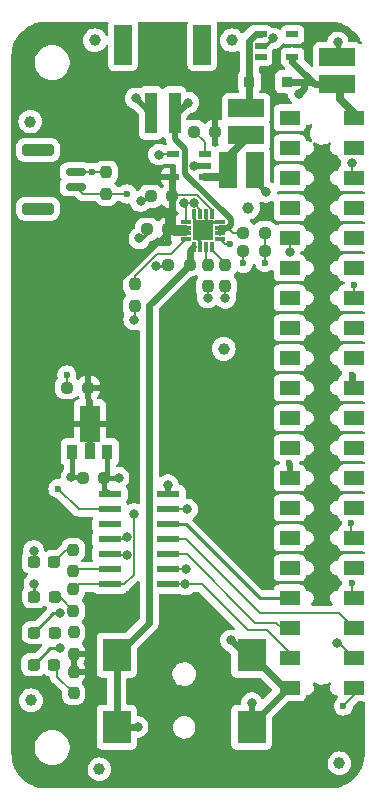
<source format=gbr>
%TF.GenerationSoftware,KiCad,Pcbnew,7.0.10*%
%TF.CreationDate,2024-01-17T09:49:44+08:00*%
%TF.ProjectId,Photon_Power_Zero_PCB_r1,50686f74-6f6e-45f5-906f-7765725f5a65,rev?*%
%TF.SameCoordinates,Original*%
%TF.FileFunction,Copper,L1,Top*%
%TF.FilePolarity,Positive*%
%FSLAX46Y46*%
G04 Gerber Fmt 4.6, Leading zero omitted, Abs format (unit mm)*
G04 Created by KiCad (PCBNEW 7.0.10) date 2024-01-17 09:49:44*
%MOMM*%
%LPD*%
G01*
G04 APERTURE LIST*
G04 Aperture macros list*
%AMRoundRect*
0 Rectangle with rounded corners*
0 $1 Rounding radius*
0 $2 $3 $4 $5 $6 $7 $8 $9 X,Y pos of 4 corners*
0 Add a 4 corners polygon primitive as box body*
4,1,4,$2,$3,$4,$5,$6,$7,$8,$9,$2,$3,0*
0 Add four circle primitives for the rounded corners*
1,1,$1+$1,$2,$3*
1,1,$1+$1,$4,$5*
1,1,$1+$1,$6,$7*
1,1,$1+$1,$8,$9*
0 Add four rect primitives between the rounded corners*
20,1,$1+$1,$2,$3,$4,$5,0*
20,1,$1+$1,$4,$5,$6,$7,0*
20,1,$1+$1,$6,$7,$8,$9,0*
20,1,$1+$1,$8,$9,$2,$3,0*%
G04 Aperture macros list end*
%TA.AperFunction,SMDPad,CuDef*%
%ADD10RoundRect,0.237500X-0.250000X-0.237500X0.250000X-0.237500X0.250000X0.237500X-0.250000X0.237500X0*%
%TD*%
%TA.AperFunction,SMDPad,CuDef*%
%ADD11C,1.000000*%
%TD*%
%TA.AperFunction,SMDPad,CuDef*%
%ADD12R,1.981200X0.558800*%
%TD*%
%TA.AperFunction,SMDPad,CuDef*%
%ADD13RoundRect,0.237500X0.287500X0.237500X-0.287500X0.237500X-0.287500X-0.237500X0.287500X-0.237500X0*%
%TD*%
%TA.AperFunction,SMDPad,CuDef*%
%ADD14RoundRect,0.237500X-0.237500X0.250000X-0.237500X-0.250000X0.237500X-0.250000X0.237500X0.250000X0*%
%TD*%
%TA.AperFunction,SMDPad,CuDef*%
%ADD15R,1.000000X0.550000*%
%TD*%
%TA.AperFunction,SMDPad,CuDef*%
%ADD16R,2.400000X2.800000*%
%TD*%
%TA.AperFunction,SMDPad,CuDef*%
%ADD17R,1.680000X1.270000*%
%TD*%
%TA.AperFunction,SMDPad,CuDef*%
%ADD18R,3.050000X1.520000*%
%TD*%
%TA.AperFunction,SMDPad,CuDef*%
%ADD19R,1.000000X3.500000*%
%TD*%
%TA.AperFunction,SMDPad,CuDef*%
%ADD20R,1.500000X3.400000*%
%TD*%
%TA.AperFunction,SMDPad,CuDef*%
%ADD21R,1.520000X3.050000*%
%TD*%
%TA.AperFunction,SMDPad,CuDef*%
%ADD22RoundRect,0.237500X0.237500X-0.250000X0.237500X0.250000X-0.237500X0.250000X-0.237500X-0.250000X0*%
%TD*%
%TA.AperFunction,SMDPad,CuDef*%
%ADD23R,0.900000X0.950000*%
%TD*%
%TA.AperFunction,SMDPad,CuDef*%
%ADD24R,0.900000X1.300000*%
%TD*%
%TA.AperFunction,SMDPad,CuDef*%
%ADD25R,0.900000X1.475000*%
%TD*%
%TA.AperFunction,SMDPad,CuDef*%
%ADD26R,1.733000X3.125000*%
%TD*%
%TA.AperFunction,ComponentPad*%
%ADD27C,0.400000*%
%TD*%
%TA.AperFunction,SMDPad,CuDef*%
%ADD28RoundRect,0.007800X0.422200X0.122200X-0.422200X0.122200X-0.422200X-0.122200X0.422200X-0.122200X0*%
%TD*%
%TA.AperFunction,SMDPad,CuDef*%
%ADD29RoundRect,0.007800X0.122200X-0.422200X0.122200X0.422200X-0.122200X0.422200X-0.122200X-0.422200X0*%
%TD*%
%TA.AperFunction,SMDPad,CuDef*%
%ADD30R,1.680000X1.680000*%
%TD*%
%TA.AperFunction,SMDPad,CuDef*%
%ADD31RoundRect,0.150000X-0.700000X0.150000X-0.700000X-0.150000X0.700000X-0.150000X0.700000X0.150000X0*%
%TD*%
%TA.AperFunction,SMDPad,CuDef*%
%ADD32RoundRect,0.250000X-1.100000X0.250000X-1.100000X-0.250000X1.100000X-0.250000X1.100000X0.250000X0*%
%TD*%
%TA.AperFunction,ViaPad*%
%ADD33C,0.800000*%
%TD*%
%TA.AperFunction,ViaPad*%
%ADD34C,0.600000*%
%TD*%
%TA.AperFunction,Conductor*%
%ADD35C,0.250000*%
%TD*%
%TA.AperFunction,Conductor*%
%ADD36C,0.200000*%
%TD*%
%TA.AperFunction,Conductor*%
%ADD37C,0.700000*%
%TD*%
%TA.AperFunction,Conductor*%
%ADD38C,0.500000*%
%TD*%
%TA.AperFunction,Conductor*%
%ADD39C,0.600000*%
%TD*%
%TA.AperFunction,Conductor*%
%ADD40C,0.000000*%
%TD*%
%TA.AperFunction,Conductor*%
%ADD41C,0.400000*%
%TD*%
G04 APERTURE END LIST*
D10*
%TO.P,R1,1*%
%TO.N,N/C*%
X170337500Y-83840000D03*
%TO.P,R1,2*%
%TO.N,VccBQ*%
X172162500Y-83840000D03*
%TD*%
D11*
%TO.P,FID1,*%
%TO.N,*%
X161960000Y-76110000D03*
%TD*%
D12*
%TO.P,U1,GND*%
%TO.N,GND*%
X168150000Y-114545000D03*
%TO.P,U1,PA0*%
%TO.N,N/C*%
X168150000Y-115815000D03*
%TO.P,U1,PA1*%
X168150000Y-117085000D03*
%TO.P,U1,PA2*%
X168150000Y-118355000D03*
%TO.P,U1,PA3*%
X168150000Y-119625000D03*
%TO.P,U1,PA4*%
X168150000Y-120895000D03*
%TO.P,U1,PA5*%
X168150000Y-122165000D03*
%TO.P,U1,PA6*%
X163222400Y-122165000D03*
%TO.P,U1,PA7*%
X163222400Y-120895000D03*
%TO.P,U1,PB0*%
X163222400Y-115815000D03*
%TO.P,U1,PB1*%
X163222400Y-117085000D03*
%TO.P,U1,PB2*%
X163222400Y-119625000D03*
%TO.P,U1,PB3/RST*%
X163222400Y-118355000D03*
%TO.P,U1,VCC*%
%TO.N,3v_to_ATtiny*%
X163222400Y-114545000D03*
%TD*%
D13*
%TO.P,D1,1*%
%TO.N,N/C*%
X158510000Y-128980000D03*
%TO.P,D1,2*%
X156760000Y-128980000D03*
%TD*%
D11*
%TO.P,FID4,*%
%TO.N,*%
X182660000Y-137310000D03*
%TD*%
D10*
%TO.P,C1,1*%
%TO.N,GND*%
X166357500Y-92110000D03*
%TO.P,C1,2*%
%TO.N,VccBQ*%
X168182500Y-92110000D03*
%TD*%
D14*
%TO.P,R4,1*%
%TO.N,N/C*%
X173010000Y-95107500D03*
%TO.P,R4,2*%
%TO.N,GND*%
X173010000Y-96932500D03*
%TD*%
D10*
%TO.P,R1,1*%
%TO.N,VccBattery*%
X174537500Y-92410000D03*
%TO.P,R1,2*%
%TO.N,N/C*%
X176362500Y-92410000D03*
%TD*%
D15*
%TO.P,U4,EN*%
%TO.N,N/C*%
X168550000Y-85770000D03*
%TO.P,U4,FLG*%
X171250000Y-85770000D03*
%TO.P,U4,GND*%
%TO.N,GND*%
X171250000Y-86720000D03*
%TO.P,U4,IN*%
%TO.N,VccBQ*%
X168550000Y-87670000D03*
%TO.P,U4,OUT*%
%TO.N,N/C*%
X171250000Y-87670000D03*
%TD*%
D16*
%TO.P,J3,1A*%
%TO.N,VccSolar*%
X163820000Y-128170000D03*
%TO.P,J3,1B*%
X163820000Y-134270000D03*
%TO.P,J3,2*%
%TO.N,GND*%
X175220000Y-134270000D03*
%TO.P,J3,3*%
X175220000Y-128170000D03*
%TD*%
D11*
%TO.P,FID3,*%
%TO.N,*%
X156480000Y-82990000D03*
%TD*%
D10*
%TO.P,R1,1*%
%TO.N,GND*%
X174537500Y-93920000D03*
%TO.P,R1,2*%
%TO.N,N/C*%
X176362500Y-93920000D03*
%TD*%
D17*
%TO.P,REF\u002A\u002A,01*%
%TO.N,5v2RPi*%
X183890000Y-82680000D03*
%TO.P,REF\u002A\u002A,02*%
%TO.N,N/C*%
X178450000Y-82680000D03*
%TO.P,REF\u002A\u002A,03*%
X183890000Y-85220000D03*
%TO.P,REF\u002A\u002A,04*%
X178450000Y-85220000D03*
%TO.P,REF\u002A\u002A,06*%
X178450000Y-87760000D03*
%TO.P,REF\u002A\u002A,07*%
X183890000Y-90300000D03*
%TO.P,REF\u002A\u002A,08*%
X178450000Y-90300000D03*
%TO.P,REF\u002A\u002A,09*%
X183890000Y-92840000D03*
%TO.P,REF\u002A\u002A,11*%
X183890000Y-95380000D03*
%TO.P,REF\u002A\u002A,12*%
X178450000Y-95380000D03*
%TO.P,REF\u002A\u002A,14*%
X178450000Y-97920000D03*
%TO.P,REF\u002A\u002A,15*%
X183890000Y-100460000D03*
%TO.P,REF\u002A\u002A,16*%
X178450000Y-100460000D03*
%TO.P,REF\u002A\u002A,17*%
X183890000Y-103000000D03*
%TO.P,REF\u002A\u002A,18*%
X178450000Y-103000000D03*
%TO.P,REF\u002A\u002A,20*%
X178450000Y-105540000D03*
%TO.P,REF\u002A\u002A,21*%
X183890000Y-108080000D03*
%TO.P,REF\u002A\u002A,22*%
X178450000Y-108080000D03*
%TO.P,REF\u002A\u002A,23*%
X183890000Y-110620000D03*
%TO.P,REF\u002A\u002A,24*%
X178450000Y-110620000D03*
%TO.P,REF\u002A\u002A,25*%
X183890000Y-113160000D03*
%TO.P,REF\u002A\u002A,27*%
X183890000Y-115700000D03*
%TO.P,REF\u002A\u002A,28*%
X178450000Y-115700000D03*
%TO.P,REF\u002A\u002A,30*%
X178450000Y-118240000D03*
%TO.P,REF\u002A\u002A,31*%
X183890000Y-120780000D03*
%TO.P,REF\u002A\u002A,32*%
X178450000Y-120780000D03*
%TO.P,REF\u002A\u002A,34*%
X178450000Y-123320000D03*
%TO.P,REF\u002A\u002A,35*%
X183890000Y-125860000D03*
%TO.P,REF\u002A\u002A,36*%
X178450000Y-125860000D03*
%TO.P,REF\u002A\u002A,37*%
X183890000Y-128400000D03*
%TO.P,REF\u002A\u002A,38*%
X178450000Y-128400000D03*
%TO.P,REF\u002A\u002A,39*%
X183890000Y-130940000D03*
%TO.P,REF\u002A\u002A,GND*%
%TO.N,GND*%
X178450000Y-92840000D03*
X178450000Y-113160000D03*
X178450000Y-130940000D03*
X183890000Y-87760000D03*
X183890000Y-97920000D03*
X183890000Y-105540000D03*
X183890000Y-118240000D03*
X183890000Y-123320000D03*
%TD*%
D10*
%TO.P,C1,1*%
%TO.N,GND*%
X166677500Y-89310000D03*
%TO.P,C1,2*%
%TO.N,VccBQ*%
X168502500Y-89310000D03*
%TD*%
D18*
%TO.P,L1,1*%
%TO.N,N/C*%
X174770000Y-84140000D03*
%TO.P,L1,2*%
X174770000Y-81850000D03*
%TD*%
D11*
%TO.P,FID2,*%
%TO.N,*%
X173570000Y-76110000D03*
%TD*%
D19*
%TO.P,J1,1*%
%TO.N,VccBattery*%
X168700000Y-82260000D03*
%TO.P,J1,2*%
%TO.N,GND*%
X166700000Y-82260000D03*
D20*
%TO.P,J1,S1*%
%TO.N,N/C*%
X171050000Y-76510000D03*
%TO.P,J1,S2*%
X164350000Y-76510000D03*
%TD*%
D11*
%TO.P,FID7,*%
%TO.N,*%
X174930000Y-90270000D03*
%TD*%
D13*
%TO.P,D1,1*%
%TO.N,N/C*%
X158527500Y-120260000D03*
%TO.P,D1,2*%
%TO.N,GND*%
X156777500Y-120260000D03*
%TD*%
D21*
%TO.P,C3,1*%
%TO.N,N/C*%
X173230000Y-87050000D03*
%TO.P,C3,2*%
%TO.N,GND*%
X175520000Y-87050000D03*
%TD*%
D11*
%TO.P,FID5,*%
%TO.N,*%
X162340000Y-137830000D03*
%TD*%
D18*
%TO.P,C3,1*%
%TO.N,5v2RPi*%
X182470000Y-79840000D03*
%TO.P,C3,2*%
%TO.N,GND*%
X182470000Y-77550000D03*
%TD*%
D22*
%TO.P,R4,1*%
%TO.N,GND*%
X165310000Y-98595000D03*
%TO.P,R4,2*%
%TO.N,N/C*%
X165310000Y-96770000D03*
%TD*%
D13*
%TO.P,D1,1*%
%TO.N,N/C*%
X158540000Y-126250000D03*
%TO.P,D1,2*%
X156790000Y-126250000D03*
%TD*%
D23*
%TO.P,D2,A*%
%TO.N,N/C*%
X175030000Y-79620000D03*
%TO.P,D2,K*%
%TO.N,5v2RPi*%
X178180000Y-79620000D03*
%TD*%
D10*
%TO.P,C1,1*%
%TO.N,GND*%
X160937500Y-113140000D03*
%TO.P,C1,2*%
%TO.N,3v_to_ATtiny*%
X162762500Y-113140000D03*
%TD*%
D24*
%TO.P,U2,1*%
%TO.N,GND*%
X160020000Y-110957500D03*
D25*
%TO.P,U2,2*%
%TO.N,VccBQ*%
X161520000Y-110870000D03*
D26*
%TO.P,U2,2.1*%
X161520000Y-108570000D03*
D24*
%TO.P,U2,3*%
%TO.N,3v_to_ATtiny*%
X163020000Y-110957500D03*
%TD*%
D10*
%TO.P,C1,1*%
%TO.N,GND*%
X159577500Y-105510000D03*
%TO.P,C1,2*%
%TO.N,VccBQ*%
X161402500Y-105510000D03*
%TD*%
D14*
%TO.P,R2,1*%
%TO.N,N/C*%
X160120000Y-119245000D03*
%TO.P,R2,2*%
X160120000Y-121070000D03*
%TD*%
%TO.P,R2,1*%
%TO.N,N/C*%
X160150000Y-126240000D03*
%TO.P,R2,2*%
%TO.N,VccBQ*%
X160150000Y-128065000D03*
%TD*%
D22*
%TO.P,R2,1*%
%TO.N,N/C*%
X160150000Y-131395000D03*
%TO.P,R2,2*%
%TO.N,VccBQ*%
X160150000Y-129570000D03*
%TD*%
D10*
%TO.P,C1,1*%
%TO.N,GND*%
X168157500Y-95090000D03*
%TO.P,C1,2*%
%TO.N,VccSolar*%
X169982500Y-95090000D03*
%TD*%
D27*
%TO.P,U3,18*%
%TO.N,GND*%
X171080000Y-92205000D03*
%TO.P,U3,19*%
X170500000Y-92785000D03*
%TO.P,U3,20*%
X170500000Y-91625000D03*
%TO.P,U3,21*%
X171660000Y-92785000D03*
%TO.P,U3,22*%
X171660000Y-91625000D03*
D28*
%TO.P,U3,BATT*%
%TO.N,VccBattery*%
X172515000Y-92455000D03*
%TO.P,U3,Batt*%
X172515000Y-91955000D03*
%TO.P,U3,CE*%
%TO.N,GND*%
X172515000Y-91455000D03*
%TO.P,U3,CHG*%
%TO.N,N/C*%
X169645000Y-91455000D03*
D29*
%TO.P,U3,EN1*%
%TO.N,GND*%
X171330000Y-90770000D03*
%TO.P,U3,EN2*%
%TO.N,VccBQ*%
X171830000Y-90770000D03*
%TO.P,U3,GND*%
%TO.N,GND*%
X170330000Y-90770000D03*
D28*
%TO.P,U3,ILM*%
%TO.N,N/C*%
X169645000Y-92955000D03*
D29*
%TO.P,U3,IN*%
%TO.N,VccSolar*%
X170330000Y-93640000D03*
%TO.P,U3,ISET*%
%TO.N,N/C*%
X171830000Y-93640000D03*
D28*
%TO.P,U3,OUT*%
%TO.N,VccBQ*%
X169645000Y-92455000D03*
X169645000Y-91955000D03*
D29*
%TO.P,U3,PGOOD*%
%TO.N,N/C*%
X170830000Y-90770000D03*
%TO.P,U3,TD*%
X171330000Y-93640000D03*
%TO.P,U3,TMR*%
%TO.N,GND*%
X170830000Y-93640000D03*
D28*
%TO.P,U3,TS*%
%TO.N,N/C*%
X172515000Y-92955000D03*
D30*
%TO.P,U3,Thermal GND*%
%TO.N,GND*%
X171080000Y-92205000D03*
%TD*%
D11*
%TO.P,FID6,*%
%TO.N,*%
X156550000Y-131980000D03*
%TD*%
D14*
%TO.P,R1,1*%
%TO.N,N/C*%
X171500000Y-95120000D03*
%TO.P,R1,2*%
%TO.N,GND*%
X171500000Y-96945000D03*
%TD*%
D13*
%TO.P,D1,1*%
%TO.N,N/C*%
X158562500Y-123210000D03*
%TO.P,D1,2*%
%TO.N,GND*%
X156812500Y-123210000D03*
%TD*%
D15*
%TO.P,U5,GND*%
%TO.N,GND*%
X175980000Y-76560000D03*
%TO.P,U5,NC*%
%TO.N,N/C*%
X178680000Y-75610000D03*
X175980000Y-77510000D03*
%TO.P,U5,SW*%
X175980000Y-75610000D03*
%TO.P,U5,Vout*%
%TO.N,5v2RPi*%
X178680000Y-77510000D03*
%TD*%
D11*
%TO.P,FID7,*%
%TO.N,*%
X172860000Y-102230000D03*
%TD*%
D22*
%TO.P,R1,1*%
%TO.N,N/C*%
X162930000Y-89112500D03*
%TO.P,R1,2*%
%TO.N,GND*%
X162930000Y-87287500D03*
%TD*%
D14*
%TO.P,R2,1*%
%TO.N,N/C*%
X160140000Y-122595000D03*
%TO.P,R2,2*%
X160140000Y-124420000D03*
%TD*%
D31*
%TO.P,J2,1*%
%TO.N,GND*%
X160346000Y-87259000D03*
%TO.P,J2,2*%
%TO.N,N/C*%
X160346000Y-88509000D03*
D32*
%TO.P,J2,MP*%
X157146000Y-85409000D03*
X157146000Y-90359000D03*
%TD*%
D33*
%TO.N,*%
X170310000Y-89839500D03*
D34*
X158830000Y-114070000D03*
D33*
X182460000Y-127150000D03*
X165240000Y-116220000D03*
X167380000Y-85780000D03*
X169620000Y-122175000D03*
D34*
X164680000Y-89112500D03*
D33*
X158970000Y-127580000D03*
X164700000Y-119650000D03*
D34*
X173405122Y-93374878D03*
D33*
X169770000Y-115815000D03*
X158980000Y-124610000D03*
D34*
X176370000Y-94940000D03*
D33*
X169467973Y-89839500D03*
X164670000Y-118190000D03*
X169650000Y-120905000D03*
D34*
X182980000Y-132470000D03*
D33*
%TO.N,5v2RPi*%
X179200000Y-80610000D03*
D34*
%TO.N,GND*%
X183720000Y-122060000D03*
D33*
X165720000Y-92870000D03*
X159960000Y-113120000D03*
X165290000Y-99760000D03*
X156770000Y-119330000D03*
X171520000Y-97882000D03*
X156830000Y-122100000D03*
D34*
X178420000Y-111910000D03*
D33*
X173000000Y-97919500D03*
X167170000Y-95190000D03*
X176440000Y-88950000D03*
D34*
X183890000Y-96860000D03*
X161750000Y-87280000D03*
D33*
X165400000Y-81010000D03*
D34*
X174530000Y-94982500D03*
X159580000Y-104440000D03*
D33*
X178450000Y-94050000D03*
X173470000Y-126920000D03*
X182520000Y-76290498D03*
X177020000Y-75940000D03*
X183710000Y-86490000D03*
X175240000Y-132220000D03*
D34*
X183690000Y-104430000D03*
D33*
X168150000Y-113755000D03*
D34*
X183680000Y-116980000D03*
D33*
X165820000Y-89729500D03*
X170340000Y-86720000D03*
%TO.N,VccSolar*%
X165580000Y-134230000D03*
%TO.N,VccBattery*%
X169860000Y-81380000D03*
D34*
%TO.N,VccBQ*%
X165150000Y-102260000D03*
X167990000Y-99440000D03*
D33*
%TO.N,3v_to_ATtiny*%
X163970000Y-113140000D03*
%TD*%
D35*
%TO.N,GND*%
X156830000Y-122100000D02*
X156830000Y-123360000D01*
X156770000Y-119330000D02*
X156770000Y-120252500D01*
X156770000Y-120252500D02*
X156777500Y-120260000D01*
D36*
%TO.N,*%
X176362500Y-93920000D02*
X176362500Y-94932500D01*
X175935000Y-124580000D02*
X182610000Y-124580000D01*
X160295000Y-120895000D02*
X160120000Y-121070000D01*
X164505000Y-118355000D02*
X164670000Y-118190000D01*
D37*
X171250000Y-87670000D02*
X172615000Y-87670000D01*
D36*
X171330000Y-94950000D02*
X171500000Y-95120000D01*
D38*
X173230000Y-87050000D02*
X173230000Y-85960000D01*
D36*
X158830000Y-114070000D02*
X160575000Y-115815000D01*
X171250000Y-84752500D02*
X171250000Y-85770000D01*
X163222400Y-122165000D02*
X164415000Y-122165000D01*
X160120000Y-119245000D02*
X159542500Y-119245000D01*
X170310000Y-89839500D02*
X170310000Y-89911726D01*
X164680000Y-89112500D02*
X162930000Y-89112500D01*
X177330000Y-125430000D02*
X177760000Y-125860000D01*
D38*
X172615000Y-87670000D02*
X173235000Y-87050000D01*
D36*
X183890000Y-130940000D02*
X183890000Y-131560000D01*
X168150000Y-118355000D02*
X169650000Y-118355000D01*
D37*
X173230000Y-85960000D02*
X175050000Y-84140000D01*
D36*
X169467973Y-89839500D02*
X169645000Y-90016527D01*
X160140000Y-124420000D02*
X159085000Y-123365000D01*
X169620000Y-119625000D02*
X169745000Y-119625000D01*
X163222400Y-122165000D02*
X160570000Y-122165000D01*
X169610000Y-122165000D02*
X169620000Y-122175000D01*
X170985000Y-122175000D02*
X169620000Y-122175000D01*
X169650000Y-118355000D02*
X169680000Y-118325000D01*
D35*
X158160000Y-127580000D02*
X156760000Y-128980000D01*
X158430000Y-124610000D02*
X156790000Y-126250000D01*
D36*
X176362500Y-92410000D02*
X176362500Y-93920000D01*
X176550000Y-126070000D02*
X178450000Y-127970000D01*
X169745000Y-119625000D02*
X175550000Y-125430000D01*
X163247400Y-119650000D02*
X163222400Y-119625000D01*
X167390000Y-85770000D02*
X168550000Y-85770000D01*
D35*
X158970000Y-127580000D02*
X158160000Y-127580000D01*
D36*
X169645000Y-90016527D02*
X169645000Y-91455000D01*
X163222400Y-120895000D02*
X160295000Y-120895000D01*
X165240000Y-121340000D02*
X165240000Y-116220000D01*
X170337500Y-83840000D02*
X171250000Y-84752500D01*
D39*
X175555000Y-75610000D02*
X175980000Y-75610000D01*
X175030000Y-81590000D02*
X174770000Y-81850000D01*
D36*
X167210000Y-94160000D02*
X165310000Y-96060000D01*
X168150000Y-115815000D02*
X169770000Y-115815000D01*
X158785000Y-130030000D02*
X158785000Y-129255000D01*
X176362500Y-94932500D02*
X176370000Y-94940000D01*
X160570000Y-122165000D02*
X160140000Y-122595000D01*
X182640000Y-127150000D02*
X183890000Y-128400000D01*
X178450000Y-127970000D02*
X178450000Y-128400000D01*
X182460000Y-127150000D02*
X182640000Y-127150000D01*
X174880000Y-126070000D02*
X170985000Y-122175000D01*
X168150000Y-119625000D02*
X169620000Y-119625000D01*
X176550000Y-126070000D02*
X174880000Y-126070000D01*
X159542500Y-119245000D02*
X158527500Y-120260000D01*
D39*
X175030000Y-79620000D02*
X175030000Y-76135000D01*
D36*
X171830000Y-93640000D02*
X171830000Y-93820000D01*
X168150000Y-120895000D02*
X169640000Y-120895000D01*
D35*
X169670000Y-117085000D02*
X175905000Y-123320000D01*
D36*
X177760000Y-125860000D02*
X178450000Y-125860000D01*
X171330000Y-94790000D02*
X171450000Y-94910000D01*
X171330000Y-93640000D02*
X171330000Y-94950000D01*
X159085000Y-123365000D02*
X158575000Y-123365000D01*
X171830000Y-93820000D02*
X172920000Y-94910000D01*
X169640000Y-120895000D02*
X169650000Y-120905000D01*
X168150000Y-122165000D02*
X169610000Y-122165000D01*
X172934878Y-93374878D02*
X172515000Y-92955000D01*
X168440000Y-94160000D02*
X167210000Y-94160000D01*
X162922500Y-89120000D02*
X162930000Y-89112500D01*
X158785000Y-130030000D02*
X160150000Y-131395000D01*
X169645000Y-92955000D02*
X168440000Y-94160000D01*
X169620000Y-119625000D02*
X169630000Y-119615000D01*
X160575000Y-115815000D02*
X163222400Y-115815000D01*
X164700000Y-119650000D02*
X163247400Y-119650000D01*
X163222400Y-118355000D02*
X164505000Y-118355000D01*
D39*
X175030000Y-76135000D02*
X175555000Y-75610000D01*
D36*
X171330000Y-94900000D02*
X171500000Y-95070000D01*
X165310000Y-96060000D02*
X165310000Y-96770000D01*
X175550000Y-125430000D02*
X177330000Y-125430000D01*
X170310000Y-89911726D02*
X170830000Y-90431726D01*
D35*
X175905000Y-123320000D02*
X178450000Y-123320000D01*
D36*
X169680000Y-118325000D02*
X175935000Y-124580000D01*
X158785000Y-129255000D02*
X158510000Y-128980000D01*
X173405122Y-93374878D02*
X172934878Y-93374878D01*
X170830000Y-90431726D02*
X170830000Y-90770000D01*
X171330000Y-93640000D02*
X171330000Y-94900000D01*
X167380000Y-85780000D02*
X167390000Y-85770000D01*
X182610000Y-124580000D02*
X183890000Y-125860000D01*
X164415000Y-122165000D02*
X165240000Y-121340000D01*
D35*
X158980000Y-124610000D02*
X158430000Y-124610000D01*
X168150000Y-117085000D02*
X169670000Y-117085000D01*
D39*
X175030000Y-79620000D02*
X175030000Y-81590000D01*
D36*
X160957000Y-89120000D02*
X162922500Y-89120000D01*
X183890000Y-131560000D02*
X182980000Y-132470000D01*
X160957000Y-89120000D02*
X160346000Y-88509000D01*
D40*
X171330000Y-94260000D02*
X171370000Y-94300000D01*
D38*
%TO.N,5v2RPi*%
X180390000Y-79620000D02*
X180610000Y-79840000D01*
D39*
X178680000Y-77910000D02*
X178680000Y-77510000D01*
X179670000Y-79620000D02*
X180390000Y-79620000D01*
X179200000Y-80610000D02*
X179680000Y-80130000D01*
X182470000Y-79840000D02*
X180610000Y-79840000D01*
X179615000Y-78845000D02*
X178680000Y-77910000D01*
X182740000Y-80110000D02*
X182470000Y-79840000D01*
X178180000Y-79620000D02*
X179670000Y-79620000D01*
X183890000Y-82260000D02*
X183890000Y-82680000D01*
D37*
X182740000Y-81110000D02*
X183890000Y-82260000D01*
X182740000Y-81110000D02*
X182740000Y-80110000D01*
X182740000Y-81110000D02*
X182740000Y-80850000D01*
D39*
X179680000Y-80130000D02*
X179680000Y-79630000D01*
X179615000Y-78845000D02*
X180610000Y-79840000D01*
D36*
%TO.N,GND*%
X160367000Y-87280000D02*
X160346000Y-87259000D01*
D35*
X165720000Y-92870000D02*
X165910000Y-92870000D01*
D36*
X183720000Y-123150000D02*
X183890000Y-123320000D01*
D35*
X170330000Y-91455000D02*
X170500000Y-91625000D01*
X175980000Y-76560000D02*
X176400000Y-76560000D01*
X172515000Y-91455000D02*
X171830000Y-91455000D01*
D39*
X183690000Y-104430000D02*
X183690000Y-105340000D01*
D36*
X173010000Y-97909500D02*
X173000000Y-97919500D01*
D35*
X165910000Y-92870000D02*
X166640000Y-92140000D01*
D36*
X159577500Y-105510000D02*
X159577500Y-104442500D01*
D35*
X168057500Y-95190000D02*
X168157500Y-95090000D01*
D36*
X182520000Y-77500000D02*
X182470000Y-77550000D01*
D41*
X160020000Y-113060000D02*
X159960000Y-113120000D01*
D36*
X170300000Y-86740000D02*
X170310000Y-86750000D01*
X174537500Y-93920000D02*
X174537500Y-94975000D01*
X165820000Y-89729500D02*
X166100500Y-89729500D01*
D38*
X175220000Y-132240000D02*
X175240000Y-132220000D01*
D36*
X161757500Y-87287500D02*
X161750000Y-87280000D01*
X171520000Y-97882000D02*
X171520000Y-96965000D01*
X183710000Y-86490000D02*
X183710000Y-87580000D01*
D35*
X171330000Y-91295000D02*
X171330000Y-90770000D01*
D36*
X183710000Y-87580000D02*
X183890000Y-87760000D01*
D38*
X166650000Y-82260000D02*
X165400000Y-81010000D01*
D35*
X176400000Y-76560000D02*
X177020000Y-75940000D01*
D36*
X166100500Y-89729500D02*
X166490000Y-89340000D01*
D41*
X175525000Y-88035000D02*
X175525000Y-86330000D01*
D36*
X178450000Y-111940000D02*
X178420000Y-111910000D01*
D40*
X174537500Y-94975000D02*
X174530000Y-94982500D01*
D39*
X175220000Y-128170000D02*
X177990000Y-130940000D01*
D41*
X176440000Y-88950000D02*
X175525000Y-88035000D01*
D36*
X183890000Y-96860000D02*
X183890000Y-97920000D01*
X173010000Y-96932500D02*
X173010000Y-97909500D01*
X159577500Y-104442500D02*
X159580000Y-104440000D01*
X183680000Y-116980000D02*
X183680000Y-118030000D01*
X166500000Y-82100000D02*
X166650000Y-82250000D01*
D38*
X178450000Y-113160000D02*
X178450000Y-111940000D01*
D36*
X165310000Y-98595000D02*
X165310000Y-99740000D01*
D39*
X174720000Y-128170000D02*
X173470000Y-126920000D01*
D36*
X171520000Y-96965000D02*
X171500000Y-96945000D01*
X183680000Y-118030000D02*
X183890000Y-118240000D01*
D35*
X170330000Y-90770000D02*
X170330000Y-91455000D01*
D36*
X166700000Y-82260000D02*
X166650000Y-82260000D01*
X178450000Y-94050000D02*
X178450000Y-92840000D01*
D35*
X171830000Y-91455000D02*
X171660000Y-91625000D01*
D41*
X160020000Y-110957500D02*
X160020000Y-113060000D01*
D36*
X162930000Y-87287500D02*
X161757500Y-87287500D01*
D38*
X168150000Y-113755000D02*
X168150000Y-114545000D01*
D39*
X178265000Y-130940000D02*
X178010000Y-130940000D01*
X175220000Y-133985000D02*
X178265000Y-130940000D01*
X175220000Y-128170000D02*
X174720000Y-128170000D01*
D36*
X183720000Y-122060000D02*
X183720000Y-123150000D01*
X183690000Y-105340000D02*
X183890000Y-105540000D01*
D35*
X171660000Y-91625000D02*
X171330000Y-91295000D01*
D38*
X175220000Y-134270000D02*
X175220000Y-133985000D01*
D36*
X165310000Y-99740000D02*
X165290000Y-99760000D01*
D35*
X171330000Y-91955000D02*
X171080000Y-92205000D01*
D41*
X182520000Y-76290498D02*
X182520000Y-77500000D01*
D35*
X167170000Y-95190000D02*
X168057500Y-95190000D01*
D41*
X159960000Y-113120000D02*
X160917500Y-113120000D01*
X160917500Y-113120000D02*
X160937500Y-113140000D01*
D36*
X161750000Y-87280000D02*
X160367000Y-87280000D01*
D35*
X170830000Y-93115000D02*
X170500000Y-92785000D01*
D38*
X170310000Y-86750000D02*
X171210000Y-86750000D01*
D39*
X177990000Y-130940000D02*
X178265000Y-130940000D01*
D35*
X170830000Y-93640000D02*
X170830000Y-93115000D01*
D38*
X175220000Y-134270000D02*
X175220000Y-132240000D01*
D39*
%TO.N,VccSolar*%
X163820000Y-128170000D02*
X163820000Y-134270000D01*
D36*
X170050000Y-93930000D02*
X169982500Y-93997500D01*
D39*
X165540000Y-134270000D02*
X165580000Y-134230000D01*
X166560000Y-125430000D02*
X163820000Y-128170000D01*
X163820000Y-134270000D02*
X165540000Y-134270000D01*
X166560000Y-98512500D02*
X166560000Y-125430000D01*
D36*
X170050000Y-93920000D02*
X170050000Y-93930000D01*
D39*
X169982500Y-95090000D02*
X166560000Y-98512500D01*
X169982500Y-93997500D02*
X169982500Y-95090000D01*
D38*
X170330000Y-93640000D02*
X170050000Y-93920000D01*
D36*
%TO.N,VccBattery*%
X174497500Y-92410000D02*
X173676000Y-92410000D01*
D38*
X173460000Y-91270000D02*
X169710000Y-87520000D01*
X172515000Y-91955000D02*
X173221000Y-91955000D01*
X168980000Y-82260000D02*
X169860000Y-81380000D01*
X169550000Y-85270000D02*
X169550000Y-87360000D01*
D36*
X168631396Y-83900000D02*
X168520000Y-83900000D01*
D38*
X169550000Y-87360000D02*
X169710000Y-87520000D01*
X172871000Y-92099000D02*
X172515000Y-92455000D01*
X168700000Y-82260000D02*
X168700000Y-84420000D01*
X173015000Y-91955000D02*
X172871000Y-92099000D01*
X173460000Y-91716000D02*
X173460000Y-91270000D01*
X173221000Y-91955000D02*
X173460000Y-91716000D01*
X173221000Y-91955000D02*
X173015000Y-91955000D01*
X168700000Y-82260000D02*
X168980000Y-82260000D01*
D36*
X173676000Y-92410000D02*
X173221000Y-91955000D01*
D38*
X168700000Y-84420000D02*
X169550000Y-85270000D01*
D35*
%TO.N,VccBQ*%
X168535000Y-91955000D02*
X168350000Y-92140000D01*
D41*
X168502500Y-87717500D02*
X168550000Y-87670000D01*
D36*
X168630000Y-89240000D02*
X168510000Y-89360000D01*
D35*
X168510000Y-91930000D02*
X168535000Y-91955000D01*
D36*
X171830000Y-90770000D02*
X171830000Y-90431726D01*
D38*
X169645000Y-91955000D02*
X168535000Y-91955000D01*
X168510000Y-89317500D02*
X168502500Y-89310000D01*
D39*
X168510000Y-91930000D02*
X168510000Y-89317500D01*
D38*
X161520000Y-108570000D02*
X161520000Y-110870000D01*
D41*
X161680000Y-108030000D02*
X161680000Y-109830000D01*
D39*
X168502500Y-89310000D02*
X168502500Y-87717500D01*
D41*
X161410000Y-99020000D02*
X168290000Y-92140000D01*
D36*
X171830000Y-90431726D02*
X170638274Y-89240000D01*
X170638274Y-89240000D02*
X168630000Y-89240000D01*
D41*
X161410000Y-99020000D02*
X161410000Y-107000000D01*
D38*
X169645000Y-91955000D02*
X169645000Y-92455000D01*
X168665000Y-92455000D02*
X168350000Y-92140000D01*
D35*
X161430000Y-105890000D02*
X161430000Y-106810000D01*
D41*
X168290000Y-92140000D02*
X168350000Y-92140000D01*
D38*
X169645000Y-92455000D02*
X168665000Y-92455000D01*
D35*
X161420000Y-105880000D02*
X161430000Y-105890000D01*
D36*
%TO.N,3v_to_ATtiny*%
X163020000Y-113020000D02*
X162960000Y-113080000D01*
D41*
X162762500Y-113140000D02*
X163970000Y-113140000D01*
X162762500Y-114085100D02*
X163222400Y-114545000D01*
X163020000Y-110957500D02*
X163020000Y-112882500D01*
X163020000Y-112882500D02*
X162762500Y-113140000D01*
X162762500Y-113140000D02*
X162762500Y-114085100D01*
%TD*%
%TA.AperFunction,Conductor*%
%TO.N,VccBQ*%
G36*
X163051906Y-74540502D02*
G01*
X163098399Y-74594158D01*
X163108503Y-74664432D01*
X163101842Y-74690526D01*
X163098442Y-74699643D01*
X163098009Y-74700804D01*
X163091500Y-74761350D01*
X163091500Y-75601451D01*
X163071498Y-75669572D01*
X163017842Y-75716065D01*
X162947568Y-75726169D01*
X162882988Y-75696675D01*
X162854378Y-75660847D01*
X162795909Y-75551461D01*
X162772114Y-75522467D01*
X162670883Y-75399117D01*
X162518538Y-75274090D01*
X162458730Y-75242122D01*
X162344728Y-75181186D01*
X162156125Y-75123974D01*
X161960003Y-75104659D01*
X161959997Y-75104659D01*
X161763875Y-75123974D01*
X161763873Y-75123974D01*
X161575271Y-75181186D01*
X161401461Y-75274090D01*
X161249117Y-75399117D01*
X161124090Y-75551461D01*
X161031186Y-75725271D01*
X160973974Y-75913873D01*
X160973974Y-75913875D01*
X160954659Y-76109996D01*
X160954659Y-76110003D01*
X160973974Y-76306124D01*
X160973974Y-76306126D01*
X161031186Y-76494728D01*
X161076586Y-76579664D01*
X161124090Y-76668538D01*
X161249117Y-76820883D01*
X161401462Y-76945910D01*
X161481689Y-76988792D01*
X161568137Y-77035000D01*
X161575273Y-77038814D01*
X161763868Y-77096024D01*
X161763872Y-77096024D01*
X161763874Y-77096025D01*
X161959997Y-77115341D01*
X161960000Y-77115341D01*
X161960003Y-77115341D01*
X162156124Y-77096025D01*
X162156126Y-77096025D01*
X162156127Y-77096024D01*
X162156132Y-77096024D01*
X162344727Y-77038814D01*
X162518538Y-76945910D01*
X162670883Y-76820883D01*
X162795910Y-76668538D01*
X162854378Y-76559151D01*
X162904130Y-76508504D01*
X162973367Y-76492794D01*
X163040106Y-76517010D01*
X163083158Y-76573464D01*
X163091500Y-76618548D01*
X163091500Y-78258649D01*
X163098009Y-78319196D01*
X163098011Y-78319204D01*
X163149110Y-78456202D01*
X163149112Y-78456207D01*
X163236738Y-78573261D01*
X163353792Y-78660887D01*
X163353794Y-78660888D01*
X163353796Y-78660889D01*
X163412875Y-78682924D01*
X163490795Y-78711988D01*
X163490803Y-78711990D01*
X163551350Y-78718499D01*
X163551355Y-78718499D01*
X163551362Y-78718500D01*
X163551368Y-78718500D01*
X165148632Y-78718500D01*
X165148638Y-78718500D01*
X165148645Y-78718499D01*
X165148649Y-78718499D01*
X165209196Y-78711990D01*
X165209199Y-78711989D01*
X165209201Y-78711989D01*
X165346204Y-78660889D01*
X165401507Y-78619490D01*
X165463261Y-78573261D01*
X165550887Y-78456207D01*
X165550887Y-78456206D01*
X165550889Y-78456204D01*
X165601989Y-78319201D01*
X165603871Y-78301701D01*
X165608499Y-78258649D01*
X165608500Y-78258632D01*
X165608500Y-74761367D01*
X165608499Y-74761350D01*
X165601990Y-74700804D01*
X165601989Y-74700802D01*
X165601989Y-74700799D01*
X165598159Y-74690532D01*
X165593094Y-74619720D01*
X165627117Y-74557407D01*
X165689429Y-74523380D01*
X165716215Y-74520500D01*
X169683785Y-74520500D01*
X169751906Y-74540502D01*
X169798399Y-74594158D01*
X169808503Y-74664432D01*
X169801842Y-74690526D01*
X169798442Y-74699643D01*
X169798009Y-74700804D01*
X169791500Y-74761350D01*
X169791500Y-78258649D01*
X169798009Y-78319196D01*
X169798011Y-78319204D01*
X169849110Y-78456202D01*
X169849112Y-78456207D01*
X169936738Y-78573261D01*
X170053792Y-78660887D01*
X170053794Y-78660888D01*
X170053796Y-78660889D01*
X170112875Y-78682924D01*
X170190795Y-78711988D01*
X170190803Y-78711990D01*
X170251350Y-78718499D01*
X170251355Y-78718499D01*
X170251362Y-78718500D01*
X170251368Y-78718500D01*
X171848632Y-78718500D01*
X171848638Y-78718500D01*
X171848645Y-78718499D01*
X171848649Y-78718499D01*
X171909196Y-78711990D01*
X171909199Y-78711989D01*
X171909201Y-78711989D01*
X172046204Y-78660889D01*
X172101507Y-78619490D01*
X172163261Y-78573261D01*
X172250887Y-78456207D01*
X172250887Y-78456206D01*
X172250889Y-78456204D01*
X172301989Y-78319201D01*
X172303871Y-78301701D01*
X172308499Y-78258649D01*
X172308500Y-78258632D01*
X172308500Y-74761367D01*
X172308499Y-74761350D01*
X172301990Y-74700804D01*
X172301989Y-74700802D01*
X172301989Y-74700799D01*
X172298159Y-74690532D01*
X172293094Y-74619720D01*
X172327117Y-74557407D01*
X172389429Y-74523380D01*
X172416215Y-74520500D01*
X181813071Y-74520500D01*
X181836707Y-74520500D01*
X181843301Y-74520673D01*
X182142752Y-74536366D01*
X182155867Y-74537743D01*
X182320353Y-74563796D01*
X182448793Y-74584139D01*
X182461693Y-74586881D01*
X182748162Y-74663640D01*
X182760703Y-74667715D01*
X183037576Y-74773997D01*
X183049608Y-74779353D01*
X183313873Y-74914003D01*
X183325289Y-74920595D01*
X183574017Y-75082121D01*
X183584686Y-75089873D01*
X183815160Y-75276507D01*
X183824961Y-75285332D01*
X184034667Y-75495038D01*
X184043492Y-75504839D01*
X184230126Y-75735313D01*
X184237878Y-75745982D01*
X184399404Y-75994710D01*
X184405999Y-76006132D01*
X184522270Y-76234327D01*
X184535902Y-76261080D01*
X184549006Y-76330857D01*
X184522306Y-76396641D01*
X184464279Y-76437548D01*
X184393347Y-76440589D01*
X184348126Y-76419151D01*
X184241207Y-76339112D01*
X184241202Y-76339110D01*
X184104204Y-76288011D01*
X184104196Y-76288009D01*
X184043649Y-76281500D01*
X184043638Y-76281500D01*
X183546010Y-76281500D01*
X183477889Y-76261498D01*
X183431396Y-76207842D01*
X183420700Y-76168671D01*
X183413542Y-76100570D01*
X183394899Y-76043194D01*
X183354527Y-75918942D01*
X183259040Y-75753554D01*
X183259038Y-75753552D01*
X183259034Y-75753546D01*
X183131255Y-75611633D01*
X182976752Y-75499380D01*
X182802288Y-75421704D01*
X182615487Y-75381998D01*
X182424513Y-75381998D01*
X182237711Y-75421704D01*
X182063247Y-75499380D01*
X181908744Y-75611633D01*
X181780965Y-75753546D01*
X181780958Y-75753556D01*
X181688398Y-75913875D01*
X181685473Y-75918942D01*
X181670999Y-75963484D01*
X181626457Y-76100570D01*
X181619300Y-76168671D01*
X181592287Y-76234327D01*
X181534065Y-76274957D01*
X181493990Y-76281500D01*
X180896350Y-76281500D01*
X180835803Y-76288009D01*
X180835795Y-76288011D01*
X180698797Y-76339110D01*
X180698792Y-76339112D01*
X180581738Y-76426738D01*
X180494112Y-76543792D01*
X180494110Y-76543797D01*
X180443011Y-76680795D01*
X180443009Y-76680803D01*
X180436500Y-76741350D01*
X180436500Y-78218918D01*
X180416498Y-78287039D01*
X180362842Y-78333532D01*
X180292568Y-78343636D01*
X180227988Y-78314142D01*
X180221405Y-78308013D01*
X179725405Y-77812013D01*
X179691379Y-77749701D01*
X179688500Y-77722918D01*
X179688500Y-77186367D01*
X179688499Y-77186350D01*
X179681990Y-77125803D01*
X179681988Y-77125795D01*
X179638133Y-77008218D01*
X179630889Y-76988796D01*
X179630888Y-76988794D01*
X179630887Y-76988792D01*
X179543261Y-76871738D01*
X179426207Y-76784112D01*
X179426202Y-76784110D01*
X179289204Y-76733011D01*
X179289196Y-76733009D01*
X179228649Y-76726500D01*
X179228638Y-76726500D01*
X178910224Y-76726500D01*
X178868613Y-76719430D01*
X178861047Y-76716783D01*
X178861043Y-76716782D01*
X178861042Y-76716782D01*
X178680000Y-76696384D01*
X178498957Y-76716782D01*
X178498954Y-76716782D01*
X178498953Y-76716783D01*
X178491386Y-76719430D01*
X178449776Y-76726500D01*
X178131350Y-76726500D01*
X178070803Y-76733009D01*
X178070795Y-76733011D01*
X177933797Y-76784110D01*
X177933792Y-76784112D01*
X177816738Y-76871738D01*
X177729112Y-76988792D01*
X177729110Y-76988797D01*
X177678011Y-77125795D01*
X177678009Y-77125803D01*
X177671500Y-77186350D01*
X177671500Y-77833649D01*
X177678009Y-77894196D01*
X177678011Y-77894204D01*
X177729110Y-78031202D01*
X177729112Y-78031207D01*
X177816738Y-78148261D01*
X177909297Y-78217549D01*
X177942257Y-78257609D01*
X177943191Y-78257023D01*
X177967499Y-78295708D01*
X177974332Y-78308070D01*
X177979690Y-78319196D01*
X177991090Y-78342869D01*
X177991092Y-78342872D01*
X178015168Y-78373062D01*
X178023344Y-78384584D01*
X178043891Y-78417284D01*
X178048012Y-78421405D01*
X178082038Y-78483717D01*
X178076973Y-78554532D01*
X178034426Y-78611368D01*
X177967906Y-78636179D01*
X177958917Y-78636500D01*
X177681350Y-78636500D01*
X177620803Y-78643009D01*
X177620795Y-78643011D01*
X177483797Y-78694110D01*
X177483792Y-78694112D01*
X177366738Y-78781738D01*
X177279112Y-78898792D01*
X177279110Y-78898797D01*
X177228011Y-79035795D01*
X177228009Y-79035803D01*
X177221500Y-79096350D01*
X177221500Y-80143649D01*
X177228009Y-80204196D01*
X177228011Y-80204204D01*
X177279110Y-80341202D01*
X177279112Y-80341207D01*
X177366738Y-80458261D01*
X177483792Y-80545887D01*
X177483794Y-80545888D01*
X177483796Y-80545889D01*
X177525645Y-80561498D01*
X177620795Y-80596988D01*
X177620803Y-80596990D01*
X177681350Y-80603499D01*
X177681355Y-80603499D01*
X177681362Y-80603500D01*
X178172361Y-80603500D01*
X178240482Y-80623502D01*
X178286975Y-80677158D01*
X178297671Y-80716329D01*
X178306457Y-80799927D01*
X178335299Y-80888691D01*
X178365473Y-80981556D01*
X178365474Y-80981557D01*
X178365476Y-80981561D01*
X178460958Y-81146941D01*
X178460965Y-81146951D01*
X178588744Y-81288864D01*
X178615859Y-81308564D01*
X178659213Y-81364786D01*
X178665289Y-81435522D01*
X178632157Y-81498314D01*
X178570337Y-81533225D01*
X178541798Y-81536500D01*
X177561350Y-81536500D01*
X177500803Y-81543009D01*
X177500795Y-81543011D01*
X177363797Y-81594110D01*
X177363792Y-81594112D01*
X177246738Y-81681738D01*
X177159112Y-81798792D01*
X177159110Y-81798797D01*
X177108011Y-81935795D01*
X177108009Y-81935803D01*
X177101501Y-81996347D01*
X177101500Y-81996367D01*
X177101500Y-83363649D01*
X177108009Y-83424196D01*
X177108011Y-83424204D01*
X177159110Y-83561202D01*
X177159112Y-83561207D01*
X177246738Y-83678261D01*
X177363792Y-83765887D01*
X177363794Y-83765888D01*
X177363796Y-83765889D01*
X177422875Y-83787924D01*
X177500795Y-83816988D01*
X177500803Y-83816990D01*
X177561350Y-83823499D01*
X177561355Y-83823499D01*
X177561362Y-83823500D01*
X177561368Y-83823500D01*
X179338632Y-83823500D01*
X179338638Y-83823500D01*
X179338645Y-83823499D01*
X179338649Y-83823499D01*
X179399196Y-83816990D01*
X179399199Y-83816989D01*
X179399201Y-83816989D01*
X179536204Y-83765889D01*
X179560501Y-83747701D01*
X179653261Y-83678261D01*
X179740887Y-83561207D01*
X179740887Y-83561206D01*
X179740889Y-83561204D01*
X179791989Y-83424201D01*
X179791990Y-83424196D01*
X179796953Y-83378032D01*
X179824122Y-83312440D01*
X179882439Y-83271948D01*
X179922231Y-83265500D01*
X179938366Y-83265500D01*
X179938373Y-83265500D01*
X180052846Y-83250429D01*
X180187693Y-83194574D01*
X180195267Y-83191437D01*
X180195268Y-83191436D01*
X180195276Y-83191433D01*
X180195282Y-83191428D01*
X180199840Y-83188797D01*
X180268834Y-83172054D01*
X180335928Y-83195270D01*
X180379819Y-83251074D01*
X180386573Y-83321749D01*
X180362486Y-83375037D01*
X180325085Y-83423354D01*
X180325081Y-83423361D01*
X180236367Y-83604217D01*
X180236366Y-83604220D01*
X180199217Y-83747701D01*
X180185872Y-83799241D01*
X180185872Y-83799244D01*
X180175669Y-84000427D01*
X180206174Y-84199548D01*
X180206176Y-84199556D01*
X180276136Y-84388453D01*
X180276139Y-84388460D01*
X180366611Y-84533610D01*
X180385669Y-84602001D01*
X180364727Y-84669839D01*
X180310433Y-84715585D01*
X180240026Y-84724717D01*
X180202959Y-84711599D01*
X180202907Y-84711727D01*
X180200477Y-84710720D01*
X180196675Y-84709375D01*
X180195269Y-84708563D01*
X180052846Y-84649571D01*
X179938374Y-84634500D01*
X179938373Y-84634500D01*
X179922231Y-84634500D01*
X179854110Y-84614498D01*
X179807617Y-84560842D01*
X179796953Y-84521968D01*
X179791990Y-84475803D01*
X179791988Y-84475795D01*
X179740889Y-84338797D01*
X179740887Y-84338792D01*
X179653261Y-84221738D01*
X179536207Y-84134112D01*
X179536202Y-84134110D01*
X179399204Y-84083011D01*
X179399196Y-84083009D01*
X179338649Y-84076500D01*
X179338638Y-84076500D01*
X177561362Y-84076500D01*
X177561350Y-84076500D01*
X177500803Y-84083009D01*
X177500795Y-84083011D01*
X177363797Y-84134110D01*
X177363792Y-84134112D01*
X177246738Y-84221738D01*
X177159112Y-84338792D01*
X177159110Y-84338797D01*
X177108011Y-84475795D01*
X177108009Y-84475803D01*
X177101500Y-84536350D01*
X177101500Y-85903649D01*
X177108009Y-85964196D01*
X177108011Y-85964204D01*
X177159110Y-86101202D01*
X177159112Y-86101207D01*
X177246738Y-86218261D01*
X177363792Y-86305887D01*
X177363794Y-86305888D01*
X177363796Y-86305889D01*
X177422875Y-86327924D01*
X177500795Y-86356988D01*
X177500803Y-86356990D01*
X177561350Y-86363499D01*
X177561355Y-86363499D01*
X177561362Y-86363500D01*
X177561368Y-86363500D01*
X179338632Y-86363500D01*
X179338638Y-86363500D01*
X179338645Y-86363499D01*
X179338649Y-86363499D01*
X179399196Y-86356990D01*
X179399199Y-86356989D01*
X179399201Y-86356989D01*
X179536204Y-86305889D01*
X179541484Y-86301937D01*
X179653261Y-86218261D01*
X179740887Y-86101207D01*
X179740887Y-86101206D01*
X179740889Y-86101204D01*
X179791989Y-85964201D01*
X179796953Y-85918032D01*
X179824122Y-85852440D01*
X179882439Y-85811948D01*
X179922231Y-85805500D01*
X179938366Y-85805500D01*
X179938373Y-85805500D01*
X180052846Y-85790429D01*
X180142661Y-85753226D01*
X180195275Y-85731434D01*
X180317583Y-85637583D01*
X180411434Y-85515275D01*
X180433226Y-85462661D01*
X180470429Y-85372846D01*
X180490552Y-85220000D01*
X180470429Y-85067154D01*
X180440364Y-84994569D01*
X180411437Y-84924732D01*
X180411434Y-84924727D01*
X180411433Y-84924724D01*
X180411430Y-84924720D01*
X180408122Y-84918991D01*
X180391379Y-84849997D01*
X180414595Y-84782903D01*
X180470399Y-84739012D01*
X180541074Y-84732258D01*
X180589216Y-84752567D01*
X180686824Y-84820503D01*
X180686825Y-84820503D01*
X180686829Y-84820506D01*
X180871952Y-84899949D01*
X181069276Y-84940500D01*
X181069278Y-84940500D01*
X181220230Y-84940500D01*
X181220231Y-84940500D01*
X181370414Y-84925228D01*
X181562624Y-84864922D01*
X181738759Y-84767159D01*
X181738761Y-84767157D01*
X181738765Y-84767155D01*
X181744006Y-84763508D01*
X181745537Y-84765708D01*
X181799523Y-84741345D01*
X181869751Y-84751763D01*
X181923198Y-84798495D01*
X181942896Y-84866704D01*
X181929520Y-84916179D01*
X181931727Y-84917093D01*
X181869571Y-85067153D01*
X181849448Y-85220000D01*
X181869571Y-85372846D01*
X181928565Y-85515275D01*
X182022416Y-85637583D01*
X182144724Y-85731434D01*
X182234539Y-85768635D01*
X182287154Y-85790429D01*
X182401627Y-85805500D01*
X182401634Y-85805500D01*
X182417769Y-85805500D01*
X182485890Y-85825502D01*
X182532383Y-85879158D01*
X182543047Y-85918032D01*
X182548009Y-85964196D01*
X182548011Y-85964204D01*
X182599110Y-86101202D01*
X182599112Y-86101207D01*
X182686737Y-86218259D01*
X182686738Y-86218259D01*
X182686739Y-86218261D01*
X182739856Y-86258024D01*
X182757688Y-86271373D01*
X182800234Y-86328209D01*
X182807488Y-86385411D01*
X182796496Y-86490000D01*
X182807488Y-86594589D01*
X182794715Y-86664428D01*
X182757688Y-86708627D01*
X182686737Y-86761740D01*
X182599112Y-86878792D01*
X182599110Y-86878797D01*
X182548011Y-87015795D01*
X182548009Y-87015803D01*
X182543047Y-87061968D01*
X182515878Y-87127560D01*
X182457561Y-87168052D01*
X182417769Y-87174500D01*
X182401625Y-87174500D01*
X182287153Y-87189571D01*
X182144724Y-87248565D01*
X182022416Y-87342416D01*
X181928565Y-87464724D01*
X181869571Y-87607153D01*
X181849448Y-87760000D01*
X181869571Y-87912846D01*
X181928565Y-88055275D01*
X182022416Y-88177583D01*
X182144724Y-88271434D01*
X182232773Y-88307904D01*
X182287154Y-88330429D01*
X182401627Y-88345500D01*
X182401634Y-88345500D01*
X182417769Y-88345500D01*
X182485890Y-88365502D01*
X182532383Y-88419158D01*
X182543047Y-88458032D01*
X182548009Y-88504196D01*
X182548011Y-88504204D01*
X182599110Y-88641202D01*
X182599112Y-88641207D01*
X182686738Y-88758261D01*
X182803792Y-88845887D01*
X182803794Y-88845888D01*
X182803796Y-88845889D01*
X182843522Y-88860706D01*
X182940795Y-88896988D01*
X182940803Y-88896990D01*
X183001350Y-88903499D01*
X183001355Y-88903499D01*
X183001362Y-88903500D01*
X183001368Y-88903500D01*
X184673500Y-88903500D01*
X184741621Y-88923502D01*
X184788114Y-88977158D01*
X184799500Y-89029500D01*
X184799500Y-89030500D01*
X184779498Y-89098621D01*
X184725842Y-89145114D01*
X184673500Y-89156500D01*
X183001350Y-89156500D01*
X182940803Y-89163009D01*
X182940795Y-89163011D01*
X182803797Y-89214110D01*
X182803792Y-89214112D01*
X182686738Y-89301738D01*
X182599112Y-89418792D01*
X182599110Y-89418797D01*
X182548011Y-89555795D01*
X182548009Y-89555803D01*
X182543047Y-89601968D01*
X182515878Y-89667560D01*
X182457561Y-89708052D01*
X182417769Y-89714500D01*
X182401625Y-89714500D01*
X182287153Y-89729571D01*
X182144724Y-89788565D01*
X182022416Y-89882416D01*
X181928565Y-90004724D01*
X181869571Y-90147153D01*
X181849448Y-90300000D01*
X181869571Y-90452846D01*
X181928565Y-90595275D01*
X182022416Y-90717583D01*
X182144724Y-90811434D01*
X182234539Y-90848635D01*
X182287154Y-90870429D01*
X182401627Y-90885500D01*
X182401634Y-90885500D01*
X182417769Y-90885500D01*
X182485890Y-90905502D01*
X182532383Y-90959158D01*
X182543047Y-90998032D01*
X182548009Y-91044196D01*
X182548011Y-91044204D01*
X182599110Y-91181202D01*
X182599112Y-91181207D01*
X182686738Y-91298261D01*
X182803792Y-91385887D01*
X182803794Y-91385888D01*
X182803796Y-91385889D01*
X182859450Y-91406647D01*
X182940795Y-91436988D01*
X182940803Y-91436990D01*
X183001350Y-91443499D01*
X183001355Y-91443499D01*
X183001362Y-91443500D01*
X183001368Y-91443500D01*
X184673500Y-91443500D01*
X184741621Y-91463502D01*
X184788114Y-91517158D01*
X184799500Y-91569500D01*
X184799500Y-91570500D01*
X184779498Y-91638621D01*
X184725842Y-91685114D01*
X184673500Y-91696500D01*
X183001350Y-91696500D01*
X182940803Y-91703009D01*
X182940795Y-91703011D01*
X182803797Y-91754110D01*
X182803792Y-91754112D01*
X182686738Y-91841738D01*
X182599112Y-91958792D01*
X182599110Y-91958797D01*
X182548011Y-92095795D01*
X182548009Y-92095803D01*
X182543047Y-92141968D01*
X182515878Y-92207560D01*
X182457561Y-92248052D01*
X182417769Y-92254500D01*
X182401625Y-92254500D01*
X182287153Y-92269571D01*
X182144724Y-92328565D01*
X182022416Y-92422416D01*
X181928565Y-92544724D01*
X181869571Y-92687153D01*
X181849448Y-92840000D01*
X181869571Y-92992846D01*
X181928565Y-93135275D01*
X182022416Y-93257583D01*
X182144724Y-93351434D01*
X182234539Y-93388635D01*
X182287154Y-93410429D01*
X182401627Y-93425500D01*
X182401634Y-93425500D01*
X182417769Y-93425500D01*
X182485890Y-93445502D01*
X182532383Y-93499158D01*
X182543047Y-93538032D01*
X182548009Y-93584196D01*
X182548011Y-93584204D01*
X182599110Y-93721202D01*
X182599112Y-93721207D01*
X182686738Y-93838261D01*
X182803792Y-93925887D01*
X182803794Y-93925888D01*
X182803796Y-93925889D01*
X182862875Y-93947924D01*
X182940795Y-93976988D01*
X182940803Y-93976990D01*
X183001350Y-93983499D01*
X183001355Y-93983499D01*
X183001362Y-93983500D01*
X183001368Y-93983500D01*
X184673500Y-93983500D01*
X184741621Y-94003502D01*
X184788114Y-94057158D01*
X184799500Y-94109500D01*
X184799500Y-94110500D01*
X184779498Y-94178621D01*
X184725842Y-94225114D01*
X184673500Y-94236500D01*
X183001350Y-94236500D01*
X182940803Y-94243009D01*
X182940795Y-94243011D01*
X182803797Y-94294110D01*
X182803792Y-94294112D01*
X182686738Y-94381738D01*
X182599112Y-94498792D01*
X182599110Y-94498797D01*
X182548011Y-94635795D01*
X182548009Y-94635803D01*
X182543047Y-94681968D01*
X182515878Y-94747560D01*
X182457561Y-94788052D01*
X182417769Y-94794500D01*
X182401625Y-94794500D01*
X182287153Y-94809571D01*
X182144724Y-94868565D01*
X182022416Y-94962416D01*
X181928565Y-95084724D01*
X181869571Y-95227153D01*
X181849448Y-95380000D01*
X181869571Y-95532846D01*
X181928565Y-95675275D01*
X182022416Y-95797583D01*
X182144724Y-95891434D01*
X182234539Y-95928635D01*
X182287154Y-95950429D01*
X182401627Y-95965500D01*
X182401634Y-95965500D01*
X182417769Y-95965500D01*
X182485890Y-95985502D01*
X182532383Y-96039158D01*
X182543047Y-96078032D01*
X182548009Y-96124196D01*
X182548011Y-96124204D01*
X182599110Y-96261202D01*
X182599112Y-96261207D01*
X182686738Y-96378261D01*
X182803792Y-96465887D01*
X182803794Y-96465888D01*
X182803796Y-96465889D01*
X182862875Y-96487924D01*
X182940795Y-96516988D01*
X182940803Y-96516990D01*
X182988219Y-96522087D01*
X183053811Y-96549255D01*
X183094303Y-96607572D01*
X183097592Y-96675408D01*
X183096359Y-96680809D01*
X183061697Y-96742770D01*
X182999039Y-96776154D01*
X182986989Y-96778044D01*
X182940802Y-96783010D01*
X182940795Y-96783011D01*
X182803797Y-96834110D01*
X182803792Y-96834112D01*
X182686738Y-96921738D01*
X182599112Y-97038792D01*
X182599110Y-97038797D01*
X182548011Y-97175795D01*
X182548009Y-97175803D01*
X182543047Y-97221968D01*
X182515878Y-97287560D01*
X182457561Y-97328052D01*
X182417769Y-97334500D01*
X182401625Y-97334500D01*
X182287153Y-97349571D01*
X182144724Y-97408565D01*
X182022416Y-97502416D01*
X181928565Y-97624724D01*
X181869571Y-97767153D01*
X181849448Y-97920000D01*
X181869571Y-98072846D01*
X181928565Y-98215275D01*
X182022416Y-98337583D01*
X182144724Y-98431434D01*
X182234539Y-98468635D01*
X182287154Y-98490429D01*
X182401627Y-98505500D01*
X182401634Y-98505500D01*
X182417769Y-98505500D01*
X182485890Y-98525502D01*
X182532383Y-98579158D01*
X182543047Y-98618032D01*
X182548009Y-98664196D01*
X182548011Y-98664204D01*
X182599110Y-98801202D01*
X182599112Y-98801207D01*
X182686738Y-98918261D01*
X182803792Y-99005887D01*
X182803794Y-99005888D01*
X182803796Y-99005889D01*
X182862875Y-99027924D01*
X182940795Y-99056988D01*
X182940803Y-99056990D01*
X183001350Y-99063499D01*
X183001355Y-99063499D01*
X183001362Y-99063500D01*
X183001368Y-99063500D01*
X184673500Y-99063500D01*
X184741621Y-99083502D01*
X184788114Y-99137158D01*
X184799500Y-99189500D01*
X184799500Y-99190500D01*
X184779498Y-99258621D01*
X184725842Y-99305114D01*
X184673500Y-99316500D01*
X183001350Y-99316500D01*
X182940803Y-99323009D01*
X182940795Y-99323011D01*
X182803797Y-99374110D01*
X182803792Y-99374112D01*
X182686738Y-99461738D01*
X182599112Y-99578792D01*
X182599110Y-99578797D01*
X182548011Y-99715795D01*
X182548009Y-99715803D01*
X182543047Y-99761968D01*
X182515878Y-99827560D01*
X182457561Y-99868052D01*
X182417769Y-99874500D01*
X182401625Y-99874500D01*
X182287153Y-99889571D01*
X182144724Y-99948565D01*
X182022416Y-100042416D01*
X181928565Y-100164724D01*
X181869571Y-100307153D01*
X181849448Y-100460000D01*
X181869571Y-100612846D01*
X181928565Y-100755275D01*
X182022416Y-100877583D01*
X182144724Y-100971434D01*
X182234539Y-101008635D01*
X182287154Y-101030429D01*
X182401627Y-101045500D01*
X182401634Y-101045500D01*
X182417769Y-101045500D01*
X182485890Y-101065502D01*
X182532383Y-101119158D01*
X182543047Y-101158032D01*
X182548009Y-101204196D01*
X182548011Y-101204204D01*
X182599110Y-101341202D01*
X182599112Y-101341207D01*
X182686738Y-101458261D01*
X182803792Y-101545887D01*
X182803794Y-101545888D01*
X182803796Y-101545889D01*
X182862875Y-101567924D01*
X182940795Y-101596988D01*
X182940803Y-101596990D01*
X183001350Y-101603499D01*
X183001355Y-101603499D01*
X183001362Y-101603500D01*
X183001368Y-101603500D01*
X184673500Y-101603500D01*
X184741621Y-101623502D01*
X184788114Y-101677158D01*
X184799500Y-101729500D01*
X184799500Y-101730500D01*
X184779498Y-101798621D01*
X184725842Y-101845114D01*
X184673500Y-101856500D01*
X183001350Y-101856500D01*
X182940803Y-101863009D01*
X182940795Y-101863011D01*
X182803797Y-101914110D01*
X182803792Y-101914112D01*
X182686738Y-102001738D01*
X182599112Y-102118792D01*
X182599110Y-102118797D01*
X182548011Y-102255795D01*
X182548009Y-102255803D01*
X182543047Y-102301968D01*
X182515878Y-102367560D01*
X182457561Y-102408052D01*
X182417769Y-102414500D01*
X182401625Y-102414500D01*
X182287153Y-102429571D01*
X182144724Y-102488565D01*
X182022416Y-102582416D01*
X181928565Y-102704724D01*
X181869571Y-102847153D01*
X181849448Y-103000000D01*
X181869571Y-103152846D01*
X181928565Y-103295275D01*
X182022416Y-103417583D01*
X182144724Y-103511434D01*
X182234539Y-103548635D01*
X182287154Y-103570429D01*
X182401627Y-103585500D01*
X182401634Y-103585500D01*
X182417769Y-103585500D01*
X182485890Y-103605502D01*
X182532383Y-103659158D01*
X182543047Y-103698032D01*
X182548009Y-103744196D01*
X182548011Y-103744204D01*
X182599110Y-103881202D01*
X182599112Y-103881207D01*
X182686738Y-103998261D01*
X182803792Y-104085887D01*
X182803794Y-104085887D01*
X182803796Y-104085889D01*
X182820848Y-104092249D01*
X182877683Y-104134795D01*
X182902494Y-104201315D01*
X182897104Y-104241767D01*
X182898358Y-104242054D01*
X182896784Y-104248949D01*
X182896783Y-104248953D01*
X182885397Y-104350005D01*
X182857893Y-104415457D01*
X182811234Y-104448923D01*
X182811708Y-104449790D01*
X182804666Y-104453635D01*
X182804229Y-104453949D01*
X182803798Y-104454109D01*
X182686738Y-104541738D01*
X182599112Y-104658792D01*
X182599110Y-104658797D01*
X182548011Y-104795795D01*
X182548009Y-104795803D01*
X182543047Y-104841968D01*
X182515878Y-104907560D01*
X182457561Y-104948052D01*
X182417769Y-104954500D01*
X182401625Y-104954500D01*
X182287153Y-104969571D01*
X182144724Y-105028565D01*
X182022416Y-105122416D01*
X181928565Y-105244724D01*
X181869571Y-105387153D01*
X181849448Y-105540000D01*
X181869571Y-105692846D01*
X181928565Y-105835275D01*
X182022416Y-105957583D01*
X182144724Y-106051434D01*
X182234539Y-106088635D01*
X182287154Y-106110429D01*
X182401627Y-106125500D01*
X182401634Y-106125500D01*
X182417769Y-106125500D01*
X182485890Y-106145502D01*
X182532383Y-106199158D01*
X182543047Y-106238032D01*
X182548009Y-106284196D01*
X182548011Y-106284204D01*
X182599110Y-106421202D01*
X182599112Y-106421207D01*
X182686738Y-106538261D01*
X182803792Y-106625887D01*
X182803794Y-106625888D01*
X182803796Y-106625889D01*
X182853948Y-106644595D01*
X182940795Y-106676988D01*
X182940803Y-106676990D01*
X183001350Y-106683499D01*
X183001355Y-106683499D01*
X183001362Y-106683500D01*
X183001368Y-106683500D01*
X184673500Y-106683500D01*
X184741621Y-106703502D01*
X184788114Y-106757158D01*
X184799500Y-106809500D01*
X184799500Y-106810500D01*
X184779498Y-106878621D01*
X184725842Y-106925114D01*
X184673500Y-106936500D01*
X183001350Y-106936500D01*
X182940803Y-106943009D01*
X182940795Y-106943011D01*
X182803797Y-106994110D01*
X182803792Y-106994112D01*
X182686738Y-107081738D01*
X182599112Y-107198792D01*
X182599110Y-107198797D01*
X182548011Y-107335795D01*
X182548009Y-107335803D01*
X182543047Y-107381968D01*
X182515878Y-107447560D01*
X182457561Y-107488052D01*
X182417769Y-107494500D01*
X182401625Y-107494500D01*
X182287153Y-107509571D01*
X182144724Y-107568565D01*
X182022416Y-107662416D01*
X181928565Y-107784724D01*
X181869571Y-107927153D01*
X181849448Y-108080000D01*
X181869571Y-108232846D01*
X181928565Y-108375275D01*
X182022416Y-108497583D01*
X182144724Y-108591434D01*
X182234539Y-108628635D01*
X182287154Y-108650429D01*
X182401627Y-108665500D01*
X182401634Y-108665500D01*
X182417769Y-108665500D01*
X182485890Y-108685502D01*
X182532383Y-108739158D01*
X182543047Y-108778032D01*
X182548009Y-108824196D01*
X182548011Y-108824204D01*
X182599110Y-108961202D01*
X182599112Y-108961207D01*
X182686738Y-109078261D01*
X182803792Y-109165887D01*
X182803794Y-109165888D01*
X182803796Y-109165889D01*
X182862875Y-109187924D01*
X182940795Y-109216988D01*
X182940803Y-109216990D01*
X183001350Y-109223499D01*
X183001355Y-109223499D01*
X183001362Y-109223500D01*
X183001368Y-109223500D01*
X184673500Y-109223500D01*
X184741621Y-109243502D01*
X184788114Y-109297158D01*
X184799500Y-109349500D01*
X184799500Y-109350500D01*
X184779498Y-109418621D01*
X184725842Y-109465114D01*
X184673500Y-109476500D01*
X183001350Y-109476500D01*
X182940803Y-109483009D01*
X182940795Y-109483011D01*
X182803797Y-109534110D01*
X182803792Y-109534112D01*
X182686738Y-109621738D01*
X182599112Y-109738792D01*
X182599110Y-109738797D01*
X182548011Y-109875795D01*
X182548009Y-109875803D01*
X182543047Y-109921968D01*
X182515878Y-109987560D01*
X182457561Y-110028052D01*
X182417769Y-110034500D01*
X182401625Y-110034500D01*
X182287153Y-110049571D01*
X182144724Y-110108565D01*
X182022416Y-110202416D01*
X181928565Y-110324724D01*
X181869571Y-110467153D01*
X181849448Y-110620000D01*
X181869571Y-110772846D01*
X181928565Y-110915275D01*
X182022416Y-111037583D01*
X182144724Y-111131434D01*
X182234539Y-111168635D01*
X182287154Y-111190429D01*
X182401627Y-111205500D01*
X182401634Y-111205500D01*
X182417769Y-111205500D01*
X182485890Y-111225502D01*
X182532383Y-111279158D01*
X182543047Y-111318032D01*
X182548009Y-111364196D01*
X182548011Y-111364204D01*
X182599110Y-111501202D01*
X182599112Y-111501207D01*
X182686738Y-111618261D01*
X182803792Y-111705887D01*
X182803794Y-111705888D01*
X182803796Y-111705889D01*
X182832784Y-111716701D01*
X182940795Y-111756988D01*
X182940803Y-111756990D01*
X183001350Y-111763499D01*
X183001355Y-111763499D01*
X183001362Y-111763500D01*
X183001368Y-111763500D01*
X184673500Y-111763500D01*
X184741621Y-111783502D01*
X184788114Y-111837158D01*
X184799500Y-111889500D01*
X184799500Y-111890500D01*
X184779498Y-111958621D01*
X184725842Y-112005114D01*
X184673500Y-112016500D01*
X183001350Y-112016500D01*
X182940803Y-112023009D01*
X182940795Y-112023011D01*
X182803797Y-112074110D01*
X182803792Y-112074112D01*
X182686738Y-112161738D01*
X182599112Y-112278792D01*
X182599110Y-112278797D01*
X182548011Y-112415795D01*
X182548009Y-112415803D01*
X182543047Y-112461968D01*
X182515878Y-112527560D01*
X182457561Y-112568052D01*
X182417769Y-112574500D01*
X182401625Y-112574500D01*
X182287153Y-112589571D01*
X182144724Y-112648565D01*
X182022416Y-112742416D01*
X181928565Y-112864724D01*
X181869571Y-113007153D01*
X181849448Y-113160000D01*
X181869571Y-113312846D01*
X181928565Y-113455275D01*
X182022416Y-113577583D01*
X182144724Y-113671434D01*
X182234539Y-113708635D01*
X182287154Y-113730429D01*
X182401627Y-113745500D01*
X182401634Y-113745500D01*
X182417769Y-113745500D01*
X182485890Y-113765502D01*
X182532383Y-113819158D01*
X182543047Y-113858032D01*
X182548009Y-113904196D01*
X182548011Y-113904204D01*
X182599110Y-114041202D01*
X182599112Y-114041207D01*
X182686738Y-114158261D01*
X182803792Y-114245887D01*
X182803794Y-114245888D01*
X182803796Y-114245889D01*
X182862875Y-114267924D01*
X182940795Y-114296988D01*
X182940803Y-114296990D01*
X183001350Y-114303499D01*
X183001355Y-114303499D01*
X183001362Y-114303500D01*
X183001368Y-114303500D01*
X184673500Y-114303500D01*
X184741621Y-114323502D01*
X184788114Y-114377158D01*
X184799500Y-114429500D01*
X184799500Y-114430500D01*
X184779498Y-114498621D01*
X184725842Y-114545114D01*
X184673500Y-114556500D01*
X183001350Y-114556500D01*
X182940803Y-114563009D01*
X182940795Y-114563011D01*
X182803797Y-114614110D01*
X182803792Y-114614112D01*
X182686738Y-114701738D01*
X182599112Y-114818792D01*
X182599110Y-114818797D01*
X182548011Y-114955795D01*
X182548009Y-114955803D01*
X182543047Y-115001968D01*
X182515878Y-115067560D01*
X182457561Y-115108052D01*
X182417769Y-115114500D01*
X182401625Y-115114500D01*
X182287153Y-115129571D01*
X182144724Y-115188565D01*
X182022416Y-115282416D01*
X181928565Y-115404724D01*
X181869571Y-115547153D01*
X181849448Y-115700000D01*
X181869571Y-115852846D01*
X181928565Y-115995275D01*
X182022416Y-116117583D01*
X182144724Y-116211434D01*
X182234539Y-116248635D01*
X182287154Y-116270429D01*
X182401627Y-116285500D01*
X182401634Y-116285500D01*
X182417769Y-116285500D01*
X182485890Y-116305502D01*
X182532383Y-116359158D01*
X182543047Y-116398032D01*
X182548009Y-116444196D01*
X182548011Y-116444204D01*
X182599110Y-116581202D01*
X182599112Y-116581207D01*
X182686738Y-116698261D01*
X182803789Y-116785884D01*
X182803796Y-116785889D01*
X182803802Y-116785891D01*
X182809049Y-116788756D01*
X182859255Y-116838954D01*
X182874353Y-116908327D01*
X182873881Y-116913455D01*
X182866384Y-116980000D01*
X182871758Y-117027702D01*
X182859508Y-117097634D01*
X182811394Y-117149841D01*
X182806941Y-117152392D01*
X182803800Y-117154107D01*
X182686738Y-117241738D01*
X182599112Y-117358792D01*
X182599110Y-117358797D01*
X182548011Y-117495795D01*
X182548009Y-117495803D01*
X182543047Y-117541968D01*
X182515878Y-117607560D01*
X182457561Y-117648052D01*
X182417769Y-117654500D01*
X182401625Y-117654500D01*
X182287153Y-117669571D01*
X182144724Y-117728565D01*
X182022416Y-117822416D01*
X181928565Y-117944724D01*
X181869571Y-118087153D01*
X181849448Y-118240000D01*
X181869571Y-118392846D01*
X181928565Y-118535275D01*
X182022416Y-118657583D01*
X182144724Y-118751434D01*
X182218865Y-118782143D01*
X182287154Y-118810429D01*
X182401627Y-118825500D01*
X182401634Y-118825500D01*
X182417769Y-118825500D01*
X182485890Y-118845502D01*
X182532383Y-118899158D01*
X182543047Y-118938032D01*
X182548009Y-118984196D01*
X182548011Y-118984204D01*
X182599110Y-119121202D01*
X182599112Y-119121207D01*
X182686738Y-119238261D01*
X182803792Y-119325887D01*
X182803794Y-119325888D01*
X182803796Y-119325889D01*
X182862875Y-119347924D01*
X182940795Y-119376988D01*
X182940803Y-119376990D01*
X183001350Y-119383499D01*
X183001355Y-119383499D01*
X183001362Y-119383500D01*
X183001368Y-119383500D01*
X184673500Y-119383500D01*
X184741621Y-119403502D01*
X184788114Y-119457158D01*
X184799500Y-119509500D01*
X184799500Y-119510500D01*
X184779498Y-119578621D01*
X184725842Y-119625114D01*
X184673500Y-119636500D01*
X183001350Y-119636500D01*
X182940803Y-119643009D01*
X182940795Y-119643011D01*
X182803797Y-119694110D01*
X182803792Y-119694112D01*
X182686738Y-119781738D01*
X182599112Y-119898792D01*
X182599110Y-119898797D01*
X182548011Y-120035795D01*
X182548009Y-120035803D01*
X182543047Y-120081968D01*
X182515878Y-120147560D01*
X182457561Y-120188052D01*
X182417769Y-120194500D01*
X182401625Y-120194500D01*
X182287153Y-120209571D01*
X182144724Y-120268565D01*
X182022416Y-120362416D01*
X181928565Y-120484724D01*
X181869571Y-120627153D01*
X181849448Y-120780000D01*
X181869571Y-120932846D01*
X181928565Y-121075275D01*
X182022416Y-121197583D01*
X182144724Y-121291434D01*
X182224292Y-121324391D01*
X182287154Y-121350429D01*
X182401627Y-121365500D01*
X182401634Y-121365500D01*
X182417769Y-121365500D01*
X182485890Y-121385502D01*
X182532383Y-121439158D01*
X182543047Y-121478032D01*
X182548009Y-121524196D01*
X182548011Y-121524204D01*
X182599110Y-121661202D01*
X182599112Y-121661207D01*
X182686738Y-121778261D01*
X182803792Y-121865887D01*
X182803794Y-121865888D01*
X182803796Y-121865889D01*
X182819662Y-121871807D01*
X182831043Y-121876052D01*
X182887879Y-121918599D01*
X182912689Y-121985119D01*
X182912218Y-122008212D01*
X182906384Y-122059998D01*
X182910056Y-122092592D01*
X182897806Y-122162524D01*
X182849693Y-122214731D01*
X182828885Y-122224752D01*
X182803797Y-122234110D01*
X182686738Y-122321738D01*
X182599112Y-122438792D01*
X182599110Y-122438797D01*
X182548011Y-122575795D01*
X182548009Y-122575803D01*
X182543047Y-122621968D01*
X182515878Y-122687560D01*
X182457561Y-122728052D01*
X182417769Y-122734500D01*
X182401625Y-122734500D01*
X182287153Y-122749571D01*
X182144724Y-122808565D01*
X182022416Y-122902416D01*
X181928565Y-123024724D01*
X181869571Y-123167153D01*
X181849448Y-123320000D01*
X181869571Y-123472846D01*
X181928565Y-123615275D01*
X182022417Y-123737584D01*
X182032784Y-123745539D01*
X182074651Y-123802877D01*
X182078872Y-123873748D01*
X182044107Y-123935651D01*
X181981394Y-123968931D01*
X181956079Y-123971500D01*
X180383921Y-123971500D01*
X180315800Y-123951498D01*
X180269307Y-123897842D01*
X180259203Y-123827568D01*
X180288697Y-123762988D01*
X180307216Y-123745539D01*
X180317582Y-123737584D01*
X180411434Y-123615275D01*
X180444981Y-123534283D01*
X180470429Y-123472846D01*
X180490552Y-123320000D01*
X180470429Y-123167154D01*
X180435779Y-123083500D01*
X180411434Y-123024724D01*
X180317583Y-122902416D01*
X180195275Y-122808565D01*
X180052846Y-122749571D01*
X179938374Y-122734500D01*
X179938373Y-122734500D01*
X179922231Y-122734500D01*
X179854110Y-122714498D01*
X179807617Y-122660842D01*
X179796953Y-122621968D01*
X179791990Y-122575803D01*
X179791988Y-122575795D01*
X179746201Y-122453039D01*
X179740889Y-122438796D01*
X179740888Y-122438794D01*
X179740887Y-122438792D01*
X179653261Y-122321738D01*
X179536207Y-122234112D01*
X179536202Y-122234110D01*
X179399204Y-122183011D01*
X179399196Y-122183009D01*
X179338649Y-122176500D01*
X179338638Y-122176500D01*
X177561362Y-122176500D01*
X177561350Y-122176500D01*
X177500803Y-122183009D01*
X177500795Y-122183011D01*
X177363797Y-122234110D01*
X177363792Y-122234112D01*
X177246738Y-122321738D01*
X177159112Y-122438792D01*
X177159110Y-122438797D01*
X177108011Y-122575795D01*
X177106197Y-122583474D01*
X177104442Y-122583059D01*
X177081035Y-122639564D01*
X177022716Y-122680053D01*
X176982929Y-122686500D01*
X176219594Y-122686500D01*
X176151473Y-122666498D01*
X176130499Y-122649595D01*
X174944553Y-121463649D01*
X177101500Y-121463649D01*
X177108009Y-121524196D01*
X177108011Y-121524204D01*
X177159110Y-121661202D01*
X177159112Y-121661207D01*
X177246738Y-121778261D01*
X177363792Y-121865887D01*
X177363794Y-121865888D01*
X177363796Y-121865889D01*
X177422875Y-121887924D01*
X177500795Y-121916988D01*
X177500803Y-121916990D01*
X177561350Y-121923499D01*
X177561355Y-121923499D01*
X177561362Y-121923500D01*
X177561368Y-121923500D01*
X179338632Y-121923500D01*
X179338638Y-121923500D01*
X179338645Y-121923499D01*
X179338649Y-121923499D01*
X179399196Y-121916990D01*
X179399199Y-121916989D01*
X179399201Y-121916989D01*
X179404915Y-121914858D01*
X179433639Y-121904144D01*
X179536204Y-121865889D01*
X179560501Y-121847701D01*
X179653261Y-121778261D01*
X179740887Y-121661207D01*
X179740887Y-121661206D01*
X179740889Y-121661204D01*
X179791989Y-121524201D01*
X179796953Y-121478032D01*
X179824122Y-121412440D01*
X179882439Y-121371948D01*
X179922231Y-121365500D01*
X179938366Y-121365500D01*
X179938373Y-121365500D01*
X180052846Y-121350429D01*
X180153150Y-121308882D01*
X180195275Y-121291434D01*
X180317583Y-121197583D01*
X180411434Y-121075275D01*
X180434298Y-121020074D01*
X180470429Y-120932846D01*
X180490552Y-120780000D01*
X180470429Y-120627154D01*
X180437316Y-120547212D01*
X180411434Y-120484724D01*
X180317583Y-120362416D01*
X180195275Y-120268565D01*
X180052846Y-120209571D01*
X179938374Y-120194500D01*
X179938373Y-120194500D01*
X179922231Y-120194500D01*
X179854110Y-120174498D01*
X179807617Y-120120842D01*
X179796953Y-120081968D01*
X179791990Y-120035803D01*
X179791988Y-120035795D01*
X179762924Y-119957875D01*
X179740889Y-119898796D01*
X179740888Y-119898794D01*
X179740887Y-119898792D01*
X179653261Y-119781738D01*
X179536207Y-119694112D01*
X179536202Y-119694110D01*
X179399204Y-119643011D01*
X179399196Y-119643009D01*
X179338649Y-119636500D01*
X179338638Y-119636500D01*
X177561362Y-119636500D01*
X177561350Y-119636500D01*
X177500803Y-119643009D01*
X177500795Y-119643011D01*
X177363797Y-119694110D01*
X177363792Y-119694112D01*
X177246738Y-119781738D01*
X177159112Y-119898792D01*
X177159110Y-119898797D01*
X177108011Y-120035795D01*
X177108009Y-120035803D01*
X177101500Y-120096350D01*
X177101500Y-121463649D01*
X174944553Y-121463649D01*
X172404554Y-118923649D01*
X177101500Y-118923649D01*
X177108009Y-118984196D01*
X177108011Y-118984204D01*
X177159110Y-119121202D01*
X177159112Y-119121207D01*
X177246738Y-119238261D01*
X177363792Y-119325887D01*
X177363794Y-119325888D01*
X177363796Y-119325889D01*
X177422875Y-119347924D01*
X177500795Y-119376988D01*
X177500803Y-119376990D01*
X177561350Y-119383499D01*
X177561355Y-119383499D01*
X177561362Y-119383500D01*
X177561368Y-119383500D01*
X179338632Y-119383500D01*
X179338638Y-119383500D01*
X179338645Y-119383499D01*
X179338649Y-119383499D01*
X179399196Y-119376990D01*
X179399199Y-119376989D01*
X179399201Y-119376989D01*
X179536204Y-119325889D01*
X179560501Y-119307701D01*
X179653261Y-119238261D01*
X179740887Y-119121207D01*
X179740887Y-119121206D01*
X179740889Y-119121204D01*
X179791989Y-118984201D01*
X179794758Y-118958445D01*
X179796953Y-118938032D01*
X179824122Y-118872440D01*
X179882439Y-118831948D01*
X179922231Y-118825500D01*
X179938366Y-118825500D01*
X179938373Y-118825500D01*
X180052846Y-118810429D01*
X180142661Y-118773226D01*
X180195275Y-118751434D01*
X180317583Y-118657583D01*
X180411434Y-118535275D01*
X180433226Y-118482661D01*
X180470429Y-118392846D01*
X180490552Y-118240000D01*
X180470429Y-118087154D01*
X180420413Y-117966403D01*
X180411434Y-117944724D01*
X180317583Y-117822416D01*
X180195275Y-117728565D01*
X180052846Y-117669571D01*
X179938374Y-117654500D01*
X179938373Y-117654500D01*
X179922231Y-117654500D01*
X179854110Y-117634498D01*
X179807617Y-117580842D01*
X179796953Y-117541968D01*
X179791990Y-117495803D01*
X179791988Y-117495795D01*
X179762924Y-117417875D01*
X179740889Y-117358796D01*
X179740888Y-117358794D01*
X179740887Y-117358792D01*
X179653261Y-117241738D01*
X179536207Y-117154112D01*
X179536202Y-117154110D01*
X179399204Y-117103011D01*
X179399196Y-117103009D01*
X179338649Y-117096500D01*
X179338638Y-117096500D01*
X177561362Y-117096500D01*
X177561350Y-117096500D01*
X177500803Y-117103009D01*
X177500795Y-117103011D01*
X177363797Y-117154110D01*
X177363792Y-117154112D01*
X177246738Y-117241738D01*
X177159112Y-117358792D01*
X177159110Y-117358797D01*
X177108011Y-117495795D01*
X177108009Y-117495803D01*
X177101500Y-117556350D01*
X177101500Y-118923649D01*
X172404554Y-118923649D01*
X170250139Y-116769234D01*
X170216113Y-116706922D01*
X170221178Y-116636107D01*
X170263725Y-116579271D01*
X170265136Y-116578229D01*
X170381253Y-116493866D01*
X170480493Y-116383649D01*
X177101500Y-116383649D01*
X177108009Y-116444196D01*
X177108011Y-116444204D01*
X177159110Y-116581202D01*
X177159112Y-116581207D01*
X177246738Y-116698261D01*
X177363792Y-116785887D01*
X177363794Y-116785888D01*
X177363796Y-116785889D01*
X177422875Y-116807924D01*
X177500795Y-116836988D01*
X177500803Y-116836990D01*
X177561350Y-116843499D01*
X177561355Y-116843499D01*
X177561362Y-116843500D01*
X177561368Y-116843500D01*
X179338632Y-116843500D01*
X179338638Y-116843500D01*
X179338645Y-116843499D01*
X179338649Y-116843499D01*
X179399196Y-116836990D01*
X179399199Y-116836989D01*
X179399201Y-116836989D01*
X179536204Y-116785889D01*
X179558453Y-116769234D01*
X179653261Y-116698261D01*
X179740887Y-116581207D01*
X179740887Y-116581206D01*
X179740889Y-116581204D01*
X179791989Y-116444201D01*
X179791990Y-116444196D01*
X179796953Y-116398032D01*
X179824122Y-116332440D01*
X179882439Y-116291948D01*
X179922231Y-116285500D01*
X179938366Y-116285500D01*
X179938373Y-116285500D01*
X180052846Y-116270429D01*
X180165854Y-116223620D01*
X180195275Y-116211434D01*
X180317583Y-116117583D01*
X180411434Y-115995275D01*
X180433226Y-115942661D01*
X180470429Y-115852846D01*
X180490552Y-115700000D01*
X180470429Y-115547154D01*
X180427472Y-115443445D01*
X180411434Y-115404724D01*
X180317583Y-115282416D01*
X180195275Y-115188565D01*
X180052846Y-115129571D01*
X179938374Y-115114500D01*
X179938373Y-115114500D01*
X179922231Y-115114500D01*
X179854110Y-115094498D01*
X179807617Y-115040842D01*
X179796953Y-115001968D01*
X179791990Y-114955803D01*
X179791988Y-114955795D01*
X179762843Y-114877656D01*
X179740889Y-114818796D01*
X179740888Y-114818794D01*
X179740887Y-114818792D01*
X179653261Y-114701738D01*
X179536207Y-114614112D01*
X179536202Y-114614110D01*
X179399204Y-114563011D01*
X179399196Y-114563009D01*
X179338649Y-114556500D01*
X179338638Y-114556500D01*
X177561362Y-114556500D01*
X177561350Y-114556500D01*
X177500803Y-114563009D01*
X177500795Y-114563011D01*
X177363797Y-114614110D01*
X177363792Y-114614112D01*
X177246738Y-114701738D01*
X177159112Y-114818792D01*
X177159110Y-114818797D01*
X177108011Y-114955795D01*
X177108009Y-114955803D01*
X177101500Y-115016350D01*
X177101500Y-116383649D01*
X170480493Y-116383649D01*
X170480503Y-116383638D01*
X170509034Y-116351951D01*
X170509035Y-116351949D01*
X170509040Y-116351944D01*
X170604527Y-116186556D01*
X170663542Y-116004928D01*
X170683504Y-115815000D01*
X170663542Y-115625072D01*
X170604527Y-115443444D01*
X170509040Y-115278056D01*
X170509038Y-115278054D01*
X170509034Y-115278048D01*
X170381255Y-115136135D01*
X170226752Y-115023882D01*
X170052288Y-114946206D01*
X169865487Y-114906500D01*
X169775100Y-114906500D01*
X169706979Y-114886498D01*
X169660486Y-114832842D01*
X169649100Y-114780500D01*
X169649100Y-114216967D01*
X169649099Y-114216950D01*
X169642590Y-114156403D01*
X169642588Y-114156395D01*
X169613524Y-114078475D01*
X169591489Y-114019396D01*
X169591488Y-114019394D01*
X169591487Y-114019392D01*
X169503861Y-113902338D01*
X169425462Y-113843649D01*
X177101500Y-113843649D01*
X177108009Y-113904196D01*
X177108011Y-113904204D01*
X177159110Y-114041202D01*
X177159112Y-114041207D01*
X177246738Y-114158261D01*
X177363792Y-114245887D01*
X177363794Y-114245888D01*
X177363796Y-114245889D01*
X177422875Y-114267924D01*
X177500795Y-114296988D01*
X177500803Y-114296990D01*
X177561350Y-114303499D01*
X177561355Y-114303499D01*
X177561362Y-114303500D01*
X177561368Y-114303500D01*
X179338632Y-114303500D01*
X179338638Y-114303500D01*
X179338645Y-114303499D01*
X179338649Y-114303499D01*
X179399196Y-114296990D01*
X179399199Y-114296989D01*
X179399201Y-114296989D01*
X179536204Y-114245889D01*
X179539269Y-114243595D01*
X179653261Y-114158261D01*
X179740887Y-114041207D01*
X179740887Y-114041206D01*
X179740889Y-114041204D01*
X179791989Y-113904201D01*
X179791990Y-113904196D01*
X179796953Y-113858032D01*
X179824122Y-113792440D01*
X179882439Y-113751948D01*
X179922231Y-113745500D01*
X179938366Y-113745500D01*
X179938373Y-113745500D01*
X180052846Y-113730429D01*
X180142661Y-113693226D01*
X180195275Y-113671434D01*
X180317583Y-113577583D01*
X180411434Y-113455275D01*
X180441186Y-113383445D01*
X180470429Y-113312846D01*
X180490552Y-113160000D01*
X180470429Y-113007154D01*
X180438501Y-112930072D01*
X180411434Y-112864724D01*
X180317583Y-112742416D01*
X180195275Y-112648565D01*
X180052846Y-112589571D01*
X179938374Y-112574500D01*
X179938373Y-112574500D01*
X179922231Y-112574500D01*
X179854110Y-112554498D01*
X179807617Y-112500842D01*
X179796953Y-112461968D01*
X179791990Y-112415803D01*
X179791988Y-112415795D01*
X179740889Y-112278797D01*
X179740887Y-112278792D01*
X179653261Y-112161738D01*
X179536207Y-112074112D01*
X179536202Y-112074110D01*
X179399204Y-112023011D01*
X179399197Y-112023010D01*
X179344904Y-112017173D01*
X179279312Y-111990004D01*
X179238821Y-111931686D01*
X179233165Y-111906000D01*
X179232743Y-111902254D01*
X179244994Y-111832322D01*
X179293107Y-111780115D01*
X179344483Y-111762871D01*
X179373519Y-111759749D01*
X179399195Y-111756990D01*
X179399198Y-111756989D01*
X179399201Y-111756989D01*
X179536204Y-111705889D01*
X179560501Y-111687701D01*
X179653261Y-111618261D01*
X179740887Y-111501207D01*
X179740887Y-111501206D01*
X179740889Y-111501204D01*
X179791989Y-111364201D01*
X179796953Y-111318032D01*
X179824122Y-111252440D01*
X179882439Y-111211948D01*
X179922231Y-111205500D01*
X179938366Y-111205500D01*
X179938373Y-111205500D01*
X180052846Y-111190429D01*
X180142661Y-111153226D01*
X180195275Y-111131434D01*
X180317583Y-111037583D01*
X180411434Y-110915275D01*
X180433226Y-110862661D01*
X180470429Y-110772846D01*
X180490552Y-110620000D01*
X180470429Y-110467154D01*
X180448635Y-110414539D01*
X180411434Y-110324724D01*
X180317583Y-110202416D01*
X180195275Y-110108565D01*
X180052846Y-110049571D01*
X179938374Y-110034500D01*
X179938373Y-110034500D01*
X179922231Y-110034500D01*
X179854110Y-110014498D01*
X179807617Y-109960842D01*
X179796953Y-109921968D01*
X179791990Y-109875803D01*
X179791988Y-109875795D01*
X179740889Y-109738797D01*
X179740887Y-109738792D01*
X179653261Y-109621738D01*
X179536207Y-109534112D01*
X179536202Y-109534110D01*
X179399204Y-109483011D01*
X179399196Y-109483009D01*
X179338649Y-109476500D01*
X179338638Y-109476500D01*
X177561362Y-109476500D01*
X177561350Y-109476500D01*
X177500803Y-109483009D01*
X177500795Y-109483011D01*
X177363797Y-109534110D01*
X177363792Y-109534112D01*
X177246738Y-109621738D01*
X177159112Y-109738792D01*
X177159110Y-109738797D01*
X177108011Y-109875795D01*
X177108009Y-109875803D01*
X177101500Y-109936350D01*
X177101500Y-111303649D01*
X177108009Y-111364196D01*
X177108011Y-111364204D01*
X177159110Y-111501202D01*
X177159112Y-111501207D01*
X177246738Y-111618261D01*
X177363792Y-111705887D01*
X177363794Y-111705888D01*
X177363796Y-111705889D01*
X177392784Y-111716701D01*
X177500795Y-111756988D01*
X177508474Y-111758803D01*
X177507877Y-111761326D01*
X177561801Y-111783646D01*
X177602307Y-111841953D01*
X177607974Y-111895885D01*
X177606098Y-111912533D01*
X177578593Y-111977986D01*
X177520069Y-112018178D01*
X177508356Y-112020697D01*
X177508474Y-112021197D01*
X177500795Y-112023011D01*
X177363797Y-112074110D01*
X177363792Y-112074112D01*
X177246738Y-112161738D01*
X177159112Y-112278792D01*
X177159110Y-112278797D01*
X177108011Y-112415795D01*
X177108009Y-112415803D01*
X177101500Y-112476350D01*
X177101500Y-113843649D01*
X169425462Y-113843649D01*
X169386807Y-113814712D01*
X169386802Y-113814710D01*
X169249804Y-113763611D01*
X169249796Y-113763609D01*
X169189249Y-113757100D01*
X169189238Y-113757100D01*
X169177176Y-113757100D01*
X169109055Y-113737098D01*
X169062562Y-113683442D01*
X169051866Y-113644270D01*
X169043542Y-113565072D01*
X169026153Y-113511556D01*
X168984527Y-113383444D01*
X168889040Y-113218056D01*
X168889038Y-113218054D01*
X168889034Y-113218048D01*
X168761255Y-113076135D01*
X168606752Y-112963882D01*
X168432288Y-112886206D01*
X168245487Y-112846500D01*
X168054513Y-112846500D01*
X167867711Y-112886206D01*
X167693247Y-112963882D01*
X167568561Y-113054472D01*
X167501693Y-113078331D01*
X167432541Y-113062250D01*
X167383061Y-113011336D01*
X167368500Y-112952536D01*
X167368500Y-108763649D01*
X177101500Y-108763649D01*
X177108009Y-108824196D01*
X177108011Y-108824204D01*
X177159110Y-108961202D01*
X177159112Y-108961207D01*
X177246738Y-109078261D01*
X177363792Y-109165887D01*
X177363794Y-109165888D01*
X177363796Y-109165889D01*
X177422875Y-109187924D01*
X177500795Y-109216988D01*
X177500803Y-109216990D01*
X177561350Y-109223499D01*
X177561355Y-109223499D01*
X177561362Y-109223500D01*
X177561368Y-109223500D01*
X179338632Y-109223500D01*
X179338638Y-109223500D01*
X179338645Y-109223499D01*
X179338649Y-109223499D01*
X179399196Y-109216990D01*
X179399199Y-109216989D01*
X179399201Y-109216989D01*
X179536204Y-109165889D01*
X179560501Y-109147701D01*
X179653261Y-109078261D01*
X179740887Y-108961207D01*
X179740887Y-108961206D01*
X179740889Y-108961204D01*
X179791989Y-108824201D01*
X179796953Y-108778032D01*
X179824122Y-108712440D01*
X179882439Y-108671948D01*
X179922231Y-108665500D01*
X179938366Y-108665500D01*
X179938373Y-108665500D01*
X180052846Y-108650429D01*
X180142661Y-108613226D01*
X180195275Y-108591434D01*
X180317583Y-108497583D01*
X180411434Y-108375275D01*
X180435986Y-108316000D01*
X180470429Y-108232846D01*
X180490552Y-108080000D01*
X180470429Y-107927154D01*
X180448635Y-107874539D01*
X180411434Y-107784724D01*
X180317583Y-107662416D01*
X180195275Y-107568565D01*
X180052846Y-107509571D01*
X179938374Y-107494500D01*
X179938373Y-107494500D01*
X179922231Y-107494500D01*
X179854110Y-107474498D01*
X179807617Y-107420842D01*
X179796953Y-107381968D01*
X179791990Y-107335803D01*
X179791988Y-107335795D01*
X179740889Y-107198797D01*
X179740887Y-107198792D01*
X179653261Y-107081738D01*
X179536207Y-106994112D01*
X179536202Y-106994110D01*
X179399204Y-106943011D01*
X179399196Y-106943009D01*
X179338649Y-106936500D01*
X179338638Y-106936500D01*
X177561362Y-106936500D01*
X177561350Y-106936500D01*
X177500803Y-106943009D01*
X177500795Y-106943011D01*
X177363797Y-106994110D01*
X177363792Y-106994112D01*
X177246738Y-107081738D01*
X177159112Y-107198792D01*
X177159110Y-107198797D01*
X177108011Y-107335795D01*
X177108009Y-107335803D01*
X177101500Y-107396350D01*
X177101500Y-108763649D01*
X167368500Y-108763649D01*
X167368500Y-106223649D01*
X177101500Y-106223649D01*
X177108009Y-106284196D01*
X177108011Y-106284204D01*
X177159110Y-106421202D01*
X177159112Y-106421207D01*
X177246738Y-106538261D01*
X177363792Y-106625887D01*
X177363794Y-106625888D01*
X177363796Y-106625889D01*
X177413948Y-106644595D01*
X177500795Y-106676988D01*
X177500803Y-106676990D01*
X177561350Y-106683499D01*
X177561355Y-106683499D01*
X177561362Y-106683500D01*
X177561368Y-106683500D01*
X179338632Y-106683500D01*
X179338638Y-106683500D01*
X179338645Y-106683499D01*
X179338649Y-106683499D01*
X179399196Y-106676990D01*
X179399199Y-106676989D01*
X179399201Y-106676989D01*
X179536204Y-106625889D01*
X179560501Y-106607701D01*
X179653261Y-106538261D01*
X179740887Y-106421207D01*
X179740887Y-106421206D01*
X179740889Y-106421204D01*
X179791989Y-106284201D01*
X179796953Y-106238032D01*
X179824122Y-106172440D01*
X179882439Y-106131948D01*
X179922231Y-106125500D01*
X179938366Y-106125500D01*
X179938373Y-106125500D01*
X180052846Y-106110429D01*
X180142661Y-106073226D01*
X180195275Y-106051434D01*
X180317583Y-105957583D01*
X180411434Y-105835275D01*
X180440956Y-105764000D01*
X180470429Y-105692846D01*
X180490552Y-105540000D01*
X180470429Y-105387154D01*
X180448635Y-105334539D01*
X180411434Y-105244724D01*
X180317583Y-105122416D01*
X180195275Y-105028565D01*
X180052846Y-104969571D01*
X179938374Y-104954500D01*
X179938373Y-104954500D01*
X179922231Y-104954500D01*
X179854110Y-104934498D01*
X179807617Y-104880842D01*
X179796953Y-104841968D01*
X179791990Y-104795803D01*
X179791988Y-104795795D01*
X179750193Y-104683742D01*
X179740889Y-104658796D01*
X179740888Y-104658794D01*
X179740887Y-104658792D01*
X179653261Y-104541738D01*
X179536207Y-104454112D01*
X179536202Y-104454110D01*
X179399204Y-104403011D01*
X179399196Y-104403009D01*
X179338649Y-104396500D01*
X179338638Y-104396500D01*
X177561362Y-104396500D01*
X177561350Y-104396500D01*
X177500803Y-104403009D01*
X177500795Y-104403011D01*
X177363797Y-104454110D01*
X177363792Y-104454112D01*
X177246738Y-104541738D01*
X177159112Y-104658792D01*
X177159110Y-104658797D01*
X177108011Y-104795795D01*
X177108009Y-104795803D01*
X177101500Y-104856350D01*
X177101500Y-106223649D01*
X167368500Y-106223649D01*
X167368500Y-103683649D01*
X177101500Y-103683649D01*
X177108009Y-103744196D01*
X177108011Y-103744204D01*
X177159110Y-103881202D01*
X177159112Y-103881207D01*
X177246738Y-103998261D01*
X177363792Y-104085887D01*
X177363794Y-104085888D01*
X177363796Y-104085889D01*
X177422875Y-104107924D01*
X177500795Y-104136988D01*
X177500803Y-104136990D01*
X177561350Y-104143499D01*
X177561355Y-104143499D01*
X177561362Y-104143500D01*
X177561368Y-104143500D01*
X179338632Y-104143500D01*
X179338638Y-104143500D01*
X179338645Y-104143499D01*
X179338649Y-104143499D01*
X179399196Y-104136990D01*
X179399199Y-104136989D01*
X179399201Y-104136989D01*
X179405084Y-104134795D01*
X179418045Y-104129960D01*
X179536204Y-104085889D01*
X179560501Y-104067701D01*
X179653261Y-103998261D01*
X179740887Y-103881207D01*
X179740887Y-103881206D01*
X179740889Y-103881204D01*
X179791989Y-103744201D01*
X179796953Y-103698032D01*
X179824122Y-103632440D01*
X179882439Y-103591948D01*
X179922231Y-103585500D01*
X179938366Y-103585500D01*
X179938373Y-103585500D01*
X180052846Y-103570429D01*
X180142661Y-103533226D01*
X180195275Y-103511434D01*
X180317583Y-103417583D01*
X180411434Y-103295275D01*
X180436259Y-103235341D01*
X180470429Y-103152846D01*
X180490552Y-103000000D01*
X180470429Y-102847154D01*
X180446150Y-102788538D01*
X180411434Y-102704724D01*
X180317583Y-102582416D01*
X180195275Y-102488565D01*
X180052846Y-102429571D01*
X179938374Y-102414500D01*
X179938373Y-102414500D01*
X179922231Y-102414500D01*
X179854110Y-102394498D01*
X179807617Y-102340842D01*
X179796953Y-102301968D01*
X179791990Y-102255803D01*
X179791988Y-102255795D01*
X179740889Y-102118797D01*
X179740887Y-102118792D01*
X179653261Y-102001738D01*
X179536207Y-101914112D01*
X179536202Y-101914110D01*
X179399204Y-101863011D01*
X179399196Y-101863009D01*
X179338649Y-101856500D01*
X179338638Y-101856500D01*
X177561362Y-101856500D01*
X177561350Y-101856500D01*
X177500803Y-101863009D01*
X177500795Y-101863011D01*
X177363797Y-101914110D01*
X177363792Y-101914112D01*
X177246738Y-102001738D01*
X177159112Y-102118792D01*
X177159110Y-102118797D01*
X177108011Y-102255795D01*
X177108009Y-102255803D01*
X177101500Y-102316350D01*
X177101500Y-103683649D01*
X167368500Y-103683649D01*
X167368500Y-102230003D01*
X171854659Y-102230003D01*
X171873974Y-102426124D01*
X171873974Y-102426126D01*
X171931186Y-102614728D01*
X171979290Y-102704724D01*
X172024090Y-102788538D01*
X172149117Y-102940883D01*
X172301462Y-103065910D01*
X172475273Y-103158814D01*
X172663868Y-103216024D01*
X172663872Y-103216024D01*
X172663874Y-103216025D01*
X172859997Y-103235341D01*
X172860000Y-103235341D01*
X172860003Y-103235341D01*
X173056124Y-103216025D01*
X173056126Y-103216025D01*
X173056127Y-103216024D01*
X173056132Y-103216024D01*
X173244727Y-103158814D01*
X173418538Y-103065910D01*
X173570883Y-102940883D01*
X173695910Y-102788538D01*
X173788814Y-102614727D01*
X173846024Y-102426132D01*
X173856835Y-102316362D01*
X173865341Y-102230003D01*
X173865341Y-102229996D01*
X173846025Y-102033875D01*
X173846025Y-102033873D01*
X173846024Y-102033870D01*
X173846024Y-102033868D01*
X173788814Y-101845273D01*
X173695910Y-101671462D01*
X173570883Y-101519117D01*
X173418538Y-101394090D01*
X173244728Y-101301186D01*
X173056125Y-101243974D01*
X172860003Y-101224659D01*
X172859997Y-101224659D01*
X172663875Y-101243974D01*
X172663873Y-101243974D01*
X172475271Y-101301186D01*
X172301461Y-101394090D01*
X172149117Y-101519117D01*
X172024090Y-101671461D01*
X171931186Y-101845271D01*
X171873974Y-102033873D01*
X171873974Y-102033875D01*
X171854659Y-102229996D01*
X171854659Y-102230003D01*
X167368500Y-102230003D01*
X167368500Y-101143649D01*
X177101500Y-101143649D01*
X177108009Y-101204196D01*
X177108011Y-101204204D01*
X177159110Y-101341202D01*
X177159112Y-101341207D01*
X177246738Y-101458261D01*
X177363792Y-101545887D01*
X177363794Y-101545888D01*
X177363796Y-101545889D01*
X177422875Y-101567924D01*
X177500795Y-101596988D01*
X177500803Y-101596990D01*
X177561350Y-101603499D01*
X177561355Y-101603499D01*
X177561362Y-101603500D01*
X177561368Y-101603500D01*
X179338632Y-101603500D01*
X179338638Y-101603500D01*
X179338645Y-101603499D01*
X179338649Y-101603499D01*
X179399196Y-101596990D01*
X179399199Y-101596989D01*
X179399201Y-101596989D01*
X179536204Y-101545889D01*
X179560501Y-101527701D01*
X179653261Y-101458261D01*
X179740887Y-101341207D01*
X179740887Y-101341206D01*
X179740889Y-101341204D01*
X179791989Y-101204201D01*
X179796953Y-101158032D01*
X179824122Y-101092440D01*
X179882439Y-101051948D01*
X179922231Y-101045500D01*
X179938366Y-101045500D01*
X179938373Y-101045500D01*
X180052846Y-101030429D01*
X180142661Y-100993226D01*
X180195275Y-100971434D01*
X180317583Y-100877583D01*
X180411434Y-100755275D01*
X180433226Y-100702661D01*
X180470429Y-100612846D01*
X180490552Y-100460000D01*
X180470429Y-100307154D01*
X180448635Y-100254539D01*
X180411434Y-100164724D01*
X180317583Y-100042416D01*
X180195275Y-99948565D01*
X180052846Y-99889571D01*
X179938374Y-99874500D01*
X179938373Y-99874500D01*
X179922231Y-99874500D01*
X179854110Y-99854498D01*
X179807617Y-99800842D01*
X179796953Y-99761968D01*
X179791990Y-99715803D01*
X179791988Y-99715795D01*
X179740889Y-99578797D01*
X179740887Y-99578792D01*
X179653261Y-99461738D01*
X179536207Y-99374112D01*
X179536202Y-99374110D01*
X179399204Y-99323011D01*
X179399196Y-99323009D01*
X179338649Y-99316500D01*
X179338638Y-99316500D01*
X177561362Y-99316500D01*
X177561350Y-99316500D01*
X177500803Y-99323009D01*
X177500795Y-99323011D01*
X177363797Y-99374110D01*
X177363792Y-99374112D01*
X177246738Y-99461738D01*
X177159112Y-99578792D01*
X177159110Y-99578797D01*
X177108011Y-99715795D01*
X177108009Y-99715803D01*
X177101500Y-99776350D01*
X177101500Y-101143649D01*
X167368500Y-101143649D01*
X167368500Y-98899581D01*
X167388502Y-98831460D01*
X167405400Y-98810491D01*
X170105487Y-96110403D01*
X170167799Y-96076378D01*
X170194582Y-96073499D01*
X170282212Y-96073499D01*
X170384381Y-96063062D01*
X170549920Y-96008209D01*
X170549922Y-96008207D01*
X170556886Y-96005900D01*
X170557517Y-96007805D01*
X170617711Y-95998652D01*
X170682529Y-96027619D01*
X170721397Y-96087032D01*
X170721974Y-96158026D01*
X170689891Y-96212604D01*
X170673342Y-96229153D01*
X170581791Y-96377580D01*
X170526937Y-96543122D01*
X170516500Y-96645278D01*
X170516500Y-97244712D01*
X170526937Y-97346880D01*
X170547378Y-97408567D01*
X170581791Y-97512420D01*
X170581792Y-97512421D01*
X170581794Y-97512425D01*
X170618668Y-97572208D01*
X170637405Y-97640687D01*
X170631261Y-97677286D01*
X170626459Y-97692066D01*
X170626457Y-97692074D01*
X170606496Y-97882000D01*
X170626457Y-98071927D01*
X170656526Y-98164470D01*
X170685473Y-98253556D01*
X170685476Y-98253561D01*
X170780958Y-98418941D01*
X170780965Y-98418951D01*
X170908744Y-98560864D01*
X170908747Y-98560866D01*
X171063248Y-98673118D01*
X171237712Y-98750794D01*
X171424513Y-98790500D01*
X171615487Y-98790500D01*
X171802288Y-98750794D01*
X171976752Y-98673118D01*
X172131253Y-98560866D01*
X172149480Y-98540621D01*
X172209924Y-98503382D01*
X172280908Y-98504732D01*
X172336752Y-98540619D01*
X172388747Y-98598366D01*
X172543248Y-98710618D01*
X172717712Y-98788294D01*
X172904513Y-98828000D01*
X173095487Y-98828000D01*
X173282288Y-98788294D01*
X173456752Y-98710618D01*
X173603982Y-98603649D01*
X177101500Y-98603649D01*
X177108009Y-98664196D01*
X177108011Y-98664204D01*
X177159110Y-98801202D01*
X177159112Y-98801207D01*
X177246738Y-98918261D01*
X177363792Y-99005887D01*
X177363794Y-99005888D01*
X177363796Y-99005889D01*
X177422875Y-99027924D01*
X177500795Y-99056988D01*
X177500803Y-99056990D01*
X177561350Y-99063499D01*
X177561355Y-99063499D01*
X177561362Y-99063500D01*
X177561368Y-99063500D01*
X179338632Y-99063500D01*
X179338638Y-99063500D01*
X179338645Y-99063499D01*
X179338649Y-99063499D01*
X179399196Y-99056990D01*
X179399199Y-99056989D01*
X179399201Y-99056989D01*
X179536204Y-99005889D01*
X179548238Y-98996881D01*
X179653261Y-98918261D01*
X179740887Y-98801207D01*
X179740887Y-98801206D01*
X179740889Y-98801204D01*
X179788663Y-98673118D01*
X179791988Y-98664204D01*
X179791990Y-98664196D01*
X179796953Y-98618032D01*
X179824122Y-98552440D01*
X179882439Y-98511948D01*
X179922231Y-98505500D01*
X179938366Y-98505500D01*
X179938373Y-98505500D01*
X180052846Y-98490429D01*
X180142661Y-98453226D01*
X180195275Y-98431434D01*
X180317583Y-98337583D01*
X180411434Y-98215275D01*
X180455276Y-98109428D01*
X180470429Y-98072846D01*
X180490552Y-97920000D01*
X180470429Y-97767154D01*
X180439327Y-97692066D01*
X180411434Y-97624724D01*
X180317583Y-97502416D01*
X180195275Y-97408565D01*
X180052846Y-97349571D01*
X179938374Y-97334500D01*
X179938373Y-97334500D01*
X179922231Y-97334500D01*
X179854110Y-97314498D01*
X179807617Y-97260842D01*
X179796953Y-97221968D01*
X179791990Y-97175803D01*
X179791988Y-97175795D01*
X179762924Y-97097875D01*
X179740889Y-97038796D01*
X179740888Y-97038794D01*
X179740887Y-97038792D01*
X179653261Y-96921738D01*
X179536207Y-96834112D01*
X179536202Y-96834110D01*
X179399204Y-96783011D01*
X179399196Y-96783009D01*
X179338649Y-96776500D01*
X179338638Y-96776500D01*
X177561362Y-96776500D01*
X177561350Y-96776500D01*
X177500803Y-96783009D01*
X177500795Y-96783011D01*
X177363797Y-96834110D01*
X177363792Y-96834112D01*
X177246738Y-96921738D01*
X177159112Y-97038792D01*
X177159110Y-97038797D01*
X177108011Y-97175795D01*
X177108009Y-97175803D01*
X177101500Y-97236350D01*
X177101500Y-98603649D01*
X173603982Y-98603649D01*
X173611253Y-98598366D01*
X173628548Y-98579158D01*
X173739034Y-98456451D01*
X173739035Y-98456449D01*
X173739040Y-98456444D01*
X173834527Y-98291056D01*
X173893542Y-98109428D01*
X173913504Y-97919500D01*
X173893542Y-97729572D01*
X173893542Y-97729571D01*
X173874648Y-97671421D01*
X173872620Y-97600454D01*
X173887239Y-97566340D01*
X173928209Y-97499920D01*
X173983062Y-97334381D01*
X173993500Y-97232213D01*
X173993499Y-96632788D01*
X173983062Y-96530619D01*
X173928209Y-96365080D01*
X173836658Y-96216654D01*
X173836657Y-96216653D01*
X173836652Y-96216647D01*
X173729100Y-96109095D01*
X173695074Y-96046783D01*
X173700139Y-95975968D01*
X173729100Y-95930905D01*
X173836652Y-95823352D01*
X173836658Y-95823346D01*
X173912940Y-95699673D01*
X173965723Y-95652199D01*
X174035798Y-95640796D01*
X174087214Y-95659137D01*
X174176981Y-95715541D01*
X174176982Y-95715541D01*
X174176985Y-95715543D01*
X174348953Y-95775717D01*
X174530000Y-95796116D01*
X174711047Y-95775717D01*
X174883015Y-95715543D01*
X175037281Y-95618611D01*
X175166111Y-95489781D01*
X175263043Y-95335515D01*
X175323217Y-95163547D01*
X175327196Y-95128230D01*
X175354698Y-95062780D01*
X175413222Y-95022587D01*
X175484185Y-95020414D01*
X175545058Y-95056952D01*
X175575244Y-95114302D01*
X175576784Y-95121050D01*
X175636957Y-95293015D01*
X175636958Y-95293018D01*
X175733887Y-95447279D01*
X175733888Y-95447281D01*
X175862718Y-95576111D01*
X175862720Y-95576112D01*
X176016981Y-95673041D01*
X176016982Y-95673041D01*
X176016985Y-95673043D01*
X176188953Y-95733217D01*
X176370000Y-95753616D01*
X176551047Y-95733217D01*
X176723015Y-95673043D01*
X176877281Y-95576111D01*
X176886405Y-95566988D01*
X176948717Y-95532962D01*
X177019532Y-95538027D01*
X177076368Y-95580574D01*
X177101179Y-95647094D01*
X177101500Y-95656083D01*
X177101500Y-96063649D01*
X177108009Y-96124196D01*
X177108011Y-96124204D01*
X177159110Y-96261202D01*
X177159112Y-96261207D01*
X177246738Y-96378261D01*
X177363792Y-96465887D01*
X177363794Y-96465888D01*
X177363796Y-96465889D01*
X177422875Y-96487924D01*
X177500795Y-96516988D01*
X177500803Y-96516990D01*
X177561350Y-96523499D01*
X177561355Y-96523499D01*
X177561362Y-96523500D01*
X177561368Y-96523500D01*
X179338632Y-96523500D01*
X179338638Y-96523500D01*
X179338645Y-96523499D01*
X179338649Y-96523499D01*
X179399196Y-96516990D01*
X179399199Y-96516989D01*
X179399201Y-96516989D01*
X179536204Y-96465889D01*
X179560501Y-96447701D01*
X179653261Y-96378261D01*
X179740887Y-96261207D01*
X179740887Y-96261206D01*
X179740889Y-96261204D01*
X179784960Y-96143045D01*
X179791988Y-96124204D01*
X179791990Y-96124196D01*
X179796953Y-96078032D01*
X179824122Y-96012440D01*
X179882439Y-95971948D01*
X179922231Y-95965500D01*
X179938366Y-95965500D01*
X179938373Y-95965500D01*
X180052846Y-95950429D01*
X180142661Y-95913226D01*
X180195275Y-95891434D01*
X180317583Y-95797583D01*
X180411434Y-95675275D01*
X180441981Y-95601525D01*
X180470429Y-95532846D01*
X180490552Y-95380000D01*
X180470429Y-95227154D01*
X180426480Y-95121050D01*
X180411434Y-95084724D01*
X180317583Y-94962416D01*
X180195275Y-94868565D01*
X180052846Y-94809571D01*
X179938374Y-94794500D01*
X179938373Y-94794500D01*
X179922231Y-94794500D01*
X179854110Y-94774498D01*
X179807617Y-94720842D01*
X179796953Y-94681968D01*
X179791990Y-94635803D01*
X179791988Y-94635795D01*
X179740889Y-94498797D01*
X179740887Y-94498792D01*
X179653261Y-94381738D01*
X179536207Y-94294112D01*
X179536203Y-94294110D01*
X179436812Y-94257039D01*
X179379976Y-94214492D01*
X179355166Y-94147972D01*
X179355534Y-94125819D01*
X179361877Y-94065476D01*
X179388889Y-93999823D01*
X179443150Y-93960596D01*
X179536204Y-93925889D01*
X179560501Y-93907701D01*
X179653261Y-93838261D01*
X179740887Y-93721207D01*
X179740887Y-93721206D01*
X179740889Y-93721204D01*
X179791989Y-93584201D01*
X179793821Y-93567161D01*
X179796953Y-93538032D01*
X179824122Y-93472440D01*
X179882439Y-93431948D01*
X179922231Y-93425500D01*
X179938366Y-93425500D01*
X179938373Y-93425500D01*
X180052846Y-93410429D01*
X180142661Y-93373226D01*
X180195275Y-93351434D01*
X180317583Y-93257583D01*
X180411434Y-93135275D01*
X180455781Y-93028209D01*
X180470429Y-92992846D01*
X180490552Y-92840000D01*
X180470429Y-92687154D01*
X180448635Y-92634539D01*
X180411434Y-92544724D01*
X180317583Y-92422416D01*
X180195275Y-92328565D01*
X180052846Y-92269571D01*
X179938374Y-92254500D01*
X179938373Y-92254500D01*
X179922231Y-92254500D01*
X179854110Y-92234498D01*
X179807617Y-92180842D01*
X179796953Y-92141968D01*
X179791990Y-92095803D01*
X179791988Y-92095795D01*
X179740889Y-91958797D01*
X179740887Y-91958792D01*
X179653261Y-91841738D01*
X179536207Y-91754112D01*
X179536202Y-91754110D01*
X179399204Y-91703011D01*
X179399196Y-91703009D01*
X179338649Y-91696500D01*
X179338638Y-91696500D01*
X177561362Y-91696500D01*
X177561350Y-91696500D01*
X177500803Y-91703009D01*
X177500795Y-91703011D01*
X177355353Y-91757260D01*
X177354278Y-91754379D01*
X177299894Y-91766199D01*
X177233379Y-91741376D01*
X177206617Y-91712085D01*
X177206208Y-91712409D01*
X177201672Y-91706672D01*
X177201663Y-91706662D01*
X177201658Y-91706654D01*
X177201655Y-91706651D01*
X177201654Y-91706649D01*
X177078352Y-91583347D01*
X177078346Y-91583342D01*
X177055905Y-91569500D01*
X176929920Y-91491791D01*
X176764381Y-91436938D01*
X176764379Y-91436937D01*
X176764377Y-91436937D01*
X176662221Y-91426500D01*
X176062787Y-91426500D01*
X175960619Y-91436937D01*
X175795079Y-91491791D01*
X175646653Y-91583342D01*
X175646647Y-91583347D01*
X175539095Y-91690900D01*
X175476783Y-91724926D01*
X175405968Y-91719861D01*
X175360905Y-91690900D01*
X175253352Y-91583347D01*
X175253346Y-91583342D01*
X175230905Y-91569500D01*
X175104920Y-91491791D01*
X175104917Y-91491790D01*
X175098674Y-91487939D01*
X175099412Y-91486741D01*
X175052121Y-91445095D01*
X175032665Y-91376816D01*
X175053212Y-91308858D01*
X175107238Y-91262796D01*
X175122086Y-91257250D01*
X175126125Y-91256024D01*
X175126132Y-91256024D01*
X175314727Y-91198814D01*
X175488538Y-91105910D01*
X175640883Y-90980883D01*
X175765910Y-90828538D01*
X175858814Y-90654727D01*
X175916024Y-90466132D01*
X175921713Y-90408368D01*
X175935341Y-90270003D01*
X175935341Y-90269996D01*
X175916025Y-90073875D01*
X175916023Y-90073864D01*
X175868854Y-89918369D01*
X175868220Y-89847375D01*
X175906069Y-89787309D01*
X175970384Y-89757241D01*
X176040674Y-89766685D01*
X176157712Y-89818794D01*
X176344513Y-89858500D01*
X176535487Y-89858500D01*
X176722288Y-89818794D01*
X176896752Y-89741118D01*
X176901438Y-89737713D01*
X176968303Y-89713854D01*
X177037455Y-89729932D01*
X177086937Y-89780844D01*
X177101500Y-89839648D01*
X177101500Y-90983649D01*
X177108009Y-91044196D01*
X177108011Y-91044204D01*
X177159110Y-91181202D01*
X177159112Y-91181207D01*
X177246738Y-91298261D01*
X177363792Y-91385887D01*
X177363794Y-91385888D01*
X177363796Y-91385889D01*
X177419450Y-91406647D01*
X177500795Y-91436988D01*
X177500803Y-91436990D01*
X177561350Y-91443499D01*
X177561355Y-91443499D01*
X177561362Y-91443500D01*
X177561368Y-91443500D01*
X179338632Y-91443500D01*
X179338638Y-91443500D01*
X179338645Y-91443499D01*
X179338649Y-91443499D01*
X179399196Y-91436990D01*
X179399199Y-91436989D01*
X179399201Y-91436989D01*
X179399341Y-91436937D01*
X179444173Y-91420215D01*
X179536204Y-91385889D01*
X179560501Y-91367701D01*
X179653261Y-91298261D01*
X179740887Y-91181207D01*
X179740887Y-91181206D01*
X179740889Y-91181204D01*
X179791989Y-91044201D01*
X179791990Y-91044196D01*
X179796953Y-90998032D01*
X179824122Y-90932440D01*
X179882439Y-90891948D01*
X179922231Y-90885500D01*
X179938366Y-90885500D01*
X179938373Y-90885500D01*
X180052846Y-90870429D01*
X180153981Y-90828538D01*
X180195275Y-90811434D01*
X180317583Y-90717583D01*
X180411434Y-90595275D01*
X180442357Y-90520618D01*
X180470429Y-90452846D01*
X180490552Y-90300000D01*
X180470429Y-90147154D01*
X180440072Y-90073864D01*
X180411434Y-90004724D01*
X180317583Y-89882416D01*
X180195275Y-89788565D01*
X180052846Y-89729571D01*
X179938374Y-89714500D01*
X179938373Y-89714500D01*
X179922231Y-89714500D01*
X179854110Y-89694498D01*
X179807617Y-89640842D01*
X179796953Y-89601968D01*
X179791990Y-89555803D01*
X179791988Y-89555795D01*
X179740889Y-89418797D01*
X179740887Y-89418792D01*
X179653261Y-89301738D01*
X179536207Y-89214112D01*
X179536202Y-89214110D01*
X179399204Y-89163011D01*
X179399196Y-89163009D01*
X179338649Y-89156500D01*
X179338638Y-89156500D01*
X177561362Y-89156500D01*
X177561350Y-89156500D01*
X177500794Y-89163010D01*
X177499643Y-89163283D01*
X177498722Y-89163233D01*
X177492961Y-89163853D01*
X177492860Y-89162919D01*
X177428749Y-89159482D01*
X177371163Y-89117956D01*
X177345170Y-89051888D01*
X177345358Y-89027496D01*
X177347546Y-89006681D01*
X177374561Y-88941027D01*
X177432783Y-88900398D01*
X177492799Y-88897650D01*
X177492961Y-88896147D01*
X177561350Y-88903499D01*
X177561355Y-88903499D01*
X177561362Y-88903500D01*
X177561368Y-88903500D01*
X179338632Y-88903500D01*
X179338638Y-88903500D01*
X179338645Y-88903499D01*
X179338649Y-88903499D01*
X179399196Y-88896990D01*
X179399199Y-88896989D01*
X179399201Y-88896989D01*
X179401459Y-88896147D01*
X179418045Y-88889960D01*
X179536204Y-88845889D01*
X179549519Y-88835922D01*
X179653261Y-88758261D01*
X179740887Y-88641207D01*
X179740887Y-88641206D01*
X179740889Y-88641204D01*
X179791989Y-88504201D01*
X179794232Y-88483342D01*
X179796953Y-88458032D01*
X179824122Y-88392440D01*
X179882439Y-88351948D01*
X179922231Y-88345500D01*
X179938366Y-88345500D01*
X179938373Y-88345500D01*
X180052846Y-88330429D01*
X180152636Y-88289095D01*
X180195275Y-88271434D01*
X180317583Y-88177583D01*
X180411434Y-88055275D01*
X180436981Y-87993597D01*
X180470429Y-87912846D01*
X180490552Y-87760000D01*
X180470429Y-87607154D01*
X180435048Y-87521735D01*
X180411434Y-87464724D01*
X180317583Y-87342416D01*
X180195275Y-87248565D01*
X180052846Y-87189571D01*
X179938374Y-87174500D01*
X179938373Y-87174500D01*
X179922231Y-87174500D01*
X179854110Y-87154498D01*
X179807617Y-87100842D01*
X179796953Y-87061968D01*
X179791990Y-87015803D01*
X179791988Y-87015795D01*
X179740889Y-86878797D01*
X179740887Y-86878792D01*
X179653261Y-86761738D01*
X179536207Y-86674112D01*
X179536202Y-86674110D01*
X179399204Y-86623011D01*
X179399196Y-86623009D01*
X179338649Y-86616500D01*
X179338638Y-86616500D01*
X177561362Y-86616500D01*
X177561350Y-86616500D01*
X177500803Y-86623009D01*
X177500795Y-86623011D01*
X177363797Y-86674110D01*
X177363792Y-86674112D01*
X177246738Y-86761738D01*
X177159112Y-86878792D01*
X177159110Y-86878797D01*
X177108011Y-87015795D01*
X177108009Y-87015803D01*
X177101500Y-87076350D01*
X177101500Y-88060351D01*
X177081498Y-88128472D01*
X177027842Y-88174965D01*
X176957568Y-88185069D01*
X176901443Y-88162290D01*
X176896752Y-88158882D01*
X176882809Y-88152674D01*
X176863249Y-88143965D01*
X176809154Y-88097984D01*
X176788506Y-88030056D01*
X176788500Y-88028859D01*
X176788500Y-85476367D01*
X176788499Y-85476350D01*
X176781990Y-85415803D01*
X176781988Y-85415795D01*
X176727740Y-85270353D01*
X176730773Y-85269221D01*
X176719067Y-85215413D01*
X176741867Y-85154276D01*
X176741570Y-85154114D01*
X176742700Y-85152043D01*
X176743875Y-85148894D01*
X176745889Y-85146204D01*
X176796989Y-85009201D01*
X176797455Y-85004873D01*
X176803499Y-84948649D01*
X176803500Y-84948632D01*
X176803500Y-83331367D01*
X176803499Y-83331350D01*
X176796990Y-83270803D01*
X176796988Y-83270795D01*
X176766585Y-83189284D01*
X176745889Y-83133796D01*
X176698512Y-83070508D01*
X176673702Y-83003989D01*
X176688793Y-82934615D01*
X176698509Y-82919495D01*
X176745889Y-82856204D01*
X176796989Y-82719201D01*
X176801204Y-82680000D01*
X176803499Y-82658649D01*
X176803500Y-82658632D01*
X176803500Y-81041367D01*
X176803499Y-81041350D01*
X176796990Y-80980803D01*
X176796988Y-80980795D01*
X176762634Y-80888691D01*
X176745889Y-80843796D01*
X176745888Y-80843794D01*
X176745887Y-80843792D01*
X176658261Y-80726738D01*
X176541207Y-80639112D01*
X176541202Y-80639110D01*
X176404204Y-80588011D01*
X176404196Y-80588009D01*
X176343649Y-80581500D01*
X176343638Y-80581500D01*
X176002722Y-80581500D01*
X175934601Y-80561498D01*
X175888108Y-80507842D01*
X175878004Y-80437568D01*
X175901854Y-80379991D01*
X175930887Y-80341207D01*
X175930887Y-80341206D01*
X175930889Y-80341204D01*
X175981989Y-80204201D01*
X175988500Y-80143638D01*
X175988500Y-79096362D01*
X175988499Y-79096350D01*
X175981990Y-79035803D01*
X175981988Y-79035795D01*
X175930889Y-78898797D01*
X175930887Y-78898792D01*
X175863632Y-78808951D01*
X175838821Y-78742431D01*
X175838500Y-78733442D01*
X175838500Y-78419500D01*
X175858502Y-78351379D01*
X175912158Y-78304886D01*
X175964500Y-78293500D01*
X176528632Y-78293500D01*
X176528638Y-78293500D01*
X176528645Y-78293499D01*
X176528649Y-78293499D01*
X176589196Y-78286990D01*
X176589199Y-78286989D01*
X176589201Y-78286989D01*
X176726204Y-78235889D01*
X176750704Y-78217549D01*
X176843261Y-78148261D01*
X176930887Y-78031207D01*
X176930887Y-78031206D01*
X176930889Y-78031204D01*
X176981989Y-77894201D01*
X176988500Y-77833638D01*
X176988500Y-77186362D01*
X176988499Y-77186350D01*
X176981990Y-77125803D01*
X176981989Y-77125798D01*
X176964546Y-77079034D01*
X176959480Y-77008218D01*
X176964546Y-76990966D01*
X176965356Y-76988796D01*
X176981989Y-76944201D01*
X176981988Y-76944201D01*
X176984744Y-76936815D01*
X176986301Y-76937396D01*
X177016818Y-76883819D01*
X177079731Y-76850919D01*
X177104300Y-76848500D01*
X177115487Y-76848500D01*
X177302288Y-76808794D01*
X177476752Y-76731118D01*
X177631253Y-76618866D01*
X177631255Y-76618864D01*
X177759034Y-76476951D01*
X177759035Y-76476949D01*
X177759040Y-76476944D01*
X177803722Y-76399551D01*
X177855104Y-76350559D01*
X177924818Y-76337123D01*
X177956874Y-76344497D01*
X178070795Y-76386988D01*
X178070803Y-76386990D01*
X178131350Y-76393499D01*
X178131355Y-76393499D01*
X178131362Y-76393500D01*
X178131368Y-76393500D01*
X179228632Y-76393500D01*
X179228638Y-76393500D01*
X179228645Y-76393499D01*
X179228649Y-76393499D01*
X179289196Y-76386990D01*
X179289199Y-76386989D01*
X179289201Y-76386989D01*
X179426204Y-76335889D01*
X179490162Y-76288011D01*
X179543261Y-76248261D01*
X179630887Y-76131207D01*
X179630887Y-76131206D01*
X179630889Y-76131204D01*
X179681989Y-75994201D01*
X179688500Y-75933638D01*
X179688500Y-75286362D01*
X179688499Y-75286350D01*
X179681990Y-75225803D01*
X179681988Y-75225795D01*
X179652924Y-75147875D01*
X179630889Y-75088796D01*
X179630887Y-75088793D01*
X179630887Y-75088792D01*
X179543261Y-74971738D01*
X179426207Y-74884112D01*
X179426202Y-74884110D01*
X179289204Y-74833011D01*
X179289196Y-74833009D01*
X179228649Y-74826500D01*
X179228638Y-74826500D01*
X178131362Y-74826500D01*
X178131350Y-74826500D01*
X178070803Y-74833009D01*
X178070795Y-74833011D01*
X177933797Y-74884110D01*
X177933792Y-74884112D01*
X177816738Y-74971738D01*
X177729112Y-75088792D01*
X177729112Y-75088793D01*
X177715625Y-75124952D01*
X177673077Y-75181787D01*
X177606556Y-75206596D01*
X177537182Y-75191503D01*
X177523509Y-75182853D01*
X177476752Y-75148882D01*
X177302288Y-75071206D01*
X177115487Y-75031500D01*
X176951069Y-75031500D01*
X176882948Y-75011498D01*
X176850201Y-74981010D01*
X176844870Y-74973889D01*
X176843261Y-74971739D01*
X176843259Y-74971738D01*
X176843259Y-74971737D01*
X176726207Y-74884112D01*
X176726202Y-74884110D01*
X176589204Y-74833011D01*
X176589196Y-74833009D01*
X176528649Y-74826500D01*
X176528638Y-74826500D01*
X176210224Y-74826500D01*
X176168613Y-74819430D01*
X176161047Y-74816783D01*
X176161043Y-74816782D01*
X176161042Y-74816782D01*
X176025408Y-74801500D01*
X176025406Y-74801500D01*
X175646096Y-74801500D01*
X175463903Y-74801500D01*
X175463901Y-74801500D01*
X175426257Y-74810092D01*
X175412330Y-74812458D01*
X175373953Y-74816782D01*
X175337500Y-74829537D01*
X175323930Y-74833446D01*
X175286283Y-74842039D01*
X175286282Y-74842040D01*
X175251482Y-74858798D01*
X175238433Y-74864203D01*
X175201982Y-74876958D01*
X175169284Y-74897503D01*
X175156921Y-74904336D01*
X175122129Y-74921091D01*
X175091932Y-74945172D01*
X175080412Y-74953346D01*
X175047719Y-74973889D01*
X175015411Y-75006197D01*
X174760474Y-75261134D01*
X174533166Y-75488442D01*
X174470854Y-75522467D01*
X174400038Y-75517402D01*
X174346672Y-75479280D01*
X174280883Y-75399117D01*
X174128538Y-75274090D01*
X173954728Y-75181186D01*
X173766125Y-75123974D01*
X173570003Y-75104659D01*
X173569997Y-75104659D01*
X173373875Y-75123974D01*
X173373873Y-75123974D01*
X173185271Y-75181186D01*
X173011461Y-75274090D01*
X172859117Y-75399117D01*
X172734090Y-75551461D01*
X172641186Y-75725271D01*
X172583974Y-75913873D01*
X172583974Y-75913875D01*
X172564659Y-76109996D01*
X172564659Y-76110003D01*
X172583974Y-76306124D01*
X172583974Y-76306126D01*
X172641186Y-76494728D01*
X172686586Y-76579664D01*
X172734090Y-76668538D01*
X172859117Y-76820883D01*
X173011462Y-76945910D01*
X173091689Y-76988792D01*
X173178137Y-77035000D01*
X173185273Y-77038814D01*
X173373868Y-77096024D01*
X173373872Y-77096024D01*
X173373874Y-77096025D01*
X173569997Y-77115341D01*
X173570000Y-77115341D01*
X173570003Y-77115341D01*
X173766124Y-77096025D01*
X173766126Y-77096025D01*
X173766127Y-77096024D01*
X173766132Y-77096024D01*
X173954727Y-77038814D01*
X174036104Y-76995316D01*
X174105610Y-76980845D01*
X174171906Y-77006249D01*
X174213944Y-77063462D01*
X174221500Y-77106439D01*
X174221500Y-78733442D01*
X174201498Y-78801563D01*
X174196368Y-78808951D01*
X174129112Y-78898792D01*
X174129110Y-78898797D01*
X174078011Y-79035795D01*
X174078009Y-79035803D01*
X174071500Y-79096350D01*
X174071500Y-80143649D01*
X174078009Y-80204196D01*
X174078011Y-80204204D01*
X174129110Y-80341202D01*
X174129112Y-80341207D01*
X174158146Y-80379991D01*
X174182957Y-80446511D01*
X174167866Y-80515885D01*
X174117663Y-80566087D01*
X174057278Y-80581500D01*
X173196350Y-80581500D01*
X173135803Y-80588009D01*
X173135795Y-80588011D01*
X172998797Y-80639110D01*
X172998792Y-80639112D01*
X172881738Y-80726738D01*
X172794112Y-80843792D01*
X172794110Y-80843797D01*
X172743011Y-80980795D01*
X172743009Y-80980803D01*
X172736500Y-81041350D01*
X172736500Y-82658649D01*
X172743010Y-82719205D01*
X172744320Y-82724746D01*
X172740519Y-82795641D01*
X172698992Y-82853226D01*
X172632925Y-82879219D01*
X172582065Y-82873325D01*
X172564280Y-82867431D01*
X172564273Y-82867430D01*
X172462184Y-82857000D01*
X172416500Y-82857000D01*
X172416500Y-84829727D01*
X172442435Y-84877222D01*
X172437370Y-84948037D01*
X172394823Y-85004873D01*
X172363347Y-85022060D01*
X172223797Y-85074110D01*
X172223789Y-85074114D01*
X172205543Y-85087773D01*
X172139022Y-85112582D01*
X172069649Y-85097489D01*
X172054528Y-85087771D01*
X171996207Y-85044112D01*
X171996202Y-85044110D01*
X171954978Y-85028734D01*
X171898142Y-84986187D01*
X171873332Y-84919667D01*
X171888424Y-84850293D01*
X171908500Y-84823474D01*
X171908500Y-82857000D01*
X171862815Y-82857000D01*
X171760726Y-82867430D01*
X171760723Y-82867431D01*
X171595292Y-82922248D01*
X171446966Y-83013737D01*
X171446960Y-83013742D01*
X171339449Y-83121254D01*
X171277137Y-83155280D01*
X171206322Y-83150215D01*
X171161259Y-83121254D01*
X171053352Y-83013347D01*
X171053346Y-83013342D01*
X170904920Y-82921791D01*
X170739381Y-82866938D01*
X170739379Y-82866937D01*
X170739377Y-82866937D01*
X170637221Y-82856500D01*
X170037787Y-82856500D01*
X169935618Y-82866938D01*
X169874132Y-82887312D01*
X169803177Y-82889752D01*
X169742167Y-82853443D01*
X169710472Y-82789914D01*
X169708500Y-82767707D01*
X169708500Y-82656371D01*
X169728502Y-82588250D01*
X169745400Y-82567280D01*
X170016332Y-82296347D01*
X170078643Y-82262324D01*
X170079159Y-82262212D01*
X170142288Y-82248794D01*
X170316752Y-82171118D01*
X170471253Y-82058866D01*
X170520678Y-82003974D01*
X170599034Y-81916951D01*
X170599035Y-81916949D01*
X170599040Y-81916944D01*
X170694527Y-81751556D01*
X170753542Y-81569928D01*
X170773504Y-81380000D01*
X170753542Y-81190072D01*
X170694527Y-81008444D01*
X170599040Y-80843056D01*
X170599038Y-80843054D01*
X170599034Y-80843048D01*
X170471255Y-80701135D01*
X170316752Y-80588882D01*
X170142288Y-80511206D01*
X169955487Y-80471500D01*
X169815842Y-80471500D01*
X169747721Y-80451498D01*
X169701228Y-80397842D01*
X169697795Y-80389556D01*
X169650889Y-80263796D01*
X169650886Y-80263792D01*
X169650886Y-80263791D01*
X169563261Y-80146738D01*
X169446207Y-80059112D01*
X169446202Y-80059110D01*
X169309204Y-80008011D01*
X169309196Y-80008009D01*
X169248649Y-80001500D01*
X169248638Y-80001500D01*
X168151362Y-80001500D01*
X168151350Y-80001500D01*
X168090803Y-80008009D01*
X168090795Y-80008011D01*
X167953797Y-80059110D01*
X167953792Y-80059112D01*
X167836740Y-80146737D01*
X167800868Y-80194657D01*
X167744032Y-80237203D01*
X167673216Y-80242267D01*
X167610904Y-80208242D01*
X167599132Y-80194657D01*
X167598763Y-80194164D01*
X167563261Y-80146739D01*
X167563259Y-80146738D01*
X167563259Y-80146737D01*
X167446207Y-80059112D01*
X167446202Y-80059110D01*
X167309204Y-80008011D01*
X167309196Y-80008009D01*
X167248649Y-80001500D01*
X167248638Y-80001500D01*
X166151362Y-80001500D01*
X166151350Y-80001500D01*
X166090803Y-80008009D01*
X166090795Y-80008011D01*
X165953797Y-80059110D01*
X165953792Y-80059112D01*
X165842972Y-80142072D01*
X165776452Y-80166883D01*
X165716215Y-80156311D01*
X165682288Y-80141206D01*
X165495487Y-80101500D01*
X165304513Y-80101500D01*
X165117711Y-80141206D01*
X164943247Y-80218882D01*
X164788744Y-80331135D01*
X164660965Y-80473048D01*
X164660958Y-80473058D01*
X164568000Y-80634067D01*
X164565473Y-80638444D01*
X164565256Y-80639112D01*
X164506457Y-80820072D01*
X164486496Y-81010000D01*
X164506457Y-81199927D01*
X164511153Y-81214379D01*
X164565473Y-81381556D01*
X164565476Y-81381561D01*
X164660958Y-81546941D01*
X164660965Y-81546951D01*
X164788744Y-81688864D01*
X164817952Y-81710085D01*
X164943248Y-81801118D01*
X165117712Y-81878794D01*
X165180769Y-81892197D01*
X165243243Y-81925925D01*
X165243668Y-81926349D01*
X165654595Y-82337276D01*
X165688621Y-82399588D01*
X165691500Y-82426371D01*
X165691500Y-84058649D01*
X165698009Y-84119196D01*
X165698011Y-84119204D01*
X165749110Y-84256202D01*
X165749112Y-84256207D01*
X165836738Y-84373261D01*
X165953792Y-84460887D01*
X165953794Y-84460888D01*
X165953796Y-84460889D01*
X166012875Y-84482924D01*
X166090795Y-84511988D01*
X166090803Y-84511990D01*
X166151350Y-84518499D01*
X166151355Y-84518499D01*
X166151362Y-84518500D01*
X166151368Y-84518500D01*
X167248632Y-84518500D01*
X167248638Y-84518500D01*
X167248645Y-84518499D01*
X167248649Y-84518499D01*
X167309196Y-84511990D01*
X167309199Y-84511989D01*
X167309201Y-84511989D01*
X167446204Y-84460889D01*
X167458636Y-84451583D01*
X167563261Y-84373261D01*
X167599132Y-84325343D01*
X167655967Y-84282796D01*
X167726783Y-84277731D01*
X167789095Y-84311756D01*
X167800868Y-84325343D01*
X167836738Y-84373261D01*
X167896264Y-84417821D01*
X167938811Y-84474656D01*
X167946275Y-84507707D01*
X167952111Y-84574418D01*
X167953596Y-84581606D01*
X167953531Y-84581619D01*
X167955165Y-84588989D01*
X167955229Y-84588975D01*
X167956921Y-84596116D01*
X167982846Y-84667342D01*
X167984049Y-84670804D01*
X168007884Y-84742735D01*
X168010987Y-84749388D01*
X168010926Y-84749416D01*
X168014211Y-84756202D01*
X168014270Y-84756173D01*
X168017560Y-84762724D01*
X168017564Y-84762731D01*
X168017565Y-84762732D01*
X168020474Y-84767155D01*
X168040526Y-84797642D01*
X168061247Y-84865547D01*
X168041966Y-84933876D01*
X167988806Y-84980934D01*
X167948728Y-84992158D01*
X167940801Y-84993010D01*
X167937461Y-84994256D01*
X167934694Y-84994453D01*
X167933136Y-84994822D01*
X167933076Y-84994569D01*
X167866645Y-84999314D01*
X167842190Y-84991303D01*
X167662288Y-84911206D01*
X167475487Y-84871500D01*
X167284513Y-84871500D01*
X167097711Y-84911206D01*
X166923247Y-84988882D01*
X166768744Y-85101135D01*
X166640965Y-85243048D01*
X166640958Y-85243058D01*
X166545476Y-85408438D01*
X166545473Y-85408444D01*
X166543083Y-85415799D01*
X166486457Y-85590072D01*
X166466496Y-85780000D01*
X166486457Y-85969927D01*
X166490295Y-85981738D01*
X166545473Y-86151556D01*
X166545476Y-86151561D01*
X166640958Y-86316941D01*
X166640965Y-86316951D01*
X166768744Y-86458864D01*
X166807171Y-86486783D01*
X166923248Y-86571118D01*
X167097712Y-86648794D01*
X167284513Y-86688500D01*
X167475487Y-86688500D01*
X167662288Y-86648794D01*
X167836752Y-86571118D01*
X167840564Y-86568348D01*
X167907427Y-86544482D01*
X167932899Y-86546716D01*
X167932961Y-86546147D01*
X168001350Y-86553499D01*
X168001355Y-86553499D01*
X168001362Y-86553500D01*
X168665500Y-86553500D01*
X168733621Y-86573502D01*
X168780114Y-86627158D01*
X168791500Y-86679500D01*
X168791500Y-87295559D01*
X168790170Y-87313819D01*
X168786659Y-87337786D01*
X168786659Y-87337795D01*
X168791020Y-87387633D01*
X168791500Y-87398616D01*
X168791500Y-87404185D01*
X168795135Y-87435289D01*
X168795507Y-87438932D01*
X168802752Y-87521735D01*
X168802499Y-87521757D01*
X168804000Y-87536437D01*
X168804000Y-88396309D01*
X168783998Y-88464430D01*
X168767095Y-88485404D01*
X168756500Y-88495999D01*
X168756500Y-89223674D01*
X168736498Y-89291795D01*
X168732434Y-89297738D01*
X168728930Y-89302560D01*
X168633449Y-89467938D01*
X168633446Y-89467944D01*
X168619791Y-89509970D01*
X168574430Y-89649572D01*
X168554469Y-89839500D01*
X168574430Y-90029427D01*
X168597706Y-90101061D01*
X168633446Y-90211056D01*
X168633449Y-90211061D01*
X168728931Y-90376441D01*
X168728938Y-90376451D01*
X168856717Y-90518364D01*
X168984561Y-90611248D01*
X169027915Y-90667470D01*
X169036500Y-90713184D01*
X169036500Y-90765959D01*
X169016498Y-90834080D01*
X168972261Y-90875784D01*
X168967381Y-90878528D01*
X168854287Y-90964287D01*
X168768530Y-91077377D01*
X168764306Y-91084891D01*
X168762178Y-91083694D01*
X168726395Y-91129668D01*
X168659420Y-91153224D01*
X168613164Y-91147003D01*
X168584275Y-91137430D01*
X168482184Y-91127000D01*
X168436500Y-91127000D01*
X168436500Y-93093001D01*
X168452379Y-93108880D01*
X168486405Y-93171192D01*
X168481340Y-93242007D01*
X168452380Y-93287070D01*
X168224856Y-93514595D01*
X168162543Y-93548620D01*
X168135760Y-93551500D01*
X167258137Y-93551500D01*
X167241691Y-93550422D01*
X167229871Y-93548866D01*
X167210000Y-93546250D01*
X167209997Y-93546250D01*
X167174223Y-93550959D01*
X167174199Y-93550961D01*
X167070541Y-93564608D01*
X167070540Y-93564607D01*
X167051151Y-93567161D01*
X167051147Y-93567162D01*
X166903125Y-93628475D01*
X166903117Y-93628480D01*
X166808519Y-93701069D01*
X166808475Y-93701101D01*
X166808476Y-93701102D01*
X166776011Y-93726014D01*
X166756545Y-93751381D01*
X166745681Y-93763768D01*
X164913767Y-95595682D01*
X164901380Y-95606547D01*
X164876011Y-95626014D01*
X164850287Y-95659536D01*
X164850239Y-95659600D01*
X164827675Y-95689005D01*
X164778478Y-95753120D01*
X164778474Y-95753126D01*
X164754153Y-95811842D01*
X164709604Y-95867122D01*
X164703893Y-95870862D01*
X164606659Y-95930837D01*
X164606657Y-95930839D01*
X164483343Y-96054152D01*
X164483342Y-96054153D01*
X164391791Y-96202580D01*
X164336937Y-96368122D01*
X164326500Y-96470278D01*
X164326500Y-97069712D01*
X164336937Y-97171880D01*
X164391791Y-97337420D01*
X164483342Y-97485846D01*
X164483347Y-97485852D01*
X164590900Y-97593405D01*
X164624926Y-97655717D01*
X164619861Y-97726532D01*
X164590900Y-97771595D01*
X164483347Y-97879147D01*
X164483342Y-97879153D01*
X164391791Y-98027580D01*
X164336937Y-98193122D01*
X164326500Y-98295278D01*
X164326500Y-98894712D01*
X164336937Y-98996880D01*
X164391791Y-99162420D01*
X164452604Y-99261012D01*
X164471341Y-99329491D01*
X164456806Y-99381818D01*
X164458156Y-99382419D01*
X164455470Y-99388449D01*
X164396457Y-99570071D01*
X164376496Y-99760000D01*
X164396457Y-99949927D01*
X164426509Y-100042416D01*
X164455473Y-100131556D01*
X164455476Y-100131561D01*
X164550958Y-100296941D01*
X164550965Y-100296951D01*
X164678744Y-100438864D01*
X164678747Y-100438866D01*
X164833248Y-100551118D01*
X165007712Y-100628794D01*
X165194513Y-100668500D01*
X165385487Y-100668500D01*
X165572288Y-100628794D01*
X165574242Y-100627923D01*
X165575478Y-100627757D01*
X165578568Y-100626754D01*
X165578751Y-100627318D01*
X165644606Y-100618483D01*
X165708906Y-100648583D01*
X165746725Y-100708668D01*
X165751500Y-100743026D01*
X165751500Y-115259234D01*
X165731498Y-115327355D01*
X165677842Y-115373848D01*
X165607568Y-115383952D01*
X165574252Y-115374341D01*
X165522290Y-115351206D01*
X165335487Y-115311500D01*
X165144513Y-115311500D01*
X164957709Y-115351206D01*
X164847962Y-115400069D01*
X164777595Y-115409503D01*
X164713298Y-115379396D01*
X164678659Y-115328995D01*
X164672133Y-115311500D01*
X164663889Y-115289396D01*
X164638520Y-115255508D01*
X164613710Y-115188989D01*
X164628801Y-115119615D01*
X164638521Y-115104491D01*
X164663889Y-115070604D01*
X164706708Y-114955803D01*
X164714988Y-114933604D01*
X164714990Y-114933596D01*
X164721499Y-114873049D01*
X164721500Y-114873032D01*
X164721500Y-114216967D01*
X164721499Y-114216950D01*
X164714990Y-114156403D01*
X164714988Y-114156395D01*
X164685924Y-114078475D01*
X164663889Y-114019396D01*
X164606450Y-113942667D01*
X164581640Y-113876149D01*
X164596731Y-113806774D01*
X164613680Y-113782851D01*
X164709040Y-113676944D01*
X164804527Y-113511556D01*
X164863542Y-113329928D01*
X164883504Y-113140000D01*
X164863542Y-112950072D01*
X164804527Y-112768444D01*
X164709040Y-112603056D01*
X164709038Y-112603054D01*
X164709034Y-112603048D01*
X164581255Y-112461135D01*
X164426752Y-112348882D01*
X164252288Y-112271206D01*
X164065487Y-112231500D01*
X163874513Y-112231500D01*
X163867910Y-112231500D01*
X163867910Y-112229872D01*
X163806132Y-112218570D01*
X163754288Y-112170065D01*
X163736899Y-112101231D01*
X163759484Y-112033922D01*
X163787296Y-112005169D01*
X163833261Y-111970761D01*
X163920889Y-111853704D01*
X163971989Y-111716701D01*
X163973152Y-111705889D01*
X163978499Y-111656149D01*
X163978500Y-111656132D01*
X163978500Y-110258867D01*
X163978499Y-110258850D01*
X163971990Y-110198303D01*
X163971988Y-110198295D01*
X163920889Y-110061297D01*
X163920887Y-110061292D01*
X163833261Y-109944238D01*
X163716207Y-109856612D01*
X163716202Y-109856610D01*
X163579204Y-109805511D01*
X163579196Y-109805509D01*
X163518649Y-109799000D01*
X163518638Y-109799000D01*
X163020500Y-109799000D01*
X162952379Y-109778998D01*
X162905886Y-109725342D01*
X162894500Y-109673000D01*
X162894500Y-108824000D01*
X161774000Y-108824000D01*
X161774000Y-110998000D01*
X161753998Y-111066121D01*
X161700342Y-111112614D01*
X161648000Y-111124000D01*
X161392000Y-111124000D01*
X161323879Y-111103998D01*
X161277386Y-111050342D01*
X161266000Y-110998000D01*
X161266000Y-108824000D01*
X160145500Y-108824000D01*
X160145500Y-109673000D01*
X160125498Y-109741121D01*
X160071842Y-109787614D01*
X160019500Y-109799000D01*
X159521350Y-109799000D01*
X159460803Y-109805509D01*
X159460795Y-109805511D01*
X159323797Y-109856610D01*
X159323792Y-109856612D01*
X159206738Y-109944238D01*
X159119112Y-110061292D01*
X159119110Y-110061297D01*
X159068011Y-110198295D01*
X159068009Y-110198303D01*
X159061500Y-110258850D01*
X159061500Y-111656149D01*
X159068009Y-111716696D01*
X159068011Y-111716704D01*
X159119110Y-111853702D01*
X159119112Y-111853707D01*
X159206738Y-111970761D01*
X159261009Y-112011387D01*
X159303556Y-112068222D01*
X159311500Y-112112255D01*
X159311500Y-112434134D01*
X159291498Y-112502255D01*
X159279136Y-112518444D01*
X159220965Y-112583048D01*
X159220958Y-112583058D01*
X159125476Y-112748438D01*
X159125473Y-112748445D01*
X159066457Y-112930072D01*
X159046496Y-113120000D01*
X159047208Y-113126777D01*
X159034432Y-113196614D01*
X158985927Y-113248458D01*
X158917093Y-113265848D01*
X158907791Y-113265148D01*
X158830001Y-113256384D01*
X158830000Y-113256384D01*
X158648953Y-113276783D01*
X158648950Y-113276783D01*
X158648949Y-113276784D01*
X158476984Y-113336957D01*
X158476981Y-113336958D01*
X158322720Y-113433887D01*
X158322718Y-113433888D01*
X158193888Y-113562718D01*
X158193887Y-113562720D01*
X158096958Y-113716981D01*
X158096957Y-113716984D01*
X158046278Y-113861819D01*
X158036783Y-113888953D01*
X158016384Y-114070000D01*
X158036783Y-114251047D01*
X158036783Y-114251049D01*
X158036784Y-114251050D01*
X158096957Y-114423015D01*
X158096958Y-114423018D01*
X158193887Y-114577279D01*
X158193888Y-114577281D01*
X158322718Y-114706111D01*
X158322720Y-114706112D01*
X158476981Y-114803041D01*
X158476982Y-114803041D01*
X158476985Y-114803043D01*
X158648953Y-114863217D01*
X158733296Y-114872719D01*
X158798747Y-114900221D01*
X158808283Y-114908832D01*
X160110681Y-116211230D01*
X160121547Y-116223619D01*
X160141013Y-116248987D01*
X160169658Y-116270967D01*
X160169695Y-116270997D01*
X160188596Y-116285500D01*
X160268124Y-116346524D01*
X160416149Y-116407838D01*
X160495574Y-116418294D01*
X160574999Y-116428751D01*
X160575000Y-116428751D01*
X160575001Y-116428751D01*
X160606699Y-116424578D01*
X160623145Y-116423500D01*
X161650123Y-116423500D01*
X161718244Y-116443502D01*
X161764737Y-116497158D01*
X161774841Y-116567432D01*
X161768178Y-116593533D01*
X161729811Y-116696395D01*
X161729809Y-116696403D01*
X161723300Y-116756950D01*
X161723300Y-117413049D01*
X161729809Y-117473596D01*
X161729811Y-117473604D01*
X161780910Y-117610602D01*
X161780912Y-117610607D01*
X161806278Y-117644491D01*
X161831089Y-117711011D01*
X161815998Y-117780385D01*
X161806278Y-117795509D01*
X161780912Y-117829392D01*
X161780910Y-117829397D01*
X161729811Y-117966395D01*
X161729809Y-117966403D01*
X161723300Y-118026950D01*
X161723300Y-118683049D01*
X161729809Y-118743596D01*
X161729811Y-118743604D01*
X161780910Y-118880602D01*
X161780912Y-118880607D01*
X161806278Y-118914491D01*
X161831089Y-118981011D01*
X161815998Y-119050385D01*
X161806278Y-119065509D01*
X161780912Y-119099392D01*
X161780910Y-119099397D01*
X161729811Y-119236395D01*
X161729809Y-119236403D01*
X161723300Y-119296950D01*
X161723300Y-119953049D01*
X161729809Y-120013596D01*
X161729811Y-120013604D01*
X161768178Y-120116467D01*
X161773244Y-120187283D01*
X161739219Y-120249595D01*
X161676907Y-120283620D01*
X161650123Y-120286500D01*
X160931195Y-120286500D01*
X160863074Y-120266498D01*
X160842114Y-120249610D01*
X160842099Y-120249595D01*
X160839111Y-120246607D01*
X160805078Y-120184304D01*
X160810131Y-120113487D01*
X160839097Y-120068406D01*
X160946658Y-119960846D01*
X161038209Y-119812420D01*
X161093062Y-119646881D01*
X161103500Y-119544713D01*
X161103499Y-118945288D01*
X161101288Y-118923649D01*
X161093062Y-118843119D01*
X161087223Y-118825499D01*
X161038209Y-118677580D01*
X160946658Y-118529154D01*
X160946657Y-118529153D01*
X160946652Y-118529147D01*
X160823352Y-118405847D01*
X160823346Y-118405842D01*
X160802276Y-118392846D01*
X160674920Y-118314291D01*
X160509381Y-118259438D01*
X160509379Y-118259437D01*
X160509377Y-118259437D01*
X160407221Y-118249000D01*
X159832787Y-118249000D01*
X159730619Y-118259437D01*
X159565079Y-118314291D01*
X159416653Y-118405842D01*
X159416647Y-118405847D01*
X159293347Y-118529147D01*
X159293342Y-118529153D01*
X159201790Y-118677581D01*
X159186484Y-118723772D01*
X159146069Y-118782143D01*
X159143609Y-118784081D01*
X159141013Y-118786074D01*
X159141012Y-118786073D01*
X159140976Y-118786102D01*
X159108511Y-118811014D01*
X159089045Y-118836381D01*
X159078181Y-118848768D01*
X158687354Y-119239595D01*
X158625042Y-119273621D01*
X158598259Y-119276500D01*
X158190287Y-119276500D01*
X158088119Y-119286937D01*
X157922580Y-119341791D01*
X157869737Y-119374385D01*
X157801257Y-119393121D01*
X157733519Y-119371861D01*
X157688028Y-119317353D01*
X157678282Y-119280317D01*
X157663542Y-119140072D01*
X157604527Y-118958444D01*
X157509040Y-118793056D01*
X157509038Y-118793054D01*
X157509034Y-118793048D01*
X157381255Y-118651135D01*
X157226752Y-118538882D01*
X157052288Y-118461206D01*
X156865487Y-118421500D01*
X156674513Y-118421500D01*
X156487711Y-118461206D01*
X156313247Y-118538882D01*
X156158744Y-118651135D01*
X156030965Y-118793048D01*
X156030958Y-118793058D01*
X155935476Y-118958438D01*
X155935473Y-118958444D01*
X155927106Y-118984196D01*
X155876457Y-119140072D01*
X155856496Y-119329999D01*
X155876457Y-119519929D01*
X155877830Y-119526384D01*
X155875040Y-119526977D01*
X155876675Y-119585459D01*
X155862075Y-119619500D01*
X155809294Y-119705072D01*
X155809293Y-119705074D01*
X155754437Y-119870622D01*
X155744000Y-119972778D01*
X155744000Y-120547212D01*
X155754437Y-120649380D01*
X155809291Y-120814920D01*
X155900842Y-120963346D01*
X155900847Y-120963352D01*
X156024147Y-121086652D01*
X156024153Y-121086657D01*
X156024154Y-121086658D01*
X156172580Y-121178209D01*
X156200857Y-121187578D01*
X156259225Y-121227989D01*
X156286483Y-121293545D01*
X156273971Y-121363430D01*
X156235287Y-121409116D01*
X156218744Y-121421135D01*
X156090965Y-121563048D01*
X156090958Y-121563058D01*
X156034292Y-121661207D01*
X155995473Y-121728444D01*
X155980999Y-121772986D01*
X155936457Y-121910072D01*
X155916496Y-122100000D01*
X155936457Y-122289929D01*
X155965595Y-122379605D01*
X155967622Y-122450573D01*
X155939253Y-122499993D01*
X155940395Y-122500896D01*
X155935842Y-122506653D01*
X155844291Y-122655080D01*
X155789437Y-122820622D01*
X155779000Y-122922778D01*
X155779000Y-123497212D01*
X155789437Y-123599380D01*
X155844291Y-123764920D01*
X155935842Y-123913346D01*
X155935847Y-123913352D01*
X156059147Y-124036652D01*
X156059153Y-124036657D01*
X156059154Y-124036658D01*
X156207580Y-124128209D01*
X156373119Y-124183062D01*
X156475287Y-124193500D01*
X157149712Y-124193499D01*
X157251881Y-124183062D01*
X157417420Y-124128209D01*
X157565846Y-124036658D01*
X157598405Y-124004098D01*
X157660715Y-123970074D01*
X157731531Y-123975138D01*
X157776594Y-124004098D01*
X157809154Y-124036658D01*
X157858014Y-124066796D01*
X157905492Y-124119581D01*
X157916895Y-124189656D01*
X157888602Y-124254772D01*
X157880962Y-124263131D01*
X156914498Y-125229595D01*
X156852186Y-125263621D01*
X156825403Y-125266500D01*
X156452787Y-125266500D01*
X156350619Y-125276937D01*
X156185079Y-125331791D01*
X156036653Y-125423342D01*
X156036647Y-125423347D01*
X155913347Y-125546647D01*
X155913342Y-125546653D01*
X155821791Y-125695080D01*
X155766937Y-125860622D01*
X155756500Y-125962778D01*
X155756500Y-126537212D01*
X155766937Y-126639380D01*
X155821791Y-126804920D01*
X155913342Y-126953346D01*
X155913347Y-126953352D01*
X156036647Y-127076652D01*
X156036653Y-127076657D01*
X156036654Y-127076658D01*
X156185080Y-127168209D01*
X156350619Y-127223062D01*
X156452787Y-127233500D01*
X157127212Y-127233499D01*
X157229381Y-127223062D01*
X157229384Y-127223061D01*
X157229386Y-127223061D01*
X157310477Y-127196190D01*
X157381431Y-127193749D01*
X157442442Y-127230057D01*
X157474137Y-127293586D01*
X157466455Y-127364165D01*
X157439205Y-127404889D01*
X156884499Y-127959595D01*
X156822187Y-127993621D01*
X156795404Y-127996500D01*
X156422787Y-127996500D01*
X156320619Y-128006937D01*
X156155079Y-128061791D01*
X156006653Y-128153342D01*
X156006647Y-128153347D01*
X155883347Y-128276647D01*
X155883342Y-128276653D01*
X155791791Y-128425080D01*
X155736937Y-128590622D01*
X155726500Y-128692778D01*
X155726500Y-129267212D01*
X155736937Y-129369380D01*
X155791791Y-129534920D01*
X155883342Y-129683346D01*
X155883347Y-129683352D01*
X156006647Y-129806652D01*
X156006653Y-129806657D01*
X156006654Y-129806658D01*
X156155080Y-129898209D01*
X156320619Y-129953062D01*
X156422787Y-129963500D01*
X157097212Y-129963499D01*
X157199381Y-129953062D01*
X157364920Y-129898209D01*
X157513346Y-129806658D01*
X157545905Y-129774098D01*
X157608215Y-129740074D01*
X157679031Y-129745138D01*
X157724094Y-129774098D01*
X157756654Y-129806658D01*
X157905080Y-129898209D01*
X158070619Y-129953062D01*
X158070624Y-129953062D01*
X158076805Y-129954386D01*
X158139229Y-129988205D01*
X158173459Y-130050404D01*
X158175350Y-130061144D01*
X158175961Y-130065784D01*
X158175979Y-130065932D01*
X158183002Y-130119272D01*
X158192161Y-130188849D01*
X158253475Y-130336874D01*
X158253480Y-130336882D01*
X158326524Y-130432074D01*
X158326525Y-130432074D01*
X158336226Y-130444717D01*
X158351014Y-130463988D01*
X158376378Y-130483451D01*
X158388769Y-130494318D01*
X159129595Y-131235144D01*
X159163621Y-131297456D01*
X159166500Y-131324239D01*
X159166500Y-131694712D01*
X159176937Y-131796880D01*
X159231791Y-131962420D01*
X159323342Y-132110846D01*
X159323347Y-132110852D01*
X159446647Y-132234152D01*
X159446653Y-132234157D01*
X159446654Y-132234158D01*
X159595080Y-132325709D01*
X159760619Y-132380562D01*
X159862787Y-132391000D01*
X160437212Y-132390999D01*
X160539381Y-132380562D01*
X160704920Y-132325709D01*
X160853346Y-132234158D01*
X160976658Y-132110846D01*
X161068209Y-131962420D01*
X161123062Y-131796881D01*
X161133500Y-131694713D01*
X161133499Y-131095288D01*
X161123062Y-130993119D01*
X161068209Y-130827580D01*
X160976658Y-130679154D01*
X160976657Y-130679153D01*
X160976652Y-130679147D01*
X160868746Y-130571241D01*
X160834720Y-130508929D01*
X160839785Y-130438114D01*
X160868746Y-130393051D01*
X160976257Y-130285539D01*
X160976262Y-130285533D01*
X161067751Y-130137207D01*
X161122568Y-129971776D01*
X161122569Y-129971773D01*
X161132999Y-129869684D01*
X161133000Y-129869684D01*
X161133000Y-129824000D01*
X160022000Y-129824000D01*
X159953879Y-129803998D01*
X159907386Y-129750342D01*
X159896000Y-129698000D01*
X159896000Y-128319000D01*
X160404000Y-128319000D01*
X160404000Y-129316000D01*
X161133000Y-129316000D01*
X161133000Y-129270315D01*
X161122569Y-129168226D01*
X161122568Y-129168223D01*
X161067751Y-129002792D01*
X160994261Y-128883647D01*
X160975524Y-128815168D01*
X160994261Y-128751353D01*
X161067751Y-128632207D01*
X161122568Y-128466776D01*
X161122569Y-128466773D01*
X161132999Y-128364684D01*
X161133000Y-128364684D01*
X161133000Y-128319000D01*
X160404000Y-128319000D01*
X159896000Y-128319000D01*
X159896000Y-127937000D01*
X159916002Y-127868879D01*
X159969658Y-127822386D01*
X160022000Y-127811000D01*
X161133000Y-127811000D01*
X161133000Y-127765315D01*
X161122569Y-127663226D01*
X161122568Y-127663223D01*
X161067751Y-127497792D01*
X160976262Y-127349466D01*
X160976257Y-127349460D01*
X160868746Y-127241949D01*
X160834720Y-127179637D01*
X160839785Y-127108822D01*
X160868746Y-127063759D01*
X160976652Y-126955852D01*
X160976658Y-126955846D01*
X161068209Y-126807420D01*
X161123062Y-126641881D01*
X161133500Y-126539713D01*
X161133499Y-125940288D01*
X161123062Y-125838119D01*
X161068209Y-125672580D01*
X160976658Y-125524154D01*
X160976657Y-125524153D01*
X160976652Y-125524147D01*
X160866600Y-125414095D01*
X160832574Y-125351783D01*
X160837639Y-125280968D01*
X160866600Y-125235905D01*
X160966652Y-125135852D01*
X160966658Y-125135846D01*
X161058209Y-124987420D01*
X161113062Y-124821881D01*
X161123500Y-124719713D01*
X161123499Y-124120288D01*
X161118034Y-124066795D01*
X161113062Y-124018119D01*
X161085735Y-123935651D01*
X161058209Y-123852580D01*
X160966658Y-123704154D01*
X160966657Y-123704153D01*
X160966652Y-123704147D01*
X160859100Y-123596595D01*
X160825074Y-123534283D01*
X160830139Y-123463468D01*
X160859100Y-123418405D01*
X160966652Y-123310852D01*
X160966658Y-123310846D01*
X161058209Y-123162420D01*
X161113062Y-122996881D01*
X161123441Y-122895289D01*
X161123499Y-122894725D01*
X161123583Y-122893088D01*
X161123701Y-122892749D01*
X161123827Y-122891521D01*
X161124120Y-122891551D01*
X161147026Y-122826074D01*
X161202978Y-122782371D01*
X161249420Y-122773500D01*
X161782187Y-122773500D01*
X161850308Y-122793502D01*
X161861269Y-122802335D01*
X161861325Y-122802261D01*
X161985592Y-122895287D01*
X161985594Y-122895288D01*
X161985596Y-122895289D01*
X162004707Y-122902417D01*
X162122595Y-122946388D01*
X162122603Y-122946390D01*
X162183150Y-122952899D01*
X162183155Y-122952899D01*
X162183162Y-122952900D01*
X162183168Y-122952900D01*
X164261632Y-122952900D01*
X164261638Y-122952900D01*
X164261645Y-122952899D01*
X164261649Y-122952899D01*
X164322196Y-122946390D01*
X164322199Y-122946389D01*
X164322201Y-122946389D01*
X164459204Y-122895289D01*
X164459958Y-122894725D01*
X164497928Y-122866299D01*
X164576261Y-122807661D01*
X164610690Y-122761668D01*
X164663338Y-122720770D01*
X164721876Y-122696524D01*
X164817072Y-122623477D01*
X164817072Y-122623476D01*
X164825286Y-122617174D01*
X164825293Y-122617167D01*
X164848987Y-122598987D01*
X164868461Y-122573607D01*
X164879313Y-122561236D01*
X165536405Y-121904144D01*
X165598717Y-121870118D01*
X165669532Y-121875183D01*
X165726368Y-121917730D01*
X165751179Y-121984250D01*
X165751500Y-121993239D01*
X165751500Y-125042918D01*
X165731498Y-125111039D01*
X165714595Y-125132013D01*
X164622013Y-126224595D01*
X164559701Y-126258621D01*
X164532918Y-126261500D01*
X162571350Y-126261500D01*
X162510803Y-126268009D01*
X162510795Y-126268011D01*
X162373797Y-126319110D01*
X162373792Y-126319112D01*
X162256738Y-126406738D01*
X162169112Y-126523792D01*
X162169110Y-126523797D01*
X162118011Y-126660795D01*
X162118009Y-126660803D01*
X162111500Y-126721350D01*
X162111500Y-129618649D01*
X162118009Y-129679196D01*
X162118011Y-129679204D01*
X162169110Y-129816202D01*
X162169112Y-129816207D01*
X162256738Y-129933261D01*
X162373792Y-130020887D01*
X162373794Y-130020888D01*
X162373796Y-130020889D01*
X162432875Y-130042924D01*
X162510795Y-130071988D01*
X162510803Y-130071990D01*
X162571350Y-130078499D01*
X162571355Y-130078499D01*
X162571362Y-130078500D01*
X162885500Y-130078500D01*
X162953621Y-130098502D01*
X163000114Y-130152158D01*
X163011500Y-130204500D01*
X163011500Y-132235500D01*
X162991498Y-132303621D01*
X162937842Y-132350114D01*
X162885500Y-132361500D01*
X162571350Y-132361500D01*
X162510803Y-132368009D01*
X162510795Y-132368011D01*
X162373797Y-132419110D01*
X162373792Y-132419112D01*
X162256738Y-132506738D01*
X162169112Y-132623792D01*
X162169110Y-132623797D01*
X162118011Y-132760795D01*
X162118009Y-132760803D01*
X162111500Y-132821350D01*
X162111500Y-135718649D01*
X162118009Y-135779196D01*
X162118011Y-135779204D01*
X162169110Y-135916202D01*
X162169112Y-135916207D01*
X162256738Y-136033261D01*
X162373792Y-136120887D01*
X162373794Y-136120888D01*
X162373796Y-136120889D01*
X162432875Y-136142924D01*
X162510795Y-136171988D01*
X162510803Y-136171990D01*
X162571350Y-136178499D01*
X162571355Y-136178499D01*
X162571362Y-136178500D01*
X162571368Y-136178500D01*
X165068632Y-136178500D01*
X165068638Y-136178500D01*
X165068645Y-136178499D01*
X165068649Y-136178499D01*
X165129196Y-136171990D01*
X165129199Y-136171989D01*
X165129201Y-136171989D01*
X165266204Y-136120889D01*
X165291086Y-136102263D01*
X165383261Y-136033261D01*
X165470887Y-135916207D01*
X165470887Y-135916206D01*
X165470889Y-135916204D01*
X165521989Y-135779201D01*
X165528500Y-135718638D01*
X165528500Y-135264500D01*
X165548502Y-135196379D01*
X165602158Y-135149886D01*
X165654500Y-135138500D01*
X165675487Y-135138500D01*
X165862288Y-135098794D01*
X166036752Y-135021118D01*
X166191253Y-134908866D01*
X166319040Y-134766944D01*
X166414527Y-134601556D01*
X166473542Y-134419928D01*
X166484214Y-134318390D01*
X168565823Y-134318390D01*
X168581379Y-134419928D01*
X168595097Y-134509474D01*
X168657472Y-134677891D01*
X168662237Y-134690755D01*
X168714979Y-134775373D01*
X168764491Y-134854807D01*
X168897677Y-134994919D01*
X168897680Y-134994921D01*
X169056340Y-135105352D01*
X169056341Y-135105352D01*
X169056342Y-135105353D01*
X169233988Y-135181587D01*
X169423344Y-135220500D01*
X169423345Y-135220500D01*
X169568205Y-135220500D01*
X169568206Y-135220500D01*
X169712321Y-135205845D01*
X169896768Y-135147974D01*
X170065791Y-135054159D01*
X170065792Y-135054158D01*
X170065794Y-135054157D01*
X170119048Y-135008438D01*
X170212468Y-134928240D01*
X170330796Y-134775373D01*
X170415930Y-134601816D01*
X170464385Y-134414674D01*
X170464385Y-134414667D01*
X170464386Y-134414665D01*
X170473340Y-134238083D01*
X170474176Y-134221610D01*
X170444903Y-134030526D01*
X170377764Y-133849247D01*
X170275509Y-133685193D01*
X170142323Y-133545081D01*
X170142319Y-133545078D01*
X169983659Y-133434647D01*
X169806010Y-133358412D01*
X169665632Y-133329564D01*
X169616656Y-133319500D01*
X169471794Y-133319500D01*
X169471793Y-133319500D01*
X169471775Y-133319501D01*
X169327683Y-133334154D01*
X169327680Y-133334154D01*
X169327679Y-133334155D01*
X169277709Y-133349833D01*
X169143233Y-133392025D01*
X168974205Y-133485842D01*
X168827538Y-133611754D01*
X168827536Y-133611756D01*
X168827532Y-133611760D01*
X168764603Y-133693058D01*
X168709201Y-133764631D01*
X168624071Y-133938182D01*
X168624069Y-133938186D01*
X168575614Y-134125330D01*
X168575613Y-134125334D01*
X168565823Y-134318390D01*
X166484214Y-134318390D01*
X166493504Y-134230000D01*
X166473542Y-134040072D01*
X166414527Y-133858444D01*
X166319040Y-133693056D01*
X166319038Y-133693054D01*
X166319034Y-133693048D01*
X166191255Y-133551135D01*
X166036752Y-133438882D01*
X165862288Y-133361206D01*
X165675487Y-133321500D01*
X165654500Y-133321500D01*
X165586379Y-133301498D01*
X165539886Y-133247842D01*
X165528500Y-133195500D01*
X165528500Y-132821367D01*
X165528499Y-132821350D01*
X165521990Y-132760803D01*
X165521988Y-132760795D01*
X165470889Y-132623797D01*
X165470887Y-132623792D01*
X165383261Y-132506738D01*
X165266207Y-132419112D01*
X165266202Y-132419110D01*
X165129204Y-132368011D01*
X165129196Y-132368009D01*
X165068649Y-132361500D01*
X165068638Y-132361500D01*
X164754500Y-132361500D01*
X164686379Y-132341498D01*
X164639886Y-132287842D01*
X164628500Y-132235500D01*
X164628500Y-130204500D01*
X164648502Y-130136379D01*
X164702158Y-130089886D01*
X164754500Y-130078500D01*
X165068632Y-130078500D01*
X165068638Y-130078500D01*
X165068645Y-130078499D01*
X165068649Y-130078499D01*
X165129196Y-130071990D01*
X165129199Y-130071989D01*
X165129201Y-130071989D01*
X165266204Y-130020889D01*
X165307307Y-129990120D01*
X165383261Y-129933261D01*
X165467348Y-129820935D01*
X168515630Y-129820935D01*
X168534137Y-129941738D01*
X168546444Y-130022071D01*
X168567343Y-130078500D01*
X168617111Y-130212881D01*
X168617115Y-130212889D01*
X168724744Y-130385566D01*
X168724754Y-130385579D01*
X168864936Y-130533048D01*
X168864941Y-130533053D01*
X168864944Y-130533055D01*
X169031952Y-130649296D01*
X169031953Y-130649297D01*
X169218938Y-130729539D01*
X169218941Y-130729539D01*
X169218942Y-130729540D01*
X169418259Y-130770500D01*
X169418260Y-130770500D01*
X169570741Y-130770500D01*
X169570742Y-130770500D01*
X169570743Y-130770499D01*
X169570760Y-130770499D01*
X169664833Y-130760931D01*
X169722438Y-130755074D01*
X169916588Y-130694159D01*
X170094502Y-130595409D01*
X170094503Y-130595408D01*
X170094505Y-130595407D01*
X170224850Y-130483508D01*
X170248895Y-130462866D01*
X170373448Y-130301958D01*
X170425523Y-130195795D01*
X170463058Y-130119276D01*
X170463058Y-130119274D01*
X170463060Y-130119271D01*
X170514063Y-129922285D01*
X170524369Y-129719064D01*
X170493556Y-129517929D01*
X170422886Y-129327113D01*
X170363319Y-129231546D01*
X170315255Y-129154433D01*
X170315245Y-129154420D01*
X170175063Y-129006951D01*
X170175061Y-129006949D01*
X170175059Y-129006947D01*
X170172983Y-129005502D01*
X170008047Y-128890703D01*
X170008046Y-128890702D01*
X169821061Y-128810460D01*
X169671570Y-128779740D01*
X169621741Y-128769500D01*
X169469258Y-128769500D01*
X169469239Y-128769500D01*
X169317566Y-128784925D01*
X169317563Y-128784925D01*
X169317562Y-128784926D01*
X169264965Y-128801428D01*
X169123413Y-128845840D01*
X168945494Y-128944592D01*
X168791109Y-129077129D01*
X168791102Y-129077136D01*
X168666555Y-129238036D01*
X168666550Y-129238044D01*
X168576941Y-129420723D01*
X168525936Y-129617719D01*
X168525936Y-129617722D01*
X168515630Y-129820935D01*
X165467348Y-129820935D01*
X165470887Y-129816207D01*
X165470887Y-129816206D01*
X165470889Y-129816204D01*
X165521989Y-129679201D01*
X165522925Y-129670500D01*
X165528499Y-129618649D01*
X165528500Y-129618632D01*
X165528500Y-127657082D01*
X165548502Y-127588961D01*
X165565405Y-127567987D01*
X167163803Y-125969589D01*
X167196111Y-125937281D01*
X167216654Y-125904585D01*
X167224835Y-125893056D01*
X167248909Y-125862870D01*
X167265663Y-125828077D01*
X167272493Y-125815718D01*
X167293043Y-125783015D01*
X167305795Y-125746566D01*
X167311198Y-125733521D01*
X167327959Y-125698720D01*
X167336552Y-125661066D01*
X167340463Y-125647494D01*
X167353217Y-125611047D01*
X167357541Y-125572662D01*
X167359900Y-125558768D01*
X167368500Y-125521097D01*
X167368500Y-125338904D01*
X167368500Y-123078900D01*
X167388502Y-123010779D01*
X167442158Y-122964286D01*
X167494500Y-122952900D01*
X169106778Y-122952900D01*
X169158027Y-122963793D01*
X169163246Y-122966116D01*
X169163248Y-122966118D01*
X169337712Y-123043794D01*
X169524513Y-123083500D01*
X169715487Y-123083500D01*
X169902288Y-123043794D01*
X170076752Y-122966118D01*
X170231253Y-122853866D01*
X170231255Y-122853864D01*
X170257074Y-122825190D01*
X170317520Y-122787950D01*
X170350710Y-122783500D01*
X170680761Y-122783500D01*
X170748882Y-122803502D01*
X170769856Y-122820405D01*
X173766918Y-125817467D01*
X173800944Y-125879779D01*
X173795879Y-125950594D01*
X173753332Y-126007430D01*
X173686812Y-126032241D01*
X173651627Y-126029809D01*
X173565489Y-126011500D01*
X173565487Y-126011500D01*
X173374513Y-126011500D01*
X173187711Y-126051206D01*
X173013247Y-126128882D01*
X172858744Y-126241135D01*
X172730965Y-126383048D01*
X172730958Y-126383058D01*
X172635476Y-126548438D01*
X172635473Y-126548445D01*
X172576457Y-126730072D01*
X172556496Y-126920000D01*
X172576457Y-127109927D01*
X172595394Y-127168208D01*
X172635473Y-127291556D01*
X172635476Y-127291561D01*
X172730958Y-127456941D01*
X172730965Y-127456951D01*
X172858744Y-127598864D01*
X172858747Y-127598866D01*
X173013248Y-127711118D01*
X173180242Y-127785468D01*
X173218086Y-127811478D01*
X173474595Y-128067987D01*
X173508621Y-128130299D01*
X173511500Y-128157082D01*
X173511500Y-129618649D01*
X173518009Y-129679196D01*
X173518011Y-129679204D01*
X173569110Y-129816202D01*
X173569112Y-129816207D01*
X173656738Y-129933261D01*
X173773792Y-130020887D01*
X173773794Y-130020888D01*
X173773796Y-130020889D01*
X173832875Y-130042924D01*
X173910795Y-130071988D01*
X173910803Y-130071990D01*
X173971350Y-130078499D01*
X173971355Y-130078499D01*
X173971362Y-130078500D01*
X175932918Y-130078500D01*
X176001039Y-130098502D01*
X176022013Y-130115405D01*
X176895012Y-130988404D01*
X176929038Y-131050716D01*
X176923973Y-131121531D01*
X176895012Y-131166595D01*
X176241382Y-131820224D01*
X176179070Y-131854249D01*
X176108254Y-131849184D01*
X176051419Y-131806637D01*
X176043168Y-131794128D01*
X175979698Y-131684196D01*
X175979040Y-131683056D01*
X175979038Y-131683054D01*
X175979034Y-131683048D01*
X175851255Y-131541135D01*
X175696752Y-131428882D01*
X175522288Y-131351206D01*
X175335487Y-131311500D01*
X175144513Y-131311500D01*
X174957711Y-131351206D01*
X174783247Y-131428882D01*
X174628744Y-131541135D01*
X174500965Y-131683048D01*
X174500958Y-131683058D01*
X174405476Y-131848438D01*
X174405473Y-131848445D01*
X174346457Y-132030072D01*
X174326496Y-132220000D01*
X174326741Y-132222331D01*
X174326496Y-132223670D01*
X174326496Y-132226603D01*
X174325960Y-132226603D01*
X174313968Y-132292169D01*
X174265466Y-132344015D01*
X174201431Y-132361500D01*
X173971350Y-132361500D01*
X173910803Y-132368009D01*
X173910795Y-132368011D01*
X173773797Y-132419110D01*
X173773792Y-132419112D01*
X173656738Y-132506738D01*
X173569112Y-132623792D01*
X173569110Y-132623797D01*
X173518011Y-132760795D01*
X173518009Y-132760803D01*
X173511500Y-132821350D01*
X173511500Y-135718649D01*
X173518009Y-135779196D01*
X173518011Y-135779204D01*
X173569110Y-135916202D01*
X173569112Y-135916207D01*
X173656738Y-136033261D01*
X173773792Y-136120887D01*
X173773794Y-136120888D01*
X173773796Y-136120889D01*
X173832875Y-136142924D01*
X173910795Y-136171988D01*
X173910803Y-136171990D01*
X173971350Y-136178499D01*
X173971355Y-136178499D01*
X173971362Y-136178500D01*
X173971368Y-136178500D01*
X176468632Y-136178500D01*
X176468638Y-136178500D01*
X176468645Y-136178499D01*
X176468649Y-136178499D01*
X176529196Y-136171990D01*
X176529199Y-136171989D01*
X176529201Y-136171989D01*
X176666204Y-136120889D01*
X176691086Y-136102263D01*
X176783261Y-136033261D01*
X176870887Y-135916207D01*
X176870887Y-135916206D01*
X176870889Y-135916204D01*
X176921989Y-135779201D01*
X176928500Y-135718638D01*
X176928500Y-133472082D01*
X176948502Y-133403961D01*
X176965405Y-133382987D01*
X178227987Y-132120405D01*
X178290299Y-132086379D01*
X178317082Y-132083500D01*
X179338632Y-132083500D01*
X179338638Y-132083500D01*
X179338645Y-132083499D01*
X179338649Y-132083499D01*
X179399196Y-132076990D01*
X179399199Y-132076989D01*
X179399201Y-132076989D01*
X179536204Y-132025889D01*
X179560501Y-132007701D01*
X179653261Y-131938261D01*
X179740887Y-131821207D01*
X179740887Y-131821206D01*
X179740889Y-131821204D01*
X179791031Y-131686770D01*
X179791988Y-131684204D01*
X179791990Y-131684196D01*
X179796953Y-131638032D01*
X179824122Y-131572440D01*
X179882439Y-131531948D01*
X179922231Y-131525500D01*
X179938366Y-131525500D01*
X179938373Y-131525500D01*
X180052846Y-131510429D01*
X180142661Y-131473226D01*
X180195275Y-131451434D01*
X180317583Y-131357583D01*
X180411434Y-131235275D01*
X180469417Y-131095288D01*
X180470429Y-131092846D01*
X180490552Y-130940000D01*
X180470429Y-130787154D01*
X180443263Y-130721569D01*
X180411437Y-130644732D01*
X180411434Y-130644727D01*
X180411433Y-130644724D01*
X180411430Y-130644720D01*
X180408122Y-130638991D01*
X180391379Y-130569997D01*
X180414595Y-130502903D01*
X180470399Y-130459012D01*
X180541074Y-130452258D01*
X180589216Y-130472567D01*
X180686824Y-130540503D01*
X180686825Y-130540503D01*
X180686829Y-130540506D01*
X180871952Y-130619949D01*
X181069276Y-130660500D01*
X181069278Y-130660500D01*
X181220230Y-130660500D01*
X181220231Y-130660500D01*
X181370414Y-130645228D01*
X181562624Y-130584922D01*
X181738759Y-130487159D01*
X181738761Y-130487157D01*
X181738765Y-130487155D01*
X181744006Y-130483508D01*
X181745537Y-130485708D01*
X181799523Y-130461345D01*
X181869751Y-130471763D01*
X181923198Y-130518495D01*
X181942896Y-130586704D01*
X181929520Y-130636179D01*
X181931727Y-130637093D01*
X181869571Y-130787153D01*
X181849448Y-130940000D01*
X181869571Y-131092846D01*
X181928565Y-131235275D01*
X182022416Y-131357583D01*
X182144724Y-131451434D01*
X182234539Y-131488635D01*
X182287154Y-131510429D01*
X182401627Y-131525500D01*
X182401634Y-131525500D01*
X182417769Y-131525500D01*
X182485890Y-131545502D01*
X182532383Y-131599158D01*
X182543047Y-131638032D01*
X182548009Y-131684195D01*
X182548348Y-131685626D01*
X182548286Y-131686770D01*
X182548853Y-131692038D01*
X182547999Y-131692129D01*
X182544550Y-131756521D01*
X182503027Y-131814108D01*
X182492765Y-131821292D01*
X182472720Y-131833887D01*
X182472714Y-131833892D01*
X182343888Y-131962718D01*
X182343887Y-131962720D01*
X182246958Y-132116981D01*
X182246957Y-132116984D01*
X182187172Y-132287842D01*
X182186783Y-132288953D01*
X182166384Y-132470000D01*
X182186783Y-132651047D01*
X182186783Y-132651049D01*
X182186784Y-132651050D01*
X182246957Y-132823015D01*
X182246958Y-132823018D01*
X182343887Y-132977279D01*
X182343888Y-132977281D01*
X182472718Y-133106111D01*
X182472720Y-133106112D01*
X182626981Y-133203041D01*
X182626982Y-133203041D01*
X182626985Y-133203043D01*
X182798953Y-133263217D01*
X182980000Y-133283616D01*
X183161047Y-133263217D01*
X183333015Y-133203043D01*
X183487281Y-133106111D01*
X183616111Y-132977281D01*
X183713043Y-132823015D01*
X183773217Y-132651047D01*
X183782719Y-132566702D01*
X183810221Y-132501252D01*
X183818822Y-132491726D01*
X184190145Y-132120404D01*
X184252457Y-132086379D01*
X184279240Y-132083500D01*
X184673500Y-132083500D01*
X184741621Y-132103502D01*
X184788114Y-132157158D01*
X184799500Y-132209500D01*
X184799500Y-136476707D01*
X184799327Y-136483302D01*
X184783633Y-136782752D01*
X184782255Y-136795868D01*
X184735860Y-137088793D01*
X184733118Y-137101693D01*
X184656359Y-137388162D01*
X184652283Y-137400705D01*
X184546006Y-137677567D01*
X184540642Y-137689616D01*
X184405999Y-137953867D01*
X184399404Y-137965289D01*
X184237878Y-138214017D01*
X184230126Y-138224686D01*
X184043492Y-138455160D01*
X184034667Y-138464961D01*
X183824961Y-138674667D01*
X183815160Y-138683492D01*
X183584686Y-138870126D01*
X183574017Y-138877878D01*
X183325289Y-139039404D01*
X183313867Y-139045999D01*
X183049616Y-139180642D01*
X183037567Y-139186006D01*
X182760705Y-139292283D01*
X182748162Y-139296359D01*
X182461693Y-139373118D01*
X182448793Y-139375860D01*
X182155868Y-139422255D01*
X182142752Y-139423633D01*
X181858048Y-139438554D01*
X181843300Y-139439327D01*
X181836707Y-139439500D01*
X157843293Y-139439500D01*
X157836699Y-139439327D01*
X157821068Y-139438507D01*
X157537247Y-139423633D01*
X157524131Y-139422255D01*
X157231206Y-139375860D01*
X157218306Y-139373118D01*
X156931837Y-139296359D01*
X156919294Y-139292283D01*
X156642432Y-139186006D01*
X156630383Y-139180642D01*
X156366132Y-139045999D01*
X156354710Y-139039404D01*
X156105982Y-138877878D01*
X156095313Y-138870126D01*
X155864839Y-138683492D01*
X155855038Y-138674667D01*
X155645332Y-138464961D01*
X155636507Y-138455160D01*
X155449873Y-138224686D01*
X155442121Y-138214017D01*
X155280595Y-137965289D01*
X155274000Y-137953867D01*
X155210888Y-137830003D01*
X161334659Y-137830003D01*
X161353974Y-138026124D01*
X161353974Y-138026126D01*
X161411186Y-138214728D01*
X161464965Y-138315341D01*
X161504090Y-138388538D01*
X161629117Y-138540883D01*
X161781462Y-138665910D01*
X161955273Y-138758814D01*
X162143868Y-138816024D01*
X162143872Y-138816024D01*
X162143874Y-138816025D01*
X162339997Y-138835341D01*
X162340000Y-138835341D01*
X162340003Y-138835341D01*
X162536124Y-138816025D01*
X162536126Y-138816025D01*
X162536127Y-138816024D01*
X162536132Y-138816024D01*
X162724727Y-138758814D01*
X162898538Y-138665910D01*
X163050883Y-138540883D01*
X163175910Y-138388538D01*
X163268814Y-138214727D01*
X163326024Y-138026132D01*
X163326541Y-138020882D01*
X163345341Y-137830003D01*
X163345341Y-137829996D01*
X163326025Y-137633875D01*
X163326025Y-137633873D01*
X163326024Y-137633870D01*
X163326024Y-137633868D01*
X163268814Y-137445273D01*
X163196511Y-137310003D01*
X181654659Y-137310003D01*
X181673974Y-137506124D01*
X181673974Y-137506126D01*
X181731186Y-137694728D01*
X181824090Y-137868538D01*
X181949117Y-138020883D01*
X182101462Y-138145910D01*
X182275273Y-138238814D01*
X182463868Y-138296024D01*
X182463872Y-138296024D01*
X182463874Y-138296025D01*
X182659997Y-138315341D01*
X182660000Y-138315341D01*
X182660003Y-138315341D01*
X182856124Y-138296025D01*
X182856126Y-138296025D01*
X182856127Y-138296024D01*
X182856132Y-138296024D01*
X183044727Y-138238814D01*
X183218538Y-138145910D01*
X183370883Y-138020883D01*
X183495910Y-137868538D01*
X183588814Y-137694727D01*
X183646024Y-137506132D01*
X183652018Y-137445271D01*
X183665341Y-137310003D01*
X183665341Y-137309996D01*
X183646025Y-137113875D01*
X183646025Y-137113873D01*
X183646024Y-137113870D01*
X183646024Y-137113868D01*
X183588814Y-136925273D01*
X183495910Y-136751462D01*
X183370883Y-136599117D01*
X183218538Y-136474090D01*
X183179214Y-136453071D01*
X183044728Y-136381186D01*
X182856125Y-136323974D01*
X182660003Y-136304659D01*
X182659997Y-136304659D01*
X182463875Y-136323974D01*
X182463873Y-136323974D01*
X182275271Y-136381186D01*
X182101461Y-136474090D01*
X181949117Y-136599117D01*
X181824090Y-136751461D01*
X181731186Y-136925271D01*
X181673974Y-137113873D01*
X181673974Y-137113875D01*
X181654659Y-137309996D01*
X181654659Y-137310003D01*
X163196511Y-137310003D01*
X163175910Y-137271462D01*
X163050883Y-137119117D01*
X162898538Y-136994090D01*
X162769791Y-136925273D01*
X162724728Y-136901186D01*
X162536125Y-136843974D01*
X162340003Y-136824659D01*
X162339997Y-136824659D01*
X162143875Y-136843974D01*
X162143873Y-136843974D01*
X161955271Y-136901186D01*
X161781461Y-136994090D01*
X161629117Y-137119117D01*
X161504090Y-137271461D01*
X161411186Y-137445271D01*
X161353974Y-137633873D01*
X161353974Y-137633875D01*
X161334659Y-137829996D01*
X161334659Y-137830003D01*
X155210888Y-137830003D01*
X155139353Y-137689608D01*
X155133997Y-137677576D01*
X155027715Y-137400703D01*
X155023640Y-137388162D01*
X155021542Y-137380334D01*
X154946881Y-137101693D01*
X154944139Y-137088793D01*
X154897744Y-136795868D01*
X154896366Y-136782751D01*
X154880673Y-136483301D01*
X154880500Y-136476707D01*
X154880500Y-136102263D01*
X156864500Y-136102263D01*
X156877222Y-136178499D01*
X156904747Y-136343452D01*
X156904749Y-136343459D01*
X156984143Y-136574730D01*
X156984144Y-136574732D01*
X157100526Y-136789787D01*
X157100527Y-136789788D01*
X157250724Y-136982760D01*
X157430622Y-137148368D01*
X157509602Y-137199967D01*
X157635333Y-137282111D01*
X157859264Y-137380336D01*
X157859265Y-137380336D01*
X157859267Y-137380337D01*
X158096300Y-137440362D01*
X158096308Y-137440364D01*
X158278971Y-137455500D01*
X158278977Y-137455500D01*
X158401023Y-137455500D01*
X158401029Y-137455500D01*
X158583692Y-137440364D01*
X158820736Y-137380336D01*
X159044667Y-137282111D01*
X159249377Y-137148368D01*
X159286846Y-137113875D01*
X159429275Y-136982760D01*
X159429276Y-136982758D01*
X159429281Y-136982754D01*
X159579473Y-136789788D01*
X159695855Y-136574733D01*
X159775252Y-136343455D01*
X159815500Y-136102263D01*
X159815500Y-135857737D01*
X159775252Y-135616545D01*
X159695855Y-135385267D01*
X159579473Y-135170212D01*
X159429281Y-134977246D01*
X159429279Y-134977244D01*
X159429275Y-134977239D01*
X159249377Y-134811631D01*
X159128487Y-134732651D01*
X159044667Y-134677889D01*
X159044661Y-134677886D01*
X159044657Y-134677884D01*
X158820739Y-134579665D01*
X158820732Y-134579662D01*
X158583699Y-134519637D01*
X158583694Y-134519636D01*
X158583692Y-134519636D01*
X158461056Y-134509474D01*
X158401032Y-134504500D01*
X158401029Y-134504500D01*
X158278971Y-134504500D01*
X158278967Y-134504500D01*
X158188404Y-134512004D01*
X158096308Y-134519636D01*
X158096306Y-134519636D01*
X158096300Y-134519637D01*
X157859267Y-134579662D01*
X157859260Y-134579665D01*
X157635342Y-134677884D01*
X157635330Y-134677891D01*
X157430622Y-134811631D01*
X157250724Y-134977239D01*
X157100527Y-135170211D01*
X157100526Y-135170212D01*
X156984144Y-135385267D01*
X156984143Y-135385269D01*
X156904749Y-135616540D01*
X156904747Y-135616547D01*
X156887713Y-135718632D01*
X156864500Y-135857737D01*
X156864500Y-136102263D01*
X154880500Y-136102263D01*
X154880500Y-131980003D01*
X155544659Y-131980003D01*
X155563974Y-132176124D01*
X155563974Y-132176126D01*
X155621186Y-132364728D01*
X155697093Y-132506739D01*
X155714090Y-132538538D01*
X155839117Y-132690883D01*
X155991462Y-132815910D01*
X156165273Y-132908814D01*
X156353868Y-132966024D01*
X156353872Y-132966024D01*
X156353874Y-132966025D01*
X156549997Y-132985341D01*
X156550000Y-132985341D01*
X156550003Y-132985341D01*
X156746124Y-132966025D01*
X156746126Y-132966025D01*
X156746127Y-132966024D01*
X156746132Y-132966024D01*
X156934727Y-132908814D01*
X157108538Y-132815910D01*
X157260883Y-132690883D01*
X157385910Y-132538538D01*
X157478814Y-132364727D01*
X157536024Y-132176132D01*
X157541513Y-132120404D01*
X157555341Y-131980003D01*
X157555341Y-131979996D01*
X157536025Y-131783875D01*
X157536025Y-131783873D01*
X157536024Y-131783870D01*
X157536024Y-131783868D01*
X157478814Y-131595273D01*
X157385910Y-131421462D01*
X157260883Y-131269117D01*
X157108538Y-131144090D01*
X157017236Y-131095288D01*
X156934728Y-131051186D01*
X156746125Y-130993974D01*
X156550003Y-130974659D01*
X156549997Y-130974659D01*
X156353875Y-130993974D01*
X156353873Y-130993974D01*
X156165271Y-131051186D01*
X155991461Y-131144090D01*
X155839117Y-131269117D01*
X155714090Y-131421461D01*
X155621186Y-131595271D01*
X155563974Y-131783873D01*
X155563974Y-131783875D01*
X155544659Y-131979996D01*
X155544659Y-131980003D01*
X154880500Y-131980003D01*
X154880500Y-105797212D01*
X158581500Y-105797212D01*
X158591937Y-105899380D01*
X158646791Y-106064920D01*
X158738342Y-106213346D01*
X158738347Y-106213352D01*
X158861647Y-106336652D01*
X158861653Y-106336657D01*
X158861654Y-106336658D01*
X159010080Y-106428209D01*
X159175619Y-106483062D01*
X159277787Y-106493500D01*
X159877212Y-106493499D01*
X159979381Y-106483062D01*
X160144920Y-106428209D01*
X160230572Y-106375377D01*
X160273093Y-106363742D01*
X160288666Y-106342357D01*
X160288157Y-106341848D01*
X160291397Y-106338607D01*
X160292102Y-106337640D01*
X160293332Y-106336666D01*
X160293346Y-106336658D01*
X160345808Y-106284196D01*
X160401259Y-106228746D01*
X160463571Y-106194720D01*
X160534386Y-106199785D01*
X160579449Y-106228746D01*
X160640170Y-106289467D01*
X160674196Y-106351779D01*
X160669131Y-106422594D01*
X160626584Y-106479430D01*
X160564545Y-106503840D01*
X160544405Y-106506005D01*
X160414272Y-106554542D01*
X160395674Y-106555871D01*
X160390400Y-106566878D01*
X160372228Y-106583485D01*
X160290596Y-106644595D01*
X160203055Y-106761534D01*
X160203055Y-106761535D01*
X160152005Y-106898406D01*
X160145500Y-106958902D01*
X160145500Y-108316000D01*
X161266000Y-108316000D01*
X161266000Y-106535999D01*
X161262468Y-106532467D01*
X161206379Y-106515998D01*
X161159886Y-106462342D01*
X161148500Y-106410000D01*
X161148500Y-105764000D01*
X161656500Y-105764000D01*
X161656500Y-106456501D01*
X161660031Y-106460032D01*
X161716121Y-106476502D01*
X161762614Y-106530158D01*
X161774000Y-106582500D01*
X161774000Y-108316000D01*
X162894500Y-108316000D01*
X162894500Y-106958914D01*
X162894499Y-106958902D01*
X162887994Y-106898406D01*
X162836944Y-106761535D01*
X162836944Y-106761534D01*
X162749404Y-106644595D01*
X162632465Y-106557055D01*
X162495593Y-106506005D01*
X162435097Y-106499500D01*
X162258987Y-106499500D01*
X162190866Y-106479498D01*
X162144373Y-106425842D01*
X162134269Y-106355568D01*
X162163763Y-106290988D01*
X162169892Y-106284405D01*
X162241257Y-106213039D01*
X162241262Y-106213033D01*
X162332751Y-106064707D01*
X162387568Y-105899276D01*
X162387569Y-105899273D01*
X162397999Y-105797184D01*
X162398000Y-105797184D01*
X162398000Y-105764000D01*
X161656500Y-105764000D01*
X161148500Y-105764000D01*
X161148500Y-104527000D01*
X161656500Y-104527000D01*
X161656500Y-105256000D01*
X162398000Y-105256000D01*
X162398000Y-105222815D01*
X162387569Y-105120726D01*
X162387568Y-105120723D01*
X162332751Y-104955292D01*
X162241262Y-104806966D01*
X162241257Y-104806960D01*
X162118039Y-104683742D01*
X162118033Y-104683737D01*
X161969707Y-104592248D01*
X161804276Y-104537431D01*
X161804273Y-104537430D01*
X161702184Y-104527000D01*
X161656500Y-104527000D01*
X161148500Y-104527000D01*
X161102815Y-104527000D01*
X161000726Y-104537430D01*
X161000723Y-104537431D01*
X160835292Y-104592248D01*
X160686966Y-104683737D01*
X160579448Y-104791255D01*
X160517136Y-104825280D01*
X160446320Y-104820214D01*
X160401253Y-104791249D01*
X160392343Y-104782338D01*
X160358321Y-104720024D01*
X160362513Y-104651634D01*
X160373217Y-104621047D01*
X160393616Y-104440000D01*
X160373217Y-104258953D01*
X160313043Y-104086985D01*
X160313041Y-104086982D01*
X160313041Y-104086981D01*
X160216112Y-103932720D01*
X160216111Y-103932718D01*
X160087281Y-103803888D01*
X160087279Y-103803887D01*
X159933018Y-103706958D01*
X159933015Y-103706957D01*
X159761050Y-103646784D01*
X159761049Y-103646783D01*
X159761047Y-103646783D01*
X159580000Y-103626384D01*
X159398953Y-103646783D01*
X159398950Y-103646783D01*
X159398949Y-103646784D01*
X159226984Y-103706957D01*
X159226981Y-103706958D01*
X159072720Y-103803887D01*
X159072718Y-103803888D01*
X158943888Y-103932718D01*
X158943887Y-103932720D01*
X158846958Y-104086981D01*
X158846957Y-104086984D01*
X158790284Y-104248949D01*
X158786783Y-104258953D01*
X158776524Y-104350005D01*
X158766384Y-104440000D01*
X158786783Y-104621047D01*
X158796190Y-104647930D01*
X158799808Y-104718835D01*
X158766357Y-104778638D01*
X158738342Y-104806653D01*
X158646791Y-104955080D01*
X158591937Y-105120622D01*
X158581500Y-105222778D01*
X158581500Y-105797212D01*
X154880500Y-105797212D01*
X154880500Y-92870000D01*
X164806496Y-92870000D01*
X164826457Y-93059927D01*
X164845564Y-93118730D01*
X164885473Y-93241556D01*
X164885476Y-93241561D01*
X164980958Y-93406941D01*
X164980965Y-93406951D01*
X165108744Y-93548864D01*
X165130414Y-93564608D01*
X165263248Y-93661118D01*
X165437712Y-93738794D01*
X165624513Y-93778500D01*
X165815487Y-93778500D01*
X166002288Y-93738794D01*
X166176752Y-93661118D01*
X166331253Y-93548866D01*
X166331255Y-93548864D01*
X166459034Y-93406951D01*
X166459035Y-93406949D01*
X166459040Y-93406944D01*
X166554527Y-93241556D01*
X166575393Y-93177334D01*
X166615466Y-93118730D01*
X166680862Y-93091092D01*
X166682310Y-93090935D01*
X166759381Y-93083062D01*
X166924920Y-93028209D01*
X167073346Y-92936658D01*
X167073747Y-92936257D01*
X167181259Y-92828746D01*
X167243571Y-92794720D01*
X167314386Y-92799785D01*
X167359449Y-92828746D01*
X167466960Y-92936257D01*
X167466966Y-92936262D01*
X167615292Y-93027751D01*
X167780723Y-93082568D01*
X167780726Y-93082569D01*
X167882815Y-93092999D01*
X167882815Y-93093000D01*
X167928500Y-93093000D01*
X167928500Y-91127000D01*
X167882815Y-91127000D01*
X167780726Y-91137430D01*
X167780723Y-91137431D01*
X167615292Y-91192248D01*
X167466966Y-91283737D01*
X167466960Y-91283742D01*
X167359449Y-91391254D01*
X167297137Y-91425280D01*
X167226322Y-91420215D01*
X167181259Y-91391254D01*
X167073352Y-91283347D01*
X167073346Y-91283342D01*
X167040036Y-91262796D01*
X166924920Y-91191791D01*
X166759381Y-91136938D01*
X166759379Y-91136937D01*
X166759377Y-91136937D01*
X166657221Y-91126500D01*
X166057787Y-91126500D01*
X165955619Y-91136937D01*
X165790079Y-91191791D01*
X165641653Y-91283342D01*
X165641647Y-91283347D01*
X165518347Y-91406647D01*
X165518342Y-91406653D01*
X165426791Y-91555080D01*
X165371937Y-91720622D01*
X165361500Y-91822778D01*
X165361500Y-91953311D01*
X165341498Y-92021432D01*
X165287842Y-92067925D01*
X165286751Y-92068417D01*
X165263251Y-92078880D01*
X165263248Y-92078882D01*
X165108744Y-92191135D01*
X164980965Y-92333048D01*
X164980958Y-92333058D01*
X164885476Y-92498438D01*
X164885473Y-92498445D01*
X164826457Y-92680072D01*
X164806496Y-92870000D01*
X154880500Y-92870000D01*
X154880500Y-90659544D01*
X155287500Y-90659544D01*
X155298112Y-90763425D01*
X155353885Y-90931738D01*
X155446970Y-91082652D01*
X155446975Y-91082658D01*
X155572341Y-91208024D01*
X155572347Y-91208029D01*
X155572348Y-91208030D01*
X155723262Y-91301115D01*
X155891574Y-91356887D01*
X155995455Y-91367500D01*
X158296544Y-91367499D01*
X158400426Y-91356887D01*
X158568738Y-91301115D01*
X158719652Y-91208030D01*
X158845030Y-91082652D01*
X158938115Y-90931738D01*
X158993887Y-90763426D01*
X159004500Y-90659545D01*
X159004499Y-90058456D01*
X159002941Y-90043209D01*
X158993887Y-89954574D01*
X158970923Y-89885273D01*
X158938115Y-89786262D01*
X158845030Y-89635348D01*
X158845029Y-89635347D01*
X158845024Y-89635341D01*
X158719658Y-89509975D01*
X158719652Y-89509970D01*
X158651517Y-89467944D01*
X158568738Y-89416885D01*
X158475254Y-89385908D01*
X158400427Y-89361113D01*
X158400420Y-89361112D01*
X158296553Y-89350500D01*
X155995455Y-89350500D01*
X155891574Y-89361112D01*
X155723261Y-89416885D01*
X155572347Y-89509970D01*
X155572341Y-89509975D01*
X155446975Y-89635341D01*
X155446970Y-89635347D01*
X155353885Y-89786262D01*
X155298113Y-89954572D01*
X155298112Y-89954579D01*
X155287500Y-90058446D01*
X155287500Y-90659544D01*
X154880500Y-90659544D01*
X154880500Y-88725511D01*
X158987500Y-88725511D01*
X158990437Y-88762828D01*
X158990437Y-88762829D01*
X159036856Y-88922605D01*
X159121544Y-89065803D01*
X159121549Y-89065810D01*
X159239189Y-89183450D01*
X159239196Y-89183455D01*
X159382394Y-89268143D01*
X159382397Y-89268143D01*
X159382399Y-89268145D01*
X159542169Y-89314562D01*
X159579488Y-89317499D01*
X159579489Y-89317500D01*
X159579498Y-89317500D01*
X160241761Y-89317500D01*
X160309882Y-89337502D01*
X160330856Y-89354405D01*
X160492681Y-89516230D01*
X160503547Y-89528619D01*
X160523013Y-89553987D01*
X160551659Y-89575968D01*
X160551689Y-89575992D01*
X160601816Y-89614455D01*
X160601817Y-89614456D01*
X160629042Y-89635347D01*
X160650125Y-89651524D01*
X160798150Y-89712838D01*
X160917115Y-89728500D01*
X160917122Y-89728500D01*
X160957000Y-89733750D01*
X160988691Y-89729577D01*
X161005137Y-89728500D01*
X161971433Y-89728500D01*
X162039554Y-89748502D01*
X162078673Y-89788352D01*
X162103340Y-89828344D01*
X162103347Y-89828352D01*
X162226647Y-89951652D01*
X162226653Y-89951657D01*
X162226654Y-89951658D01*
X162375080Y-90043209D01*
X162540619Y-90098062D01*
X162642787Y-90108500D01*
X163217212Y-90108499D01*
X163319381Y-90098062D01*
X163484920Y-90043209D01*
X163633346Y-89951658D01*
X163756658Y-89828346D01*
X163769640Y-89807298D01*
X163785953Y-89780853D01*
X163838739Y-89733375D01*
X163893193Y-89721000D01*
X164094006Y-89721000D01*
X164162127Y-89741002D01*
X164172570Y-89748492D01*
X164172725Y-89748616D01*
X164326981Y-89845541D01*
X164326982Y-89845541D01*
X164326985Y-89845543D01*
X164498953Y-89905717D01*
X164680000Y-89926116D01*
X164817684Y-89910602D01*
X164887613Y-89922851D01*
X164939821Y-89970964D01*
X164951620Y-89996870D01*
X164985473Y-90101056D01*
X164985476Y-90101061D01*
X165080958Y-90266441D01*
X165080965Y-90266451D01*
X165208744Y-90408364D01*
X165208747Y-90408366D01*
X165363248Y-90520618D01*
X165537712Y-90598294D01*
X165724513Y-90638000D01*
X165915487Y-90638000D01*
X166102288Y-90598294D01*
X166276752Y-90520618D01*
X166409589Y-90424106D01*
X166431251Y-90408368D01*
X166497142Y-90335189D01*
X166557588Y-90297949D01*
X166590778Y-90293499D01*
X166977212Y-90293499D01*
X167079381Y-90283062D01*
X167244920Y-90228209D01*
X167393346Y-90136658D01*
X167431942Y-90098062D01*
X167501259Y-90028746D01*
X167563571Y-89994720D01*
X167634386Y-89999785D01*
X167679449Y-90028746D01*
X167786960Y-90136257D01*
X167786966Y-90136262D01*
X167935292Y-90227751D01*
X168100723Y-90282568D01*
X168100726Y-90282569D01*
X168202815Y-90292999D01*
X168202815Y-90293000D01*
X168248500Y-90293000D01*
X168248500Y-88383691D01*
X168268502Y-88315570D01*
X168285405Y-88294596D01*
X168296000Y-88284001D01*
X168296000Y-87924000D01*
X167542000Y-87924000D01*
X167542000Y-87993597D01*
X167548505Y-88054093D01*
X167599555Y-88190964D01*
X167599555Y-88190965D01*
X167687095Y-88307904D01*
X167728360Y-88338794D01*
X167770907Y-88395629D01*
X167775972Y-88466445D01*
X167741947Y-88528757D01*
X167741946Y-88528757D01*
X167679449Y-88591254D01*
X167617137Y-88625280D01*
X167546322Y-88620215D01*
X167501259Y-88591254D01*
X167393352Y-88483347D01*
X167393346Y-88483342D01*
X167382266Y-88476508D01*
X167244920Y-88391791D01*
X167079381Y-88336938D01*
X167079379Y-88336937D01*
X167079377Y-88336937D01*
X166977221Y-88326500D01*
X166377787Y-88326500D01*
X166275619Y-88336937D01*
X166110079Y-88391791D01*
X165961653Y-88483342D01*
X165961647Y-88483347D01*
X165838347Y-88606647D01*
X165838342Y-88606653D01*
X165746792Y-88755078D01*
X165743691Y-88761730D01*
X165741803Y-88760849D01*
X165707268Y-88810702D01*
X165654301Y-88835922D01*
X165563132Y-88855301D01*
X165492342Y-88849900D01*
X165435709Y-88807083D01*
X165418005Y-88773667D01*
X165414213Y-88762831D01*
X165413043Y-88759485D01*
X165413042Y-88759483D01*
X165413041Y-88759481D01*
X165316112Y-88605220D01*
X165316111Y-88605218D01*
X165187281Y-88476388D01*
X165187279Y-88476387D01*
X165033018Y-88379458D01*
X165033015Y-88379457D01*
X164861050Y-88319284D01*
X164861049Y-88319283D01*
X164861047Y-88319283D01*
X164680000Y-88298884D01*
X164498953Y-88319283D01*
X164498950Y-88319283D01*
X164498949Y-88319284D01*
X164326984Y-88379457D01*
X164326981Y-88379458D01*
X164172725Y-88476383D01*
X164172570Y-88476508D01*
X164172450Y-88476556D01*
X164166727Y-88480153D01*
X164166097Y-88479150D01*
X164106841Y-88503345D01*
X164094006Y-88504000D01*
X163893193Y-88504000D01*
X163825072Y-88483998D01*
X163785953Y-88444147D01*
X163756661Y-88396659D01*
X163756658Y-88396654D01*
X163756655Y-88396651D01*
X163756652Y-88396647D01*
X163649100Y-88289095D01*
X163615074Y-88226783D01*
X163620139Y-88155968D01*
X163649100Y-88110905D01*
X163756652Y-88003352D01*
X163756658Y-88003346D01*
X163848209Y-87854920D01*
X163903062Y-87689381D01*
X163913500Y-87587213D01*
X163913500Y-87416000D01*
X167542000Y-87416000D01*
X168296000Y-87416000D01*
X168296000Y-86887000D01*
X168001402Y-86887000D01*
X167940906Y-86893505D01*
X167804035Y-86944555D01*
X167804034Y-86944555D01*
X167687095Y-87032095D01*
X167599555Y-87149034D01*
X167599555Y-87149035D01*
X167548505Y-87285906D01*
X167542000Y-87346402D01*
X167542000Y-87416000D01*
X163913500Y-87416000D01*
X163913499Y-86987788D01*
X163903062Y-86885619D01*
X163848209Y-86720080D01*
X163756658Y-86571654D01*
X163756657Y-86571653D01*
X163756652Y-86571647D01*
X163633352Y-86448347D01*
X163633346Y-86448342D01*
X163484920Y-86356791D01*
X163319381Y-86301938D01*
X163319379Y-86301937D01*
X163319377Y-86301937D01*
X163217221Y-86291500D01*
X162642787Y-86291500D01*
X162540619Y-86301937D01*
X162375079Y-86356791D01*
X162226653Y-86448342D01*
X162226651Y-86448344D01*
X162177532Y-86497462D01*
X162115219Y-86531486D01*
X162046824Y-86527295D01*
X161931047Y-86486783D01*
X161750000Y-86466384D01*
X161568952Y-86486783D01*
X161447435Y-86529303D01*
X161376530Y-86532921D01*
X161341683Y-86518827D01*
X161309604Y-86499856D01*
X161275679Y-86490000D01*
X161272117Y-86488965D01*
X161149829Y-86453437D01*
X161112511Y-86450500D01*
X161112502Y-86450500D01*
X159579498Y-86450500D01*
X159579489Y-86450500D01*
X159542171Y-86453437D01*
X159542170Y-86453437D01*
X159382394Y-86499856D01*
X159239196Y-86584544D01*
X159239189Y-86584549D01*
X159121549Y-86702189D01*
X159121544Y-86702196D01*
X159036856Y-86845394D01*
X158990437Y-87005170D01*
X158990437Y-87005171D01*
X158987500Y-87042488D01*
X158987500Y-87475511D01*
X158990437Y-87512828D01*
X158990437Y-87512829D01*
X159036855Y-87672602D01*
X159123944Y-87819861D01*
X159141403Y-87888677D01*
X159123944Y-87948139D01*
X159036855Y-88095397D01*
X158990437Y-88255170D01*
X158990437Y-88255171D01*
X158987500Y-88292488D01*
X158987500Y-88725511D01*
X154880500Y-88725511D01*
X154880500Y-85709544D01*
X155287500Y-85709544D01*
X155298112Y-85813425D01*
X155353885Y-85981738D01*
X155446970Y-86132652D01*
X155446975Y-86132658D01*
X155572341Y-86258024D01*
X155572347Y-86258029D01*
X155572348Y-86258030D01*
X155723262Y-86351115D01*
X155891574Y-86406887D01*
X155995455Y-86417500D01*
X158296544Y-86417499D01*
X158400426Y-86406887D01*
X158568738Y-86351115D01*
X158719652Y-86258030D01*
X158845030Y-86132652D01*
X158938115Y-85981738D01*
X158993887Y-85813426D01*
X159004500Y-85709545D01*
X159004499Y-85108456D01*
X158993887Y-85004574D01*
X158938115Y-84836262D01*
X158845030Y-84685348D01*
X158845029Y-84685347D01*
X158845024Y-84685341D01*
X158719658Y-84559975D01*
X158719652Y-84559970D01*
X158718757Y-84559418D01*
X158568738Y-84466885D01*
X158484582Y-84438999D01*
X158400427Y-84411113D01*
X158400420Y-84411112D01*
X158296553Y-84400500D01*
X155995455Y-84400500D01*
X155891574Y-84411112D01*
X155723261Y-84466885D01*
X155572347Y-84559970D01*
X155572341Y-84559975D01*
X155446975Y-84685341D01*
X155446970Y-84685347D01*
X155353885Y-84836262D01*
X155298113Y-85004572D01*
X155298112Y-85004579D01*
X155287500Y-85108446D01*
X155287500Y-85709544D01*
X154880500Y-85709544D01*
X154880500Y-82990003D01*
X155474659Y-82990003D01*
X155493974Y-83186124D01*
X155493974Y-83186126D01*
X155551186Y-83374728D01*
X155577630Y-83424201D01*
X155644090Y-83548538D01*
X155769117Y-83700883D01*
X155921462Y-83825910D01*
X156095273Y-83918814D01*
X156283868Y-83976024D01*
X156283872Y-83976024D01*
X156283874Y-83976025D01*
X156479997Y-83995341D01*
X156480000Y-83995341D01*
X156480003Y-83995341D01*
X156676124Y-83976025D01*
X156676126Y-83976025D01*
X156676127Y-83976024D01*
X156676132Y-83976024D01*
X156864727Y-83918814D01*
X157038538Y-83825910D01*
X157190883Y-83700883D01*
X157315910Y-83548538D01*
X157408814Y-83374727D01*
X157466024Y-83186132D01*
X157467411Y-83172054D01*
X157485341Y-82990003D01*
X157485341Y-82989996D01*
X157466025Y-82793875D01*
X157466025Y-82793873D01*
X157466024Y-82793870D01*
X157466024Y-82793868D01*
X157408814Y-82605273D01*
X157315910Y-82431462D01*
X157190883Y-82279117D01*
X157038538Y-82154090D01*
X156942602Y-82102811D01*
X156864728Y-82061186D01*
X156676125Y-82003974D01*
X156480003Y-81984659D01*
X156479997Y-81984659D01*
X156283875Y-82003974D01*
X156283873Y-82003974D01*
X156095271Y-82061186D01*
X155921461Y-82154090D01*
X155769117Y-82279117D01*
X155644090Y-82431461D01*
X155551186Y-82605271D01*
X155493974Y-82793873D01*
X155493974Y-82793875D01*
X155474659Y-82989996D01*
X155474659Y-82990003D01*
X154880500Y-82990003D01*
X154880500Y-78102263D01*
X156864500Y-78102263D01*
X156886798Y-78235887D01*
X156904747Y-78343452D01*
X156904749Y-78343459D01*
X156984143Y-78574730D01*
X156984144Y-78574732D01*
X157096171Y-78781738D01*
X157100527Y-78789788D01*
X157185372Y-78898797D01*
X157250724Y-78982760D01*
X157430622Y-79148368D01*
X157509602Y-79199967D01*
X157635333Y-79282111D01*
X157859264Y-79380336D01*
X157859265Y-79380336D01*
X157859267Y-79380337D01*
X158096300Y-79440362D01*
X158096308Y-79440364D01*
X158278971Y-79455500D01*
X158278977Y-79455500D01*
X158401023Y-79455500D01*
X158401029Y-79455500D01*
X158583692Y-79440364D01*
X158820736Y-79380336D01*
X159044667Y-79282111D01*
X159249377Y-79148368D01*
X159305870Y-79096362D01*
X159429275Y-78982760D01*
X159429276Y-78982758D01*
X159429281Y-78982754D01*
X159579473Y-78789788D01*
X159695855Y-78574733D01*
X159775252Y-78343455D01*
X159815500Y-78102263D01*
X159815500Y-77857737D01*
X159775252Y-77616545D01*
X159695855Y-77385267D01*
X159579473Y-77170212D01*
X159429281Y-76977246D01*
X159429279Y-76977244D01*
X159429275Y-76977239D01*
X159249377Y-76811631D01*
X159119072Y-76726500D01*
X159044667Y-76677889D01*
X159044661Y-76677886D01*
X159044657Y-76677884D01*
X158820739Y-76579665D01*
X158820732Y-76579662D01*
X158583699Y-76519637D01*
X158583694Y-76519636D01*
X158583692Y-76519636D01*
X158468953Y-76510128D01*
X158401032Y-76504500D01*
X158401029Y-76504500D01*
X158278971Y-76504500D01*
X158278967Y-76504500D01*
X158188404Y-76512004D01*
X158096308Y-76519636D01*
X158096306Y-76519636D01*
X158096300Y-76519637D01*
X157859267Y-76579662D01*
X157859260Y-76579665D01*
X157635342Y-76677884D01*
X157635330Y-76677891D01*
X157430622Y-76811631D01*
X157250724Y-76977239D01*
X157100527Y-77170211D01*
X157100526Y-77170212D01*
X156984144Y-77385267D01*
X156984143Y-77385269D01*
X156904749Y-77616540D01*
X156904747Y-77616547D01*
X156886997Y-77722918D01*
X156864500Y-77857737D01*
X156864500Y-78102263D01*
X154880500Y-78102263D01*
X154880500Y-77483292D01*
X154880673Y-77476698D01*
X154881334Y-77464083D01*
X154896366Y-77177245D01*
X154897744Y-77164131D01*
X154903816Y-77125798D01*
X154944139Y-76871202D01*
X154946881Y-76858306D01*
X155023642Y-76571830D01*
X155027716Y-76559294D01*
X155033665Y-76543797D01*
X155133999Y-76282416D01*
X155139349Y-76270398D01*
X155274008Y-76006117D01*
X155280589Y-75994719D01*
X155442125Y-75745975D01*
X155449865Y-75735323D01*
X155636516Y-75504827D01*
X155645322Y-75495048D01*
X155855048Y-75285322D01*
X155864827Y-75276516D01*
X156095323Y-75089865D01*
X156105975Y-75082125D01*
X156354719Y-74920589D01*
X156366117Y-74914008D01*
X156630398Y-74779349D01*
X156642416Y-74773999D01*
X156919301Y-74667713D01*
X156931830Y-74663642D01*
X157218310Y-74586880D01*
X157231202Y-74584139D01*
X157524134Y-74537743D01*
X157537245Y-74536366D01*
X157836699Y-74520673D01*
X157843293Y-74520500D01*
X157866929Y-74520500D01*
X161264083Y-74520500D01*
X162983785Y-74520500D01*
X163051906Y-74540502D01*
G37*
%TD.AperFunction*%
%TD*%
M02*

</source>
